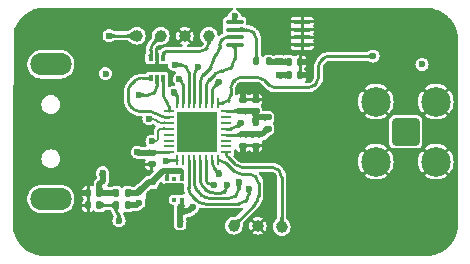
<source format=gbr>
%TF.GenerationSoftware,KiCad,Pcbnew,(7.0.0)*%
%TF.CreationDate,2023-06-22T14:20:14+03:00*%
%TF.ProjectId,Longle,4c6f6e67-6c65-42e6-9b69-6361645f7063,1.0*%
%TF.SameCoordinates,Original*%
%TF.FileFunction,Copper,L4,Bot*%
%TF.FilePolarity,Positive*%
%FSLAX46Y46*%
G04 Gerber Fmt 4.6, Leading zero omitted, Abs format (unit mm)*
G04 Created by KiCad (PCBNEW (7.0.0)) date 2023-06-22 14:20:14*
%MOMM*%
%LPD*%
G01*
G04 APERTURE LIST*
G04 Aperture macros list*
%AMRoundRect*
0 Rectangle with rounded corners*
0 $1 Rounding radius*
0 $2 $3 $4 $5 $6 $7 $8 $9 X,Y pos of 4 corners*
0 Add a 4 corners polygon primitive as box body*
4,1,4,$2,$3,$4,$5,$6,$7,$8,$9,$2,$3,0*
0 Add four circle primitives for the rounded corners*
1,1,$1+$1,$2,$3*
1,1,$1+$1,$4,$5*
1,1,$1+$1,$6,$7*
1,1,$1+$1,$8,$9*
0 Add four rect primitives between the rounded corners*
20,1,$1+$1,$2,$3,$4,$5,0*
20,1,$1+$1,$4,$5,$6,$7,0*
20,1,$1+$1,$6,$7,$8,$9,0*
20,1,$1+$1,$8,$9,$2,$3,0*%
G04 Aperture macros list end*
%TA.AperFunction,ComponentPad*%
%ADD10RoundRect,0.200100X-0.949900X0.949900X-0.949900X-0.949900X0.949900X-0.949900X0.949900X0.949900X0*%
%TD*%
%TA.AperFunction,ComponentPad*%
%ADD11C,2.500000*%
%TD*%
%TA.AperFunction,ComponentPad*%
%ADD12O,3.500000X1.900000*%
%TD*%
%TA.AperFunction,SMDPad,CuDef*%
%ADD13RoundRect,0.100000X0.637500X0.100000X-0.637500X0.100000X-0.637500X-0.100000X0.637500X-0.100000X0*%
%TD*%
%TA.AperFunction,SMDPad,CuDef*%
%ADD14RoundRect,0.140000X0.170000X-0.140000X0.170000X0.140000X-0.170000X0.140000X-0.170000X-0.140000X0*%
%TD*%
%TA.AperFunction,SMDPad,CuDef*%
%ADD15RoundRect,0.062500X0.375000X0.062500X-0.375000X0.062500X-0.375000X-0.062500X0.375000X-0.062500X0*%
%TD*%
%TA.AperFunction,SMDPad,CuDef*%
%ADD16RoundRect,0.062500X0.062500X0.375000X-0.062500X0.375000X-0.062500X-0.375000X0.062500X-0.375000X0*%
%TD*%
%TA.AperFunction,SMDPad,CuDef*%
%ADD17R,3.450000X3.450000*%
%TD*%
%TA.AperFunction,SMDPad,CuDef*%
%ADD18C,1.000000*%
%TD*%
%TA.AperFunction,SMDPad,CuDef*%
%ADD19RoundRect,0.140000X0.140000X0.170000X-0.140000X0.170000X-0.140000X-0.170000X0.140000X-0.170000X0*%
%TD*%
%TA.AperFunction,SMDPad,CuDef*%
%ADD20RoundRect,0.135000X0.135000X0.185000X-0.135000X0.185000X-0.135000X-0.185000X0.135000X-0.185000X0*%
%TD*%
%TA.AperFunction,SMDPad,CuDef*%
%ADD21RoundRect,0.093750X0.106250X-0.093750X0.106250X0.093750X-0.106250X0.093750X-0.106250X-0.093750X0*%
%TD*%
%TA.AperFunction,SMDPad,CuDef*%
%ADD22R,1.600000X1.000000*%
%TD*%
%TA.AperFunction,SMDPad,CuDef*%
%ADD23RoundRect,0.140000X-0.170000X0.140000X-0.170000X-0.140000X0.170000X-0.140000X0.170000X0.140000X0*%
%TD*%
%TA.AperFunction,SMDPad,CuDef*%
%ADD24RoundRect,0.140000X-0.140000X-0.170000X0.140000X-0.170000X0.140000X0.170000X-0.140000X0.170000X0*%
%TD*%
%TA.AperFunction,SMDPad,CuDef*%
%ADD25RoundRect,0.147500X-0.172500X0.147500X-0.172500X-0.147500X0.172500X-0.147500X0.172500X0.147500X0*%
%TD*%
%TA.AperFunction,SMDPad,CuDef*%
%ADD26RoundRect,0.147500X-0.147500X-0.172500X0.147500X-0.172500X0.147500X0.172500X-0.147500X0.172500X0*%
%TD*%
%TA.AperFunction,SMDPad,CuDef*%
%ADD27R,0.375000X0.500000*%
%TD*%
%TA.AperFunction,SMDPad,CuDef*%
%ADD28R,0.300000X0.650000*%
%TD*%
%TA.AperFunction,ViaPad*%
%ADD29C,0.600000*%
%TD*%
%TA.AperFunction,Conductor*%
%ADD30C,0.500000*%
%TD*%
%TA.AperFunction,Conductor*%
%ADD31C,0.250000*%
%TD*%
%TA.AperFunction,Conductor*%
%ADD32C,0.200000*%
%TD*%
G04 APERTURE END LIST*
D10*
%TO.P,AE301,1,A*%
%TO.N,/RF_LORA_RA-01/ANT*%
X165028600Y-101673600D03*
D11*
%TO.P,AE301,2,Shield*%
%TO.N,GND*%
X167568600Y-99133600D03*
X162488600Y-99133600D03*
X167568600Y-104213600D03*
X162488600Y-104213600D03*
%TD*%
D12*
%TO.P,J101,5,Shield*%
%TO.N,unconnected-(J101-Shield-Pad5)*%
X134971599Y-107373599D03*
X134971599Y-95973599D03*
%TD*%
D13*
%TO.P,U203,1,A0*%
%TO.N,GND*%
X156251400Y-92379600D03*
%TO.P,U203,2,A1*%
X156251400Y-93029600D03*
%TO.P,U203,3,A2*%
X156251400Y-93679600D03*
%TO.P,U203,4,GND*%
X156251400Y-94329600D03*
%TO.P,U203,5,SDA*%
%TO.N,/STM32F042K6/I2C1_SDA*%
X150526400Y-94329600D03*
%TO.P,U203,6,SCL*%
%TO.N,/STM32F042K6/I2C1_SCL*%
X150526400Y-93679600D03*
%TO.P,U203,7,WP*%
%TO.N,Net-(U203-WP)*%
X150526400Y-93029600D03*
%TO.P,U203,8,VCC*%
%TO.N,+3V3*%
X150526400Y-92379600D03*
%TD*%
D14*
%TO.P,C203,1*%
%TO.N,+3V3*%
X152298400Y-99923600D03*
%TO.P,C203,2*%
%TO.N,GND*%
X152298400Y-98963600D03*
%TD*%
D15*
%TO.P,U202,1,VDD*%
%TO.N,+3V3*%
X149813100Y-99923600D03*
%TO.P,U202,2,PF0*%
%TO.N,unconnected-(U202-PF0-Pad2)*%
X149813100Y-100423600D03*
%TO.P,U202,3,PF1*%
%TO.N,unconnected-(U202-PF1-Pad3)*%
X149813100Y-100923600D03*
%TO.P,U202,4,NRST*%
%TO.N,/STM32F042K6/NRST*%
X149813100Y-101423600D03*
%TO.P,U202,5,VDDA*%
%TO.N,VDDA*%
X149813100Y-101923600D03*
%TO.P,U202,6,PA0*%
%TO.N,unconnected-(U202-PA0-Pad6)*%
X149813100Y-102423600D03*
%TO.P,U202,7,PA1*%
%TO.N,unconnected-(U202-PA1-Pad7)*%
X149813100Y-102923600D03*
%TO.P,U202,8,PA2*%
%TO.N,/STM32F042K6/USART2_TX*%
X149813100Y-103423600D03*
D16*
%TO.P,U202,9,PA3*%
%TO.N,/STM32F042K6/USART2_RX*%
X149125600Y-104111100D03*
%TO.P,U202,10,PA4*%
%TO.N,/STM32F042K6/WS2812_1*%
X148625600Y-104111100D03*
%TO.P,U202,11,PA5*%
%TO.N,/RF_LORA_RA-01/LORA_SCK*%
X148125600Y-104111100D03*
%TO.P,U202,12,PA6*%
%TO.N,/RF_LORA_RA-01/LORA_MISO*%
X147625600Y-104111100D03*
%TO.P,U202,13,PA7*%
%TO.N,/RF_LORA_RA-01/LORA_MOSI*%
X147125600Y-104111100D03*
%TO.P,U202,14,PB0*%
%TO.N,/RF_LORA_RA-01/LORA_NCS*%
X146625600Y-104111100D03*
%TO.P,U202,15,PB1*%
%TO.N,unconnected-(U202-PB1-Pad15)*%
X146125600Y-104111100D03*
%TO.P,U202,16,PB2*%
%TO.N,/STM32F042K6/LED*%
X145625600Y-104111100D03*
D15*
%TO.P,U202,17,VDDIO2*%
%TO.N,+3V3*%
X144938100Y-103423600D03*
%TO.P,U202,18,PA8*%
%TO.N,unconnected-(U202-PA8-Pad18)*%
X144938100Y-102923600D03*
%TO.P,U202,19,PA9*%
%TO.N,unconnected-(U202-PA9-Pad19)*%
X144938100Y-102423600D03*
%TO.P,U202,20,PA10*%
%TO.N,unconnected-(U202-PA10-Pad20)*%
X144938100Y-101923600D03*
%TO.P,U202,21,PA11*%
%TO.N,/USB_DN*%
X144938100Y-101423600D03*
%TO.P,U202,22,PA12*%
%TO.N,/USB_DP*%
X144938100Y-100923600D03*
%TO.P,U202,23,PA13*%
%TO.N,/STM32F042K6/SWDIO*%
X144938100Y-100423600D03*
%TO.P,U202,24,PA14*%
%TO.N,/STM32F042K6/SWCLK*%
X144938100Y-99923600D03*
D16*
%TO.P,U202,25,PA15*%
%TO.N,/STM32F042K6/USB_NOE*%
X145625600Y-99236100D03*
%TO.P,U202,26,PB3*%
%TO.N,/STM32F042K6/BTN*%
X146125600Y-99236100D03*
%TO.P,U202,27,PB4*%
%TO.N,/RF_LORA_RA-01/LORA_DIO1*%
X146625600Y-99236100D03*
%TO.P,U202,28,PB5*%
%TO.N,/RF_LORA_RA-01/LORA_DIO0*%
X147125600Y-99236100D03*
%TO.P,U202,29,PB6*%
%TO.N,/STM32F042K6/I2C1_SCL*%
X147625600Y-99236100D03*
%TO.P,U202,30,PB7*%
%TO.N,/STM32F042K6/I2C1_SDA*%
X148125600Y-99236100D03*
%TO.P,U202,31,PF11*%
%TO.N,/RF_LORA_RA-01/LORA_RST*%
X148625600Y-99236100D03*
%TO.P,U202,32,PB8*%
%TO.N,/STM32F042K6/WS2812_2*%
X149125600Y-99236100D03*
D17*
%TO.P,U202,33,VSS*%
%TO.N,GND*%
X147375599Y-101673599D03*
%TD*%
D18*
%TO.P,TP207,1,1*%
%TO.N,GND*%
X152476200Y-109626400D03*
%TD*%
D19*
%TO.P,C104,1*%
%TO.N,+3V3*%
X145922600Y-108435600D03*
%TO.P,C104,2*%
%TO.N,GND*%
X144962600Y-108435600D03*
%TD*%
D18*
%TO.P,TP206,1,1*%
%TO.N,/STM32F042K6/USART2_RX*%
X150444200Y-109626400D03*
%TD*%
D20*
%TO.P,R201,1*%
%TO.N,+3V3*%
X141503400Y-107902102D03*
%TO.P,R201,2*%
%TO.N,/STM32F042K6/NRST*%
X140483400Y-107902102D03*
%TD*%
D21*
%TO.P,U101,1,OUT*%
%TO.N,+3V3*%
X146079600Y-107416600D03*
%TO.P,U101,2,NC*%
%TO.N,unconnected-(U101-NC-Pad2)*%
X145429600Y-107416600D03*
%TO.P,U101,3,GND*%
%TO.N,GND*%
X144779600Y-107416600D03*
%TO.P,U101,4,EN*%
%TO.N,+5V*%
X144779600Y-105641600D03*
%TO.P,U101,5,NC*%
%TO.N,unconnected-(U101-NC-Pad5)*%
X145429600Y-105641600D03*
%TO.P,U101,6,IN*%
%TO.N,+5V*%
X146079600Y-105641600D03*
D22*
%TO.P,U101,7,GND*%
%TO.N,GND*%
X145429599Y-106529099D03*
%TD*%
D23*
%TO.P,C204,1*%
%TO.N,VDDA*%
X151231600Y-101904800D03*
%TO.P,C204,2*%
%TO.N,GND*%
X151231600Y-102864800D03*
%TD*%
D18*
%TO.P,TP205,1,1*%
%TO.N,/STM32F042K6/USART2_TX*%
X154508200Y-109728000D03*
%TD*%
D23*
%TO.P,C205,1*%
%TO.N,VDDA*%
X152303200Y-101910000D03*
%TO.P,C205,2*%
%TO.N,GND*%
X152303200Y-102870000D03*
%TD*%
D18*
%TO.P,TP204,1,1*%
%TO.N,/STM32F042K6/SWCLK_IN*%
X148336000Y-93548200D03*
%TD*%
%TO.P,TP201,1,1*%
%TO.N,+3V3*%
X142240000Y-93548200D03*
%TD*%
D24*
%TO.P,C302,1*%
%TO.N,+3V3*%
X155120400Y-96901000D03*
%TO.P,C302,2*%
%TO.N,GND*%
X156080400Y-96901000D03*
%TD*%
D25*
%TO.P,L201,1*%
%TO.N,+3V3*%
X153314400Y-100454600D03*
%TO.P,L201,2*%
%TO.N,VDDA*%
X153314400Y-101424600D03*
%TD*%
D24*
%TO.P,C301,1*%
%TO.N,+3V3*%
X155120400Y-95732600D03*
%TO.P,C301,2*%
%TO.N,GND*%
X156080400Y-95732600D03*
%TD*%
D26*
%TO.P,FB101,1*%
%TO.N,VBUS*%
X140512800Y-106857800D03*
%TO.P,FB101,2*%
%TO.N,+5V*%
X141482800Y-106857800D03*
%TD*%
D18*
%TO.P,TP202,1,1*%
%TO.N,/STM32F042K6/SWDIO_IN*%
X144272000Y-93548200D03*
%TD*%
%TO.P,TP203,1,1*%
%TO.N,GND*%
X146304000Y-93548200D03*
%TD*%
D19*
%TO.P,C206,1*%
%TO.N,/STM32F042K6/NRST*%
X139086200Y-107902102D03*
%TO.P,C206,2*%
%TO.N,GND*%
X138126200Y-107902102D03*
%TD*%
D27*
%TO.P,U201,1,I/O1*%
%TO.N,/STM32F042K6/SWDIO_IN*%
X143408399Y-95441399D03*
D28*
%TO.P,U201,2,GND*%
%TO.N,GND*%
X143945899Y-95366399D03*
D27*
%TO.P,U201,3,I/O2*%
%TO.N,/STM32F042K6/SWCLK_IN*%
X144483399Y-95441399D03*
%TO.P,U201,4,I/O2*%
%TO.N,/STM32F042K6/SWCLK*%
X144483399Y-97141399D03*
D28*
%TO.P,U201,5,VBUS*%
%TO.N,+3V3*%
X143945899Y-97216399D03*
D27*
%TO.P,U201,6,I/O1*%
%TO.N,/STM32F042K6/SWDIO*%
X143408399Y-97141399D03*
%TD*%
D19*
%TO.P,C101,1*%
%TO.N,VBUS*%
X139085400Y-106832400D03*
%TO.P,C101,2*%
%TO.N,GND*%
X138125400Y-106832400D03*
%TD*%
D14*
%TO.P,C202,1*%
%TO.N,+3V3*%
X151226000Y-99946400D03*
%TO.P,C202,2*%
%TO.N,GND*%
X151226000Y-98986400D03*
%TD*%
D23*
%TO.P,C103,1*%
%TO.N,+5V*%
X143537600Y-105923600D03*
%TO.P,C103,2*%
%TO.N,GND*%
X143537600Y-106883600D03*
%TD*%
D20*
%TO.P,R205,1*%
%TO.N,+3V3*%
X153401400Y-95729600D03*
%TO.P,R205,2*%
%TO.N,Net-(U203-WP)*%
X152381400Y-95729600D03*
%TD*%
D23*
%TO.P,C201,1*%
%TO.N,+3V3*%
X143510000Y-103454200D03*
%TO.P,C201,2*%
%TO.N,GND*%
X143510000Y-104414200D03*
%TD*%
D19*
%TO.P,C105,1*%
%TO.N,+3V3*%
X145922600Y-109448600D03*
%TO.P,C105,2*%
%TO.N,GND*%
X144962600Y-109448600D03*
%TD*%
D29*
%TO.N,GND*%
X137312400Y-106832400D03*
X139090400Y-109194600D03*
X147955000Y-101092000D03*
X151231600Y-98120200D03*
X152298400Y-98120200D03*
X151231600Y-103708200D03*
X135026400Y-102590600D03*
X137185400Y-109194600D03*
X155727400Y-98907600D03*
X157632400Y-111480600D03*
X155092400Y-100558600D03*
X137185400Y-94208600D03*
X146786600Y-101092000D03*
X156895800Y-95732600D03*
X164236400Y-94716600D03*
X144005300Y-108216700D03*
X157632400Y-107670600D03*
X152298400Y-103708200D03*
X135026400Y-100685600D03*
X156489400Y-103352600D03*
X162331400Y-94157800D03*
X166395400Y-93395800D03*
X143945900Y-96291400D03*
X142519400Y-104876600D03*
X137718800Y-97205800D03*
X147955000Y-102235000D03*
X156895800Y-96901000D03*
X146812000Y-102235000D03*
X143408400Y-101447600D03*
%TO.N,VBUS*%
X139369800Y-105156000D03*
%TO.N,+5V*%
X142488571Y-106676831D03*
%TO.N,+3V3*%
X139903200Y-93548200D03*
X166395400Y-95961200D03*
X142392400Y-98564100D03*
X139598400Y-96748600D03*
X142427627Y-107676614D03*
X154279600Y-95732600D03*
X154279600Y-96901000D03*
X142290800Y-103390100D03*
X150526400Y-91904600D03*
X146989800Y-108074098D03*
X152298400Y-100914200D03*
%TO.N,/STM32F042K6/NRST*%
X140741400Y-109194600D03*
X151028400Y-100939600D03*
%TO.N,/STM32F042K6/USB_NOE*%
X145364200Y-98348800D03*
%TO.N,/STM32F042K6/LED*%
X144690347Y-104154600D03*
%TO.N,/STM32F042K6/BTN*%
X145846800Y-97205800D03*
%TO.N,/RF_LORA_RA-01/LORA_SCK*%
X148742400Y-106146600D03*
%TO.N,/RF_LORA_RA-01/LORA_MISO*%
X149860000Y-106146600D03*
%TO.N,/RF_LORA_RA-01/LORA_MOSI*%
X150876000Y-105955318D03*
%TO.N,/RF_LORA_RA-01/LORA_NCS*%
X151752300Y-106489500D03*
%TO.N,/RF_LORA_RA-01/LORA_RST*%
X149197500Y-97457700D03*
%TO.N,/RF_LORA_RA-01/LORA_DIO0*%
X147455799Y-96223999D03*
%TO.N,/USB_DN*%
X143535400Y-102476100D03*
%TO.N,/USB_DP*%
X143279569Y-100579100D03*
%TO.N,/RF_LORA_RA-01/LORA_DIO1*%
X145440400Y-95986600D03*
%TO.N,/STM32F042K6/WS2812_1*%
X149230966Y-105230818D03*
%TO.N,/STM32F042K6/WS2812_2*%
X162255200Y-95275400D03*
%TD*%
D30*
%TO.N,GND*%
X144962600Y-108107200D02*
X144780000Y-107924600D01*
X152303200Y-102870000D02*
X152303200Y-103703400D01*
X151226000Y-98125800D02*
X151231600Y-98120200D01*
X137312400Y-106832400D02*
X138125400Y-106832400D01*
X143537600Y-107749000D02*
X143537600Y-106883600D01*
X144962600Y-108435600D02*
X144962600Y-108107200D01*
X152298400Y-98963600D02*
X152298400Y-98120200D01*
X144962600Y-108435600D02*
X144962600Y-109448600D01*
D31*
X144780000Y-107417000D02*
X144779600Y-107416600D01*
X143945900Y-95366400D02*
X143945900Y-96291400D01*
D30*
X144005300Y-108216700D02*
X143537600Y-107749000D01*
X156895800Y-95732600D02*
X156080400Y-95732600D01*
D31*
X144780000Y-107924600D02*
X144780000Y-107417000D01*
D30*
X151231600Y-102864800D02*
X151231600Y-103708200D01*
X152303200Y-103703400D02*
X152298400Y-103708200D01*
X144224200Y-108435600D02*
X144962600Y-108435600D01*
X144005300Y-108216700D02*
X144224200Y-108435600D01*
X156895800Y-96901000D02*
X156080400Y-96901000D01*
X151226000Y-98986400D02*
X151226000Y-98125800D01*
%TO.N,VBUS*%
X139085400Y-106832400D02*
X140512800Y-106832400D01*
X139085400Y-106832400D02*
X139085400Y-106126200D01*
X139369800Y-105841800D02*
X139369800Y-105156000D01*
X139085400Y-106126200D02*
X139369800Y-105841800D01*
D31*
%TO.N,+5V*%
X146079600Y-105641600D02*
X146079600Y-105135300D01*
D30*
X144805400Y-105004100D02*
X145948400Y-105004100D01*
X143241802Y-105923600D02*
X143537600Y-105923600D01*
X143537600Y-105923600D02*
X144457100Y-105004100D01*
D31*
X144779600Y-105641600D02*
X144779600Y-105029900D01*
X144779600Y-105029900D02*
X144805400Y-105004100D01*
X146079600Y-105135300D02*
X145948400Y-105004100D01*
D30*
X144457100Y-105004100D02*
X144805400Y-105004100D01*
X142333002Y-106832400D02*
X142488571Y-106676831D01*
X142488571Y-106676831D02*
X143241802Y-105923600D01*
X141482800Y-106832400D02*
X142333002Y-106832400D01*
D31*
%TO.N,+3V3*%
X144938100Y-103423600D02*
X143540600Y-103423600D01*
X150526400Y-91904600D02*
X150526400Y-92204600D01*
D30*
X152300800Y-100454600D02*
X152298400Y-100457000D01*
D31*
X143540600Y-103423600D02*
X143510000Y-103454200D01*
D30*
X151226000Y-99946400D02*
X152275600Y-99946400D01*
X142202139Y-107902102D02*
X142427627Y-107676614D01*
D31*
X139903200Y-93548200D02*
X142240000Y-93548200D01*
X142392400Y-98564100D02*
X143223972Y-98564100D01*
D30*
X141507600Y-107902102D02*
X142202139Y-107902102D01*
X142354900Y-103454200D02*
X143510000Y-103454200D01*
X145922600Y-108435600D02*
X146214084Y-108435600D01*
D31*
X149813100Y-99923600D02*
X150774400Y-99923600D01*
D30*
X145922600Y-108435600D02*
X145922600Y-109448600D01*
X146921191Y-108142707D02*
X146989800Y-108074098D01*
X153314400Y-100454600D02*
X152300800Y-100454600D01*
X142290800Y-103390100D02*
X142354900Y-103454200D01*
D31*
X143945900Y-97842172D02*
X143945900Y-97216400D01*
X146079600Y-107895000D02*
X146079600Y-107416600D01*
D30*
X145922600Y-108052000D02*
X146050000Y-107924600D01*
X150797200Y-99946400D02*
X151226000Y-99946400D01*
X154279600Y-95732600D02*
X153408400Y-95732600D01*
X150774400Y-99923600D02*
X150797200Y-99946400D01*
X155120400Y-95732600D02*
X154279600Y-95732600D01*
X145922600Y-108435600D02*
X145922600Y-108052000D01*
D31*
X143648236Y-98388364D02*
X143770164Y-98266436D01*
D30*
X152298400Y-99923600D02*
X152298400Y-100914200D01*
D31*
X146050000Y-107924600D02*
X146079600Y-107895000D01*
D30*
X155120400Y-96901000D02*
X154279600Y-96901000D01*
D31*
X143770178Y-98266450D02*
G75*
G03*
X143945900Y-97842172I-424278J424250D01*
G01*
X143223972Y-98564080D02*
G75*
G03*
X143648236Y-98388364I28J599980D01*
G01*
D30*
X146214084Y-108435588D02*
G75*
G03*
X146921190Y-108142706I16J999988D01*
G01*
D31*
%TO.N,/STM32F042K6/NRST*%
X149813100Y-101423600D02*
X150213029Y-101423600D01*
X139090400Y-107902102D02*
X140487600Y-107902102D01*
X140741400Y-108686600D02*
X140487200Y-108432400D01*
X150778715Y-101189285D02*
X151028400Y-100939600D01*
X140741400Y-109194600D02*
X140741400Y-108686600D01*
X140487200Y-108432400D02*
X140487200Y-107902102D01*
X150213029Y-101423620D02*
G75*
G03*
X150778715Y-101189285I-29J800020D01*
G01*
D30*
%TO.N,VDDA*%
X153314400Y-101447600D02*
X152852000Y-101910000D01*
X152298000Y-101904800D02*
X152303200Y-101910000D01*
D31*
X149813100Y-101923600D02*
X151212800Y-101923600D01*
D30*
X152852000Y-101910000D02*
X152303200Y-101910000D01*
X153314400Y-101424600D02*
X153314400Y-101447600D01*
D31*
X151212800Y-101923600D02*
X151231600Y-101904800D01*
D30*
X151231600Y-101904800D02*
X152298000Y-101904800D01*
D31*
%TO.N,/STM32F042K6/USB_NOE*%
X145364200Y-98348800D02*
X145625600Y-98610200D01*
X145625600Y-98610200D02*
X145625600Y-99236100D01*
%TO.N,/STM32F042K6/LED*%
X144733847Y-104111100D02*
X144690347Y-104154600D01*
X145625600Y-104111100D02*
X144733847Y-104111100D01*
%TO.N,/STM32F042K6/BTN*%
X146125600Y-97650285D02*
X146125600Y-99236100D01*
X145846800Y-97205800D02*
X146008443Y-97367443D01*
X146125610Y-97650285D02*
G75*
G03*
X146008443Y-97367443I-400010J-15D01*
G01*
%TO.N,/STM32F042K6/USART2_TX*%
X154229515Y-104907715D02*
X154273886Y-104952086D01*
X154508200Y-105517771D02*
X154508200Y-109728000D01*
X151105771Y-104673400D02*
X153663829Y-104673400D01*
X149813100Y-103423600D02*
X149813100Y-103546415D01*
X149930258Y-103829258D02*
X150540086Y-104439086D01*
X154508220Y-105517771D02*
G75*
G03*
X154273886Y-104952086I-800020J-29D01*
G01*
X149813090Y-103546415D02*
G75*
G03*
X149930258Y-103829258I400010J15D01*
G01*
X154229500Y-104907730D02*
G75*
G03*
X153663829Y-104673400I-565700J-565670D01*
G01*
X150540101Y-104439071D02*
G75*
G03*
X151105771Y-104673400I565699J565671D01*
G01*
%TO.N,/STM32F042K6/USART2_RX*%
X149808679Y-104345415D02*
X150486550Y-105023286D01*
X151052235Y-105257600D02*
X151779851Y-105257600D01*
X152552400Y-106030149D02*
X152552400Y-107103986D01*
X149125600Y-104111100D02*
X149242993Y-104111100D01*
X152259507Y-107811093D02*
X150444200Y-109626400D01*
X152274826Y-105462626D02*
X152347375Y-105535175D01*
X152259514Y-107811100D02*
G75*
G03*
X152552400Y-107103986I-707114J707100D01*
G01*
X149808682Y-104345412D02*
G75*
G03*
X149242993Y-104111100I-565682J-565688D01*
G01*
X152552365Y-106030149D02*
G75*
G03*
X152347375Y-105535175I-699965J49D01*
G01*
X152274801Y-105462651D02*
G75*
G03*
X151779851Y-105257600I-495001J-494949D01*
G01*
X150486533Y-105023303D02*
G75*
G03*
X151052235Y-105257600I565667J565703D01*
G01*
%TO.N,/RF_LORA_RA-01/LORA_SCK*%
X148125600Y-104111100D02*
X148125600Y-105745115D01*
X148527085Y-106146600D02*
X148742400Y-106146600D01*
X148242758Y-106027958D02*
X148244243Y-106029443D01*
X148244250Y-106029436D02*
G75*
G03*
X148527085Y-106146600I282850J282836D01*
G01*
X148125590Y-105745115D02*
G75*
G03*
X148242758Y-106027958I400010J15D01*
G01*
%TO.N,/RF_LORA_RA-01/LORA_MISO*%
X148797462Y-106871600D02*
X149375715Y-106871600D01*
X149658558Y-106754442D02*
X149742843Y-106670157D01*
X147625600Y-104111100D02*
X147625600Y-105699738D01*
X149860000Y-106387315D02*
X149860000Y-106146600D01*
X147918493Y-106406845D02*
X148090355Y-106578707D01*
X147625573Y-105699738D02*
G75*
G03*
X147918493Y-106406845I1000027J38D01*
G01*
X149375715Y-106871610D02*
G75*
G03*
X149658558Y-106754442I-15J400010D01*
G01*
X149742836Y-106670150D02*
G75*
G03*
X149860000Y-106387315I-282836J282850D01*
G01*
X148090374Y-106578688D02*
G75*
G03*
X148797462Y-106871600I707126J707088D01*
G01*
%TO.N,/RF_LORA_RA-01/LORA_MOSI*%
X150670974Y-107012026D02*
X150566425Y-107116575D01*
X150071451Y-107321600D02*
X148426614Y-107321600D01*
X150876000Y-105955318D02*
X150876000Y-106517051D01*
X147719507Y-107028707D02*
X147418493Y-106727693D01*
X147125600Y-106020586D02*
X147125600Y-104111100D01*
X150071451Y-107321635D02*
G75*
G03*
X150566424Y-107116574I-51J700035D01*
G01*
X147125610Y-106020586D02*
G75*
G03*
X147418493Y-106727693I999990J-14D01*
G01*
X150670949Y-107012001D02*
G75*
G03*
X150876000Y-106517051I-494949J495001D01*
G01*
X147719500Y-107028714D02*
G75*
G03*
X148426614Y-107321600I707100J707114D01*
G01*
%TO.N,/RF_LORA_RA-01/LORA_NCS*%
X151386426Y-107566574D02*
X151547275Y-107405725D01*
X146625600Y-104111100D02*
X146625600Y-106409586D01*
X151752300Y-106910751D02*
X151752300Y-106489500D01*
X146918493Y-107116693D02*
X147280507Y-107478707D01*
X147987614Y-107771600D02*
X150891451Y-107771600D01*
X150891451Y-107771565D02*
G75*
G03*
X151386426Y-107566574I49J699965D01*
G01*
X151547300Y-107405750D02*
G75*
G03*
X151752300Y-106910751I-495000J494950D01*
G01*
X146625610Y-106409586D02*
G75*
G03*
X146918493Y-107116693I999990J-14D01*
G01*
X147280500Y-107478714D02*
G75*
G03*
X147987614Y-107771600I707100J707114D01*
G01*
%TO.N,/RF_LORA_RA-01/LORA_RST*%
X148625600Y-98443814D02*
X148625600Y-99236100D01*
X149197500Y-97457700D02*
X148918493Y-97736707D01*
X148918486Y-97736700D02*
G75*
G03*
X148625600Y-98443814I707114J-707100D01*
G01*
%TO.N,/RF_LORA_RA-01/LORA_DIO0*%
X147455799Y-96223999D02*
X147301336Y-96378462D01*
X147125600Y-96802726D02*
X147125600Y-99236100D01*
X147301323Y-96378449D02*
G75*
G03*
X147125600Y-96802726I424277J-424251D01*
G01*
D32*
%TO.N,/USB_DN*%
X144277243Y-101423600D02*
X144938100Y-101423600D01*
X144043400Y-102253757D02*
X144043400Y-101657443D01*
X143962479Y-102417521D02*
X143984822Y-102395178D01*
X143535400Y-102476100D02*
X143821057Y-102476100D01*
X144101979Y-101516021D02*
X144135822Y-101482178D01*
X144101958Y-101516000D02*
G75*
G03*
X144043400Y-101657443I141442J-141400D01*
G01*
X143984843Y-102395199D02*
G75*
G03*
X144043400Y-102253757I-141443J141399D01*
G01*
X143821057Y-102476069D02*
G75*
G03*
X143962478Y-102417520I43J199969D01*
G01*
X144277243Y-101423631D02*
G75*
G03*
X144135823Y-101482179I-43J-199969D01*
G01*
%TO.N,/USB_DP*%
X144256498Y-100923600D02*
X144938100Y-100923600D01*
X143279569Y-100579100D02*
X143580628Y-100579100D01*
X143863471Y-100696258D02*
X143973656Y-100806443D01*
X143863457Y-100696272D02*
G75*
G03*
X143580628Y-100579100I-282857J-282828D01*
G01*
X143973657Y-100806442D02*
G75*
G03*
X144256498Y-100923600I282843J282842D01*
G01*
D31*
%TO.N,/STM32F042K6/SWDIO*%
X141821693Y-97590907D02*
X141978307Y-97434293D01*
X142685414Y-97141400D02*
X143408400Y-97141400D01*
X143395029Y-99954600D02*
X142540614Y-99954600D01*
X141833507Y-99661707D02*
X141821693Y-99649893D01*
X141528800Y-98942786D02*
X141528800Y-98298014D01*
X144938100Y-100423600D02*
X144526771Y-100423600D01*
X143961085Y-100189285D02*
X143960714Y-100188914D01*
X143961100Y-100189270D02*
G75*
G03*
X144526771Y-100423600I565700J565670D01*
G01*
X142685414Y-97141410D02*
G75*
G03*
X141978307Y-97434293I-14J-999990D01*
G01*
X141833500Y-99661714D02*
G75*
G03*
X142540614Y-99954600I707100J707114D01*
G01*
X141528810Y-98942786D02*
G75*
G03*
X141821693Y-99649893I999990J-14D01*
G01*
X141821686Y-97590900D02*
G75*
G03*
X141528800Y-98298014I707114J-707100D01*
G01*
X143960699Y-100188929D02*
G75*
G03*
X143395029Y-99954600I-565699J-565671D01*
G01*
%TO.N,/STM32F042K6/SWCLK*%
X144762364Y-99067764D02*
X144659136Y-98964536D01*
X144938100Y-99923600D02*
X144938100Y-99492028D01*
X144483400Y-98540272D02*
X144483400Y-97141400D01*
X144938080Y-99492028D02*
G75*
G03*
X144762364Y-99067764I-599980J28D01*
G01*
X144483420Y-98540272D02*
G75*
G03*
X144659136Y-98964536I599980J-28D01*
G01*
%TO.N,/STM32F042K6/I2C1_SCL*%
X149074664Y-95019336D02*
X148902136Y-95191864D01*
X148492086Y-96213017D02*
X147859915Y-96845188D01*
X148726400Y-95616128D02*
X148726400Y-95647332D01*
X147625600Y-97410874D02*
X147625600Y-99236100D01*
X149250400Y-94330128D02*
X149250400Y-94595072D01*
X150526400Y-93679600D02*
X149900928Y-93679600D01*
X149476664Y-93855336D02*
X149426136Y-93905864D01*
X149426122Y-93905850D02*
G75*
G03*
X149250400Y-94330128I424278J-424250D01*
G01*
X149074678Y-95019350D02*
G75*
G03*
X149250400Y-94595072I-424278J424250D01*
G01*
X148492070Y-96213001D02*
G75*
G03*
X148726400Y-95647332I-565670J565701D01*
G01*
X147859928Y-96845201D02*
G75*
G03*
X147625600Y-97410874I565672J-565699D01*
G01*
X149900928Y-93679620D02*
G75*
G03*
X149476664Y-93855336I-28J-599980D01*
G01*
X148902122Y-95191850D02*
G75*
G03*
X148726400Y-95616128I424278J-424250D01*
G01*
%TO.N,/STM32F042K6/I2C1_SDA*%
X148125600Y-99236100D02*
X148125600Y-97835666D01*
X149431666Y-96529600D02*
X149545029Y-96529600D01*
X148359915Y-97269980D02*
X148865981Y-96763914D01*
X150110715Y-96295285D02*
X150292086Y-96113914D01*
X150526400Y-95548229D02*
X150526400Y-94329600D01*
X149431666Y-96529576D02*
G75*
G03*
X148865981Y-96763914I34J-800024D01*
G01*
X149545029Y-96529620D02*
G75*
G03*
X150110715Y-96295285I-29J800020D01*
G01*
X148359932Y-97269997D02*
G75*
G03*
X148125600Y-97835666I565668J-565703D01*
G01*
X150292071Y-96113899D02*
G75*
G03*
X150526400Y-95548229I-565671J565699D01*
G01*
%TO.N,/STM32F042K6/SWDIO_IN*%
X143642715Y-94177485D02*
X144272000Y-93548200D01*
X143408400Y-95441400D02*
X143408400Y-94743171D01*
X143642730Y-94177500D02*
G75*
G03*
X143408400Y-94743171I565670J-565700D01*
G01*
%TO.N,/STM32F042K6/SWCLK_IN*%
X148054536Y-94693264D02*
X148160264Y-94587536D01*
X144541979Y-94980021D02*
X144594422Y-94927578D01*
X144483400Y-95441400D02*
X144483400Y-95121443D01*
X148336000Y-94163272D02*
X148336000Y-93548200D01*
X144735843Y-94869000D02*
X147630272Y-94869000D01*
X144735843Y-94869031D02*
G75*
G03*
X144594423Y-94927579I-43J-199969D01*
G01*
X147630272Y-94868980D02*
G75*
G03*
X148054536Y-94693264I28J599980D01*
G01*
X148160278Y-94587550D02*
G75*
G03*
X148336000Y-94163272I-424278J424250D01*
G01*
X144541958Y-94980000D02*
G75*
G03*
X144483400Y-95121443I141442J-141400D01*
G01*
%TO.N,/RF_LORA_RA-01/LORA_DIO1*%
X146378136Y-96162336D02*
X146449864Y-96234064D01*
X146625600Y-96658328D02*
X146625600Y-99236100D01*
X145440400Y-95986600D02*
X145953872Y-95986600D01*
X146625580Y-96658328D02*
G75*
G03*
X146449864Y-96234064I-599980J28D01*
G01*
X146378150Y-96162322D02*
G75*
G03*
X145953872Y-95986600I-424250J-424278D01*
G01*
%TO.N,/STM32F042K6/WS2812_1*%
X148625600Y-104111100D02*
X148625600Y-104294081D01*
X148859915Y-104859767D02*
X149230966Y-105230818D01*
X148625614Y-104294081D02*
G75*
G03*
X148859915Y-104859767I799986J-19D01*
G01*
%TO.N,/STM32F042K6/WS2812_2*%
X152991114Y-97288914D02*
X153456064Y-97753864D01*
X157620800Y-97121272D02*
X157620800Y-96285414D01*
X158630814Y-95275400D02*
X162255200Y-95275400D01*
X151107771Y-97054600D02*
X152425429Y-97054600D01*
X149125600Y-99236100D02*
X149521372Y-99236100D01*
X157236736Y-97753864D02*
X157445064Y-97545536D01*
X157913693Y-95578307D02*
X157923707Y-95568293D01*
X150201400Y-98556072D02*
X150201400Y-97960971D01*
X150435714Y-97395286D02*
X150542085Y-97288915D01*
X153880328Y-97929600D02*
X156812472Y-97929600D01*
X149945636Y-99060364D02*
X150025664Y-98980336D01*
X157445078Y-97545550D02*
G75*
G03*
X157620800Y-97121272I-424278J424250D01*
G01*
X150435729Y-97395301D02*
G75*
G03*
X150201400Y-97960971I565671J-565699D01*
G01*
X152991099Y-97288929D02*
G75*
G03*
X152425429Y-97054600I-565699J-565671D01*
G01*
X157913686Y-95578300D02*
G75*
G03*
X157620800Y-96285414I707114J-707100D01*
G01*
X153456050Y-97753878D02*
G75*
G03*
X153880328Y-97929600I424250J424278D01*
G01*
X158630814Y-95275410D02*
G75*
G03*
X157923707Y-95568293I-14J-999990D01*
G01*
X156812472Y-97929580D02*
G75*
G03*
X157236736Y-97753864I28J599980D01*
G01*
X151107771Y-97054580D02*
G75*
G03*
X150542085Y-97288915I29J-800020D01*
G01*
X149521372Y-99236080D02*
G75*
G03*
X149945636Y-99060364I28J599980D01*
G01*
X150025678Y-98980350D02*
G75*
G03*
X150201400Y-98556072I-424278J424250D01*
G01*
%TO.N,Net-(U203-WP)*%
X152381400Y-95729600D02*
X152381400Y-93860971D01*
X151550029Y-93029600D02*
X150526400Y-93029600D01*
X152147085Y-93295285D02*
X152115714Y-93263914D01*
X152115699Y-93263929D02*
G75*
G03*
X151550029Y-93029600I-565699J-565671D01*
G01*
X152381420Y-93860971D02*
G75*
G03*
X152147085Y-93295285I-800020J-29D01*
G01*
%TD*%
%TA.AperFunction,Conductor*%
%TO.N,GND*%
G36*
X150325450Y-91178873D02*
G01*
X150371145Y-91228305D01*
X150384278Y-91294329D01*
X150360978Y-91357486D01*
X150308112Y-91399161D01*
X150256285Y-91420627D01*
X150256277Y-91420631D01*
X150248775Y-91423739D01*
X150242333Y-91428682D01*
X150242328Y-91428685D01*
X150140221Y-91507035D01*
X150140217Y-91507038D01*
X150133779Y-91511979D01*
X150128838Y-91518417D01*
X150128835Y-91518421D01*
X150050485Y-91620528D01*
X150050482Y-91620533D01*
X150045539Y-91626975D01*
X150042429Y-91634483D01*
X150042428Y-91634485D01*
X149993182Y-91753376D01*
X149993180Y-91753381D01*
X149990070Y-91760891D01*
X149989008Y-91768950D01*
X149989008Y-91768954D01*
X149982119Y-91821285D01*
X149960755Y-91876223D01*
X149916437Y-91915089D01*
X149864533Y-91927789D01*
X149864605Y-91928775D01*
X149860119Y-91929100D01*
X149855640Y-91929100D01*
X149851210Y-91929745D01*
X149851202Y-91929746D01*
X149797040Y-91937638D01*
X149787507Y-91939027D01*
X149778860Y-91943254D01*
X149778854Y-91943256D01*
X149691646Y-91985889D01*
X149691640Y-91985892D01*
X149682417Y-91990402D01*
X149675154Y-91997664D01*
X149675151Y-91997667D01*
X149606967Y-92065851D01*
X149606964Y-92065854D01*
X149599702Y-92073117D01*
X149595192Y-92082340D01*
X149595189Y-92082346D01*
X149552556Y-92169554D01*
X149552554Y-92169560D01*
X149548327Y-92178207D01*
X149546938Y-92187739D01*
X149546938Y-92187740D01*
X149539046Y-92241902D01*
X149539045Y-92241910D01*
X149538400Y-92246340D01*
X149538400Y-92512860D01*
X149539045Y-92517290D01*
X149539046Y-92517297D01*
X149544555Y-92555107D01*
X149548327Y-92580993D01*
X149552555Y-92589641D01*
X149552557Y-92589648D01*
X149582130Y-92650141D01*
X149594729Y-92704600D01*
X149582130Y-92759059D01*
X149552557Y-92819551D01*
X149552554Y-92819560D01*
X149548327Y-92828207D01*
X149546938Y-92837739D01*
X149546938Y-92837740D01*
X149539046Y-92891902D01*
X149539045Y-92891910D01*
X149538400Y-92896340D01*
X149538400Y-93162860D01*
X149539045Y-93167290D01*
X149539046Y-93167297D01*
X149546938Y-93221462D01*
X149548327Y-93230993D01*
X149552555Y-93239642D01*
X149554487Y-93245894D01*
X149558293Y-93303081D01*
X149535976Y-93355871D01*
X149492303Y-93392986D01*
X149394008Y-93443064D01*
X149393999Y-93443069D01*
X149389668Y-93445276D01*
X149385731Y-93448135D01*
X149385723Y-93448141D01*
X149275369Y-93528311D01*
X149215676Y-93551287D01*
X149152474Y-93541456D01*
X149102579Y-93501435D01*
X149079268Y-93441873D01*
X149072313Y-93380141D01*
X149016456Y-93220510D01*
X148926477Y-93077310D01*
X148806890Y-92957723D01*
X148663690Y-92867744D01*
X148657124Y-92865446D01*
X148657121Y-92865445D01*
X148510633Y-92814187D01*
X148510630Y-92814186D01*
X148504059Y-92811887D01*
X148497142Y-92811107D01*
X148497135Y-92811106D01*
X148342923Y-92793731D01*
X148336000Y-92792951D01*
X148329077Y-92793731D01*
X148174864Y-92811106D01*
X148174855Y-92811107D01*
X148167941Y-92811887D01*
X148161371Y-92814185D01*
X148161366Y-92814187D01*
X148014878Y-92865445D01*
X148014872Y-92865447D01*
X148008310Y-92867744D01*
X148002419Y-92871445D01*
X148002418Y-92871446D01*
X147871010Y-92954015D01*
X147871005Y-92954018D01*
X147865110Y-92957723D01*
X147860185Y-92962647D01*
X147860181Y-92962651D01*
X147750451Y-93072381D01*
X147750447Y-93072385D01*
X147745523Y-93077310D01*
X147741818Y-93083205D01*
X147741815Y-93083210D01*
X147659246Y-93214618D01*
X147655544Y-93220510D01*
X147653247Y-93227072D01*
X147653245Y-93227078D01*
X147601987Y-93373566D01*
X147601985Y-93373571D01*
X147599687Y-93380141D01*
X147598907Y-93387055D01*
X147598906Y-93387064D01*
X147585598Y-93505181D01*
X147580751Y-93548200D01*
X147581531Y-93555123D01*
X147598906Y-93709335D01*
X147598907Y-93709342D01*
X147599687Y-93716259D01*
X147601986Y-93722830D01*
X147601987Y-93722833D01*
X147650318Y-93860957D01*
X147655544Y-93875890D01*
X147715050Y-93970592D01*
X147741528Y-94012733D01*
X147745523Y-94019090D01*
X147750451Y-94024018D01*
X147785872Y-94059439D01*
X147792645Y-94066781D01*
X147807741Y-94084530D01*
X147821132Y-94100273D01*
X147824258Y-94103074D01*
X147847134Y-94123573D01*
X147847156Y-94123592D01*
X147847735Y-94124111D01*
X147857850Y-94132712D01*
X147858780Y-94133462D01*
X147859381Y-94133922D01*
X147863541Y-94137108D01*
X147863463Y-94137209D01*
X147863778Y-94137345D01*
X147865110Y-94138677D01*
X147867780Y-94140355D01*
X147868961Y-94141259D01*
X147871138Y-94142841D01*
X147906438Y-94182570D01*
X147921863Y-94233429D01*
X147914580Y-94286074D01*
X147885926Y-94330835D01*
X147794767Y-94421993D01*
X147782569Y-94432689D01*
X147755485Y-94453470D01*
X147727451Y-94469655D01*
X147703473Y-94479586D01*
X147672203Y-94487963D01*
X147638192Y-94492439D01*
X147622010Y-94493499D01*
X147576319Y-94493498D01*
X147576301Y-94493498D01*
X147576294Y-94493499D01*
X147576292Y-94493500D01*
X146603109Y-94493500D01*
X146537137Y-94474494D01*
X146491389Y-94423302D01*
X146479889Y-94355616D01*
X146506162Y-94292187D01*
X146562154Y-94252458D01*
X146624902Y-94230501D01*
X146637366Y-94224498D01*
X146727578Y-94167813D01*
X146735453Y-94159937D01*
X146729524Y-94150501D01*
X146315542Y-93736519D01*
X146304000Y-93729855D01*
X146292456Y-93736520D01*
X145878474Y-94150501D01*
X145872545Y-94159937D01*
X145880423Y-94167814D01*
X145970634Y-94224499D01*
X145983094Y-94230500D01*
X146045846Y-94252458D01*
X146101838Y-94292187D01*
X146128111Y-94355616D01*
X146116611Y-94423302D01*
X146070863Y-94474494D01*
X146004891Y-94493500D01*
X144704729Y-94493500D01*
X144704639Y-94493514D01*
X144704412Y-94493523D01*
X144685334Y-94493520D01*
X144685324Y-94493520D01*
X144679241Y-94493520D01*
X144673269Y-94494706D01*
X144673265Y-94494707D01*
X144574028Y-94514425D01*
X144574018Y-94514427D01*
X144568049Y-94515614D01*
X144562425Y-94517942D01*
X144562416Y-94517945D01*
X144468933Y-94556647D01*
X144468927Y-94556649D01*
X144463304Y-94558978D01*
X144458246Y-94562355D01*
X144458239Y-94562360D01*
X144387967Y-94609297D01*
X144387628Y-94609492D01*
X144386264Y-94610434D01*
X144384642Y-94611517D01*
X144384639Y-94611520D01*
X144381042Y-94613923D01*
X144373211Y-94617752D01*
X144365950Y-94625012D01*
X144365947Y-94625015D01*
X144328945Y-94662018D01*
X144314605Y-94676353D01*
X144312115Y-94673862D01*
X144312105Y-94673876D01*
X144314591Y-94676361D01*
X144303820Y-94687134D01*
X144290763Y-94700188D01*
X144288664Y-94698089D01*
X144288648Y-94698101D01*
X144290753Y-94700205D01*
X144281473Y-94709489D01*
X144281461Y-94709495D01*
X144281464Y-94709498D01*
X144276463Y-94714497D01*
X144276413Y-94714534D01*
X144276400Y-94714520D01*
X144276293Y-94714626D01*
X144276289Y-94714630D01*
X144236322Y-94754610D01*
X144235180Y-94753469D01*
X144187872Y-94786796D01*
X144132786Y-94790875D01*
X144132559Y-94793186D01*
X144114428Y-94791400D01*
X144087226Y-94791400D01*
X144074350Y-94794850D01*
X144070900Y-94807726D01*
X144070900Y-95048746D01*
X144062826Y-95089330D01*
X144059934Y-95093660D01*
X144058378Y-95101481D01*
X144026430Y-95145452D01*
X143974846Y-95171734D01*
X143916954Y-95171734D01*
X143865370Y-95145452D01*
X143833421Y-95101481D01*
X143831866Y-95093660D01*
X143828973Y-95089330D01*
X143820900Y-95048746D01*
X143820900Y-94807726D01*
X143815303Y-94786840D01*
X143794759Y-94754397D01*
X143788108Y-94700469D01*
X143790862Y-94672514D01*
X143795602Y-94648689D01*
X143812673Y-94592423D01*
X143821974Y-94569972D01*
X143838262Y-94539500D01*
X143849693Y-94518115D01*
X143863192Y-94497914D01*
X143904515Y-94447564D01*
X143912654Y-94438583D01*
X143942905Y-94408333D01*
X143962307Y-94393286D01*
X143962150Y-94393070D01*
X143966885Y-94389628D01*
X143971919Y-94386652D01*
X144010945Y-94352241D01*
X144026573Y-94340514D01*
X144028311Y-94339414D01*
X144088511Y-94320310D01*
X144102296Y-94319625D01*
X144109543Y-94319478D01*
X144157671Y-94319926D01*
X144162052Y-94319926D01*
X144162374Y-94319926D01*
X144225558Y-94319349D01*
X144235902Y-94319045D01*
X144236828Y-94318999D01*
X144246700Y-94318317D01*
X144315877Y-94312188D01*
X144330464Y-94310472D01*
X144331805Y-94310275D01*
X144346504Y-94307675D01*
X144424275Y-94291562D01*
X144440231Y-94287717D01*
X144441670Y-94287321D01*
X144457146Y-94282530D01*
X144534876Y-94255735D01*
X144555954Y-94245088D01*
X144570911Y-94238726D01*
X144588604Y-94232535D01*
X144599690Y-94228656D01*
X144742890Y-94138677D01*
X144862477Y-94019090D01*
X144952456Y-93875890D01*
X145008313Y-93716259D01*
X145026469Y-93555123D01*
X145550034Y-93555123D01*
X145567396Y-93709223D01*
X145570477Y-93722721D01*
X145621698Y-93869103D01*
X145627700Y-93881566D01*
X145684384Y-93971775D01*
X145692261Y-93979653D01*
X145701697Y-93973724D01*
X146115680Y-93559742D01*
X146122344Y-93548200D01*
X146485655Y-93548200D01*
X146492319Y-93559742D01*
X146906301Y-93973724D01*
X146915737Y-93979653D01*
X146923613Y-93971778D01*
X146980298Y-93881566D01*
X146986302Y-93869100D01*
X147037522Y-93722721D01*
X147040603Y-93709223D01*
X147057966Y-93555123D01*
X147057966Y-93541277D01*
X147040603Y-93387176D01*
X147037522Y-93373678D01*
X146986301Y-93227296D01*
X146980299Y-93214834D01*
X146923614Y-93124623D01*
X146915737Y-93116745D01*
X146906301Y-93122674D01*
X146492320Y-93536656D01*
X146485655Y-93548200D01*
X146122344Y-93548200D01*
X146115680Y-93536657D01*
X145701697Y-93122674D01*
X145692261Y-93116745D01*
X145684384Y-93124622D01*
X145627699Y-93214836D01*
X145621698Y-93227296D01*
X145570477Y-93373678D01*
X145567396Y-93387176D01*
X145550034Y-93541277D01*
X145550034Y-93555123D01*
X145026469Y-93555123D01*
X145027249Y-93548200D01*
X145021239Y-93494865D01*
X145009093Y-93387064D01*
X145008313Y-93380141D01*
X144952456Y-93220510D01*
X144862477Y-93077310D01*
X144742890Y-92957723D01*
X144709052Y-92936461D01*
X145872545Y-92936461D01*
X145878474Y-92945897D01*
X146292457Y-93359880D01*
X146304000Y-93366544D01*
X146315542Y-93359880D01*
X146729524Y-92945897D01*
X146735453Y-92936461D01*
X146727575Y-92928584D01*
X146637366Y-92871900D01*
X146624903Y-92865898D01*
X146478521Y-92814677D01*
X146465023Y-92811596D01*
X146310923Y-92794234D01*
X146297077Y-92794234D01*
X146142976Y-92811596D01*
X146129478Y-92814677D01*
X145983096Y-92865898D01*
X145970636Y-92871899D01*
X145880422Y-92928584D01*
X145872545Y-92936461D01*
X144709052Y-92936461D01*
X144599690Y-92867744D01*
X144593124Y-92865446D01*
X144593121Y-92865445D01*
X144446633Y-92814187D01*
X144446630Y-92814186D01*
X144440059Y-92811887D01*
X144433142Y-92811107D01*
X144433135Y-92811106D01*
X144278923Y-92793731D01*
X144272000Y-92792951D01*
X144265077Y-92793731D01*
X144110864Y-92811106D01*
X144110855Y-92811107D01*
X144103941Y-92811887D01*
X144097371Y-92814185D01*
X144097366Y-92814187D01*
X143950878Y-92865445D01*
X143950872Y-92865447D01*
X143944310Y-92867744D01*
X143938419Y-92871445D01*
X143938418Y-92871446D01*
X143807010Y-92954015D01*
X143807005Y-92954018D01*
X143801110Y-92957723D01*
X143796185Y-92962647D01*
X143796181Y-92962651D01*
X143686451Y-93072381D01*
X143686447Y-93072385D01*
X143681523Y-93077310D01*
X143677818Y-93083205D01*
X143677815Y-93083210D01*
X143595245Y-93214619D01*
X143595243Y-93214622D01*
X143591544Y-93220510D01*
X143589248Y-93227069D01*
X143589244Y-93227079D01*
X143581473Y-93249287D01*
X143575115Y-93264234D01*
X143566367Y-93281552D01*
X143566360Y-93281567D01*
X143564467Y-93285316D01*
X143563095Y-93289294D01*
X143563094Y-93289298D01*
X143537998Y-93362093D01*
X143537981Y-93362144D01*
X143537670Y-93363047D01*
X143537397Y-93363926D01*
X143537377Y-93363989D01*
X143533192Y-93377495D01*
X143533177Y-93377546D01*
X143532905Y-93378424D01*
X143532510Y-93379857D01*
X143532292Y-93380758D01*
X143532277Y-93380819D01*
X143528866Y-93394965D01*
X143528852Y-93395025D01*
X143528637Y-93395919D01*
X143528449Y-93396824D01*
X143528441Y-93396862D01*
X143512695Y-93472867D01*
X143512521Y-93473708D01*
X143512374Y-93474537D01*
X143512370Y-93474559D01*
X143510092Y-93487422D01*
X143510084Y-93487469D01*
X143509936Y-93488307D01*
X143509742Y-93489624D01*
X143508011Y-93504306D01*
X143507936Y-93505149D01*
X143507933Y-93505181D01*
X143502587Y-93565514D01*
X143501878Y-93573517D01*
X143501185Y-93583613D01*
X143501142Y-93584494D01*
X143501127Y-93584999D01*
X143501125Y-93585061D01*
X143500865Y-93594030D01*
X143500863Y-93594126D01*
X143500849Y-93594616D01*
X143500844Y-93595111D01*
X143500843Y-93595189D01*
X143500273Y-93657577D01*
X143500272Y-93657702D01*
X143500271Y-93657877D01*
X143500271Y-93662587D01*
X143500272Y-93662769D01*
X143500273Y-93662858D01*
X143500717Y-93710632D01*
X143500569Y-93717941D01*
X143499886Y-93731677D01*
X143480805Y-93791852D01*
X143479709Y-93793583D01*
X143467955Y-93809255D01*
X143437414Y-93843894D01*
X143437409Y-93843899D01*
X143433547Y-93848281D01*
X143430570Y-93853314D01*
X143427134Y-93858044D01*
X143426919Y-93857888D01*
X143411859Y-93877301D01*
X143355360Y-93933801D01*
X143355348Y-93933813D01*
X143355195Y-93933967D01*
X143355152Y-93934025D01*
X143355028Y-93934161D01*
X143315252Y-93973935D01*
X143315245Y-93973942D01*
X143311800Y-93977388D01*
X143308933Y-93981332D01*
X143308931Y-93981336D01*
X143205908Y-94123126D01*
X143205904Y-94123130D01*
X143203040Y-94127074D01*
X143200826Y-94131418D01*
X143200824Y-94131422D01*
X143121249Y-94287584D01*
X143121246Y-94287590D01*
X143119035Y-94291930D01*
X143117531Y-94296558D01*
X143117527Y-94296568D01*
X143063357Y-94463271D01*
X143063355Y-94463277D01*
X143061854Y-94467898D01*
X143061093Y-94472699D01*
X143061093Y-94472701D01*
X143033665Y-94645830D01*
X143033664Y-94645840D01*
X143032903Y-94650645D01*
X143032902Y-94655510D01*
X143032902Y-94655521D01*
X143032902Y-94671829D01*
X143032902Y-94680505D01*
X143032900Y-94680511D01*
X143032900Y-94728836D01*
X143032900Y-94743157D01*
X143032898Y-94797146D01*
X143032900Y-94797152D01*
X143032900Y-94797153D01*
X143032900Y-94984257D01*
X143027561Y-95020251D01*
X143012004Y-95053145D01*
X142991718Y-95083505D01*
X142991716Y-95083509D01*
X142984934Y-95093660D01*
X142982551Y-95105636D01*
X142982551Y-95105638D01*
X142971589Y-95160746D01*
X142971588Y-95160751D01*
X142970400Y-95166726D01*
X142970400Y-95172821D01*
X142970400Y-95176946D01*
X142969994Y-95176946D01*
X142969965Y-95177231D01*
X142970174Y-95178089D01*
X142968882Y-95184626D01*
X142970329Y-95194922D01*
X142970167Y-95200774D01*
X142970400Y-95204100D01*
X142970400Y-95716074D01*
X142971588Y-95722049D01*
X142971589Y-95722053D01*
X142982550Y-95777159D01*
X142982551Y-95777162D01*
X142984934Y-95789140D01*
X142991720Y-95799296D01*
X143017965Y-95838576D01*
X143040299Y-95872001D01*
X143123160Y-95927366D01*
X143196226Y-95941900D01*
X143614479Y-95941900D01*
X143620574Y-95941900D01*
X143672993Y-95931473D01*
X143721375Y-95931473D01*
X143765300Y-95940210D01*
X143777372Y-95941400D01*
X143804574Y-95941400D01*
X143817449Y-95937949D01*
X143820900Y-95925074D01*
X143820900Y-95834054D01*
X143828968Y-95793476D01*
X143831866Y-95789140D01*
X143833420Y-95781325D01*
X143865362Y-95737354D01*
X143916950Y-95711066D01*
X143974850Y-95711066D01*
X144026438Y-95737354D01*
X144058379Y-95781325D01*
X144059934Y-95789140D01*
X144062831Y-95793476D01*
X144070900Y-95834054D01*
X144070900Y-95925074D01*
X144074350Y-95937949D01*
X144087226Y-95941400D01*
X144114428Y-95941400D01*
X144126499Y-95940210D01*
X144170424Y-95931473D01*
X144218807Y-95931473D01*
X144271226Y-95941900D01*
X144689479Y-95941900D01*
X144695574Y-95941900D01*
X144744729Y-95932122D01*
X144811328Y-95937217D01*
X144865624Y-95976124D01*
X144891858Y-96037553D01*
X144902949Y-96121800D01*
X144904070Y-96130309D01*
X144907181Y-96137820D01*
X144907182Y-96137823D01*
X144930975Y-96195264D01*
X144959539Y-96264225D01*
X144964484Y-96270669D01*
X144964485Y-96270671D01*
X145038865Y-96367604D01*
X145047779Y-96379221D01*
X145162775Y-96467461D01*
X145296691Y-96522930D01*
X145440400Y-96541850D01*
X145445437Y-96541186D01*
X145503039Y-96555816D01*
X145547866Y-96597254D01*
X145567489Y-96655060D01*
X145557151Y-96715224D01*
X145519358Y-96763165D01*
X145460621Y-96808235D01*
X145460617Y-96808238D01*
X145454179Y-96813179D01*
X145449238Y-96819617D01*
X145449235Y-96819621D01*
X145370885Y-96921728D01*
X145370882Y-96921733D01*
X145365939Y-96928175D01*
X145362829Y-96935683D01*
X145362828Y-96935685D01*
X145313582Y-97054576D01*
X145313580Y-97054581D01*
X145310470Y-97062091D01*
X145309409Y-97070148D01*
X145309408Y-97070153D01*
X145293212Y-97193175D01*
X145291550Y-97205800D01*
X145292611Y-97213859D01*
X145307557Y-97327389D01*
X145310470Y-97349509D01*
X145313581Y-97357020D01*
X145313582Y-97357023D01*
X145345633Y-97434402D01*
X145365939Y-97483425D01*
X145370882Y-97489866D01*
X145370885Y-97489872D01*
X145451649Y-97595124D01*
X145476676Y-97658457D01*
X145464485Y-97725455D01*
X145418753Y-97775912D01*
X145363938Y-97791565D01*
X145364200Y-97793550D01*
X145228553Y-97811408D01*
X145228548Y-97811409D01*
X145220491Y-97812470D01*
X145212981Y-97815580D01*
X145212976Y-97815582D01*
X145094085Y-97864828D01*
X145094083Y-97864829D01*
X145086575Y-97867939D01*
X145080130Y-97872883D01*
X145080127Y-97872886D01*
X145058388Y-97889568D01*
X144995055Y-97914596D01*
X144928057Y-97902406D01*
X144877599Y-97856674D01*
X144858900Y-97791193D01*
X144858900Y-97598541D01*
X144864239Y-97562546D01*
X144879798Y-97529650D01*
X144883555Y-97524027D01*
X144906866Y-97489140D01*
X144921400Y-97416074D01*
X144921400Y-97405636D01*
X144921828Y-97405636D01*
X144921843Y-97405472D01*
X144921615Y-97404538D01*
X144922925Y-97397859D01*
X144921470Y-97387576D01*
X144921629Y-97381617D01*
X144921400Y-97378353D01*
X144921400Y-96872821D01*
X144921400Y-96866726D01*
X144906866Y-96793660D01*
X144851501Y-96710799D01*
X144768640Y-96655434D01*
X144756662Y-96653051D01*
X144756659Y-96653050D01*
X144701553Y-96642089D01*
X144701549Y-96642088D01*
X144695574Y-96640900D01*
X144271226Y-96640900D01*
X144265253Y-96642088D01*
X144265244Y-96642089D01*
X144220091Y-96651071D01*
X144171709Y-96651071D01*
X144126555Y-96642089D01*
X144126547Y-96642088D01*
X144120574Y-96640900D01*
X143771226Y-96640900D01*
X143765253Y-96642088D01*
X143765244Y-96642089D01*
X143720091Y-96651071D01*
X143671709Y-96651071D01*
X143626555Y-96642089D01*
X143626547Y-96642088D01*
X143620574Y-96640900D01*
X143196226Y-96640900D01*
X143190251Y-96642088D01*
X143190246Y-96642089D01*
X143135140Y-96653050D01*
X143135135Y-96653051D01*
X143123160Y-96655434D01*
X143113005Y-96662219D01*
X143113003Y-96662220D01*
X143050451Y-96704015D01*
X143050448Y-96704017D01*
X143040299Y-96710799D01*
X143033515Y-96720950D01*
X143024886Y-96729581D01*
X142984658Y-96756461D01*
X142937205Y-96765900D01*
X142654300Y-96765900D01*
X142654261Y-96765905D01*
X142654183Y-96765909D01*
X142595264Y-96765909D01*
X142591249Y-96766437D01*
X142591241Y-96766438D01*
X142420528Y-96788911D01*
X142420522Y-96788912D01*
X142416497Y-96789442D01*
X142412575Y-96790492D01*
X142412569Y-96790494D01*
X142246255Y-96835055D01*
X142246246Y-96835057D01*
X142242331Y-96836107D01*
X142238588Y-96837656D01*
X142238580Y-96837660D01*
X142079491Y-96903555D01*
X142079485Y-96903557D01*
X142075745Y-96905107D01*
X142072240Y-96907130D01*
X142072233Y-96907134D01*
X141923097Y-96993236D01*
X141923092Y-96993239D01*
X141919592Y-96995260D01*
X141916385Y-96997720D01*
X141916380Y-96997724D01*
X141779755Y-97102557D01*
X141779746Y-97102564D01*
X141776541Y-97105024D01*
X141773690Y-97107873D01*
X141773677Y-97107886D01*
X141712791Y-97168772D01*
X141674615Y-97206947D01*
X141674614Y-97206947D01*
X141674614Y-97206948D01*
X141556191Y-97325369D01*
X141556167Y-97325386D01*
X141556165Y-97325384D01*
X141556143Y-97325405D01*
X141556139Y-97325409D01*
X141495285Y-97386265D01*
X141495278Y-97386272D01*
X141492416Y-97389135D01*
X141489955Y-97392342D01*
X141489943Y-97392356D01*
X141385116Y-97528974D01*
X141385112Y-97528979D01*
X141382652Y-97532186D01*
X141380631Y-97535686D01*
X141380628Y-97535691D01*
X141294525Y-97684829D01*
X141294521Y-97684836D01*
X141292498Y-97688341D01*
X141290948Y-97692081D01*
X141290946Y-97692087D01*
X141225051Y-97851176D01*
X141225047Y-97851184D01*
X141223498Y-97854927D01*
X141222448Y-97858842D01*
X141222446Y-97858851D01*
X141177884Y-98025167D01*
X141176832Y-98029095D01*
X141176302Y-98033120D01*
X141176301Y-98033126D01*
X141155835Y-98188600D01*
X141153299Y-98207864D01*
X141153299Y-98211915D01*
X141153299Y-98211917D01*
X141153300Y-98233627D01*
X141153300Y-98254734D01*
X141153300Y-98973900D01*
X141153305Y-98973937D01*
X141153309Y-98974015D01*
X141153309Y-99032936D01*
X141153837Y-99036951D01*
X141153838Y-99036958D01*
X141174557Y-99194345D01*
X141176842Y-99211703D01*
X141177893Y-99215627D01*
X141177894Y-99215630D01*
X141222074Y-99380523D01*
X141223507Y-99385869D01*
X141225058Y-99389615D01*
X141225060Y-99389619D01*
X141271478Y-99501685D01*
X141292507Y-99552455D01*
X141382660Y-99708608D01*
X141385124Y-99711819D01*
X141457085Y-99805604D01*
X141492424Y-99851659D01*
X141511865Y-99871101D01*
X141511867Y-99871104D01*
X141529813Y-99889050D01*
X141529815Y-99889053D01*
X141529818Y-99889056D01*
X141529819Y-99889057D01*
X141567963Y-99927200D01*
X141567987Y-99927231D01*
X141567984Y-99927235D01*
X141631735Y-99990984D01*
X141634951Y-99993451D01*
X141634956Y-99993456D01*
X141641513Y-99998487D01*
X141774786Y-100100748D01*
X141930941Y-100190902D01*
X142097527Y-100259902D01*
X142271695Y-100306568D01*
X142450464Y-100330101D01*
X142540619Y-100330100D01*
X142615706Y-100330100D01*
X142682331Y-100349520D01*
X142728088Y-100401696D01*
X142738644Y-100470285D01*
X142724319Y-100579100D01*
X142725380Y-100587159D01*
X142741828Y-100712097D01*
X142743239Y-100722809D01*
X142746350Y-100730320D01*
X142746351Y-100730323D01*
X142759889Y-100763007D01*
X142798708Y-100856725D01*
X142803653Y-100863169D01*
X142803654Y-100863171D01*
X142871123Y-100951098D01*
X142886948Y-100971721D01*
X143001944Y-101059961D01*
X143135860Y-101115430D01*
X143279569Y-101134350D01*
X143423278Y-101115430D01*
X143557194Y-101059961D01*
X143569542Y-101050485D01*
X143623492Y-101026745D01*
X143682314Y-101030598D01*
X143732710Y-101061179D01*
X143746349Y-101074818D01*
X143744711Y-101076455D01*
X143744714Y-101076459D01*
X143746353Y-101074821D01*
X143778083Y-101106550D01*
X143795152Y-101117955D01*
X143839203Y-101169873D01*
X143849200Y-101237225D01*
X143822128Y-101299702D01*
X143820045Y-101302240D01*
X143815743Y-101306544D01*
X143812364Y-101311601D01*
X143812358Y-101311610D01*
X143758894Y-101391655D01*
X143755508Y-101396725D01*
X143753179Y-101402349D01*
X143753176Y-101402356D01*
X143716352Y-101491303D01*
X143716349Y-101491311D01*
X143714025Y-101496926D01*
X143712840Y-101502887D01*
X143712838Y-101502895D01*
X143708887Y-101522779D01*
X143694918Y-101593074D01*
X143692900Y-101598955D01*
X143692900Y-101603234D01*
X143692888Y-101603294D01*
X143692889Y-101608287D01*
X143692889Y-101608289D01*
X143692900Y-101656196D01*
X143692900Y-101800190D01*
X143673481Y-101866814D01*
X143621306Y-101912571D01*
X143552718Y-101923130D01*
X143535400Y-101920850D01*
X143527341Y-101921911D01*
X143399753Y-101938708D01*
X143399748Y-101938709D01*
X143391691Y-101939770D01*
X143384181Y-101942880D01*
X143384176Y-101942882D01*
X143265285Y-101992128D01*
X143265283Y-101992129D01*
X143257775Y-101995239D01*
X143251333Y-102000182D01*
X143251328Y-102000185D01*
X143149221Y-102078535D01*
X143149217Y-102078538D01*
X143142779Y-102083479D01*
X143137838Y-102089917D01*
X143137835Y-102089921D01*
X143059485Y-102192028D01*
X143059482Y-102192033D01*
X143054539Y-102198475D01*
X143051429Y-102205983D01*
X143051428Y-102205985D01*
X143002182Y-102324876D01*
X143002180Y-102324881D01*
X142999070Y-102332391D01*
X142998009Y-102340448D01*
X142998008Y-102340453D01*
X142985469Y-102435699D01*
X142980150Y-102476100D01*
X142981211Y-102484159D01*
X142997074Y-102604654D01*
X142999070Y-102619809D01*
X143002181Y-102627320D01*
X143002182Y-102627323D01*
X143035069Y-102706719D01*
X143054539Y-102753725D01*
X143059486Y-102760172D01*
X143063552Y-102767215D01*
X143060711Y-102768854D01*
X143079945Y-102817600D01*
X143067733Y-102884576D01*
X143022002Y-102935011D01*
X142956537Y-102953700D01*
X142787241Y-102953700D01*
X142761604Y-102951021D01*
X142755898Y-102949815D01*
X142755893Y-102949814D01*
X142749990Y-102948567D01*
X142743955Y-102948484D01*
X142743949Y-102948484D01*
X142719298Y-102948148D01*
X142714535Y-102947992D01*
X142691711Y-102946802D01*
X142684679Y-102946234D01*
X142675979Y-102945282D01*
X142647837Y-102938821D01*
X142644804Y-102937740D01*
X142638915Y-102935470D01*
X142623424Y-102929041D01*
X142620876Y-102927950D01*
X142554945Y-102898830D01*
X142554755Y-102898746D01*
X142554590Y-102898674D01*
X142554493Y-102898632D01*
X142551719Y-102897430D01*
X142551651Y-102897401D01*
X142551513Y-102897341D01*
X142551323Y-102897260D01*
X142520178Y-102884015D01*
X142520173Y-102884013D01*
X142516429Y-102882421D01*
X142512514Y-102881334D01*
X142512501Y-102881330D01*
X142485099Y-102873726D01*
X142470809Y-102868804D01*
X142442017Y-102856879D01*
X142442011Y-102856877D01*
X142434509Y-102853770D01*
X142426461Y-102852710D01*
X142426456Y-102852709D01*
X142298859Y-102835911D01*
X142290800Y-102834850D01*
X142282741Y-102835911D01*
X142155153Y-102852708D01*
X142155148Y-102852709D01*
X142147091Y-102853770D01*
X142139581Y-102856880D01*
X142139576Y-102856882D01*
X142020685Y-102906128D01*
X142020683Y-102906129D01*
X142013175Y-102909239D01*
X142006733Y-102914182D01*
X142006728Y-102914185D01*
X141904621Y-102992535D01*
X141904617Y-102992538D01*
X141898179Y-102997479D01*
X141893238Y-103003917D01*
X141893235Y-103003921D01*
X141814885Y-103106028D01*
X141814882Y-103106033D01*
X141809939Y-103112475D01*
X141806829Y-103119983D01*
X141806828Y-103119985D01*
X141757582Y-103238876D01*
X141757580Y-103238881D01*
X141754470Y-103246391D01*
X141753409Y-103254448D01*
X141753408Y-103254453D01*
X141743636Y-103328679D01*
X141735550Y-103390100D01*
X141736611Y-103398159D01*
X141753017Y-103522779D01*
X141754470Y-103533809D01*
X141757581Y-103541320D01*
X141757582Y-103541323D01*
X141768781Y-103568360D01*
X141809939Y-103667725D01*
X141898179Y-103782721D01*
X142013175Y-103870961D01*
X142147091Y-103926430D01*
X142184313Y-103931330D01*
X142203051Y-103935290D01*
X142204367Y-103935676D01*
X142212443Y-103939365D01*
X142221227Y-103940627D01*
X142229738Y-103943127D01*
X142229704Y-103943239D01*
X142230415Y-103943420D01*
X142230440Y-103943306D01*
X142239104Y-103945190D01*
X142247417Y-103948291D01*
X142296952Y-103951833D01*
X142305737Y-103952778D01*
X142319101Y-103954700D01*
X142332592Y-103954700D01*
X142341438Y-103955015D01*
X142390973Y-103958559D01*
X142399639Y-103956673D01*
X142408486Y-103956041D01*
X142408494Y-103956156D01*
X142422044Y-103954700D01*
X142549710Y-103954700D01*
X142555910Y-103954854D01*
X142585370Y-103956330D01*
X142588966Y-103956485D01*
X142632990Y-103958068D01*
X142636939Y-103958179D01*
X142689181Y-103959249D01*
X142692822Y-103959298D01*
X142744686Y-103959621D01*
X142776113Y-103955668D01*
X142791584Y-103954700D01*
X142862737Y-103954700D01*
X142923326Y-103970511D01*
X142968465Y-104013911D01*
X142986641Y-104073833D01*
X142973221Y-104134996D01*
X142968896Y-104143482D01*
X142962937Y-104161822D01*
X142950763Y-104238688D01*
X142950000Y-104248387D01*
X142950000Y-104272874D01*
X142953450Y-104285749D01*
X142966326Y-104289200D01*
X143511000Y-104289200D01*
X143573000Y-104305813D01*
X143618387Y-104351200D01*
X143635000Y-104413200D01*
X143635000Y-104927873D01*
X143639297Y-104943911D01*
X143669493Y-104996210D01*
X143669493Y-105060398D01*
X143637399Y-105115985D01*
X143578239Y-105175145D01*
X143556067Y-105192747D01*
X143553599Y-105194282D01*
X143553590Y-105194288D01*
X143548544Y-105197428D01*
X143544189Y-105201469D01*
X143544183Y-105201475D01*
X143526953Y-105217469D01*
X143526235Y-105218130D01*
X143497649Y-105244248D01*
X143496913Y-105244915D01*
X143468229Y-105270704D01*
X143467478Y-105271374D01*
X143438966Y-105296593D01*
X143438202Y-105297263D01*
X143409543Y-105322196D01*
X143408759Y-105322873D01*
X143380372Y-105347156D01*
X143379569Y-105347836D01*
X143351171Y-105371714D01*
X143350376Y-105372377D01*
X143348697Y-105373765D01*
X143289089Y-105400667D01*
X143255065Y-105406056D01*
X143245425Y-105407583D01*
X143236728Y-105412013D01*
X143227446Y-105415030D01*
X143227420Y-105414950D01*
X143198152Y-105424228D01*
X143192635Y-105425021D01*
X143183847Y-105425966D01*
X143143160Y-105428876D01*
X143143155Y-105428876D01*
X143134319Y-105429509D01*
X143126014Y-105432606D01*
X143117346Y-105434492D01*
X143117321Y-105434379D01*
X143116596Y-105434564D01*
X143116629Y-105434675D01*
X143108119Y-105437173D01*
X143099345Y-105438435D01*
X143091285Y-105442115D01*
X143091277Y-105442118D01*
X143054166Y-105459066D01*
X143045994Y-105462451D01*
X142999470Y-105479805D01*
X142992372Y-105485117D01*
X142984587Y-105489369D01*
X142984532Y-105489268D01*
X142983892Y-105489648D01*
X142983954Y-105489745D01*
X142976491Y-105494540D01*
X142968429Y-105498223D01*
X142961733Y-105504024D01*
X142961725Y-105504030D01*
X142930905Y-105530736D01*
X142924017Y-105536287D01*
X142916748Y-105541728D01*
X142916732Y-105541741D01*
X142913208Y-105544380D01*
X142910099Y-105547488D01*
X142910086Y-105547500D01*
X142903660Y-105553927D01*
X142897187Y-105559953D01*
X142875068Y-105579120D01*
X142859659Y-105592472D01*
X142854866Y-105599928D01*
X142849057Y-105606633D01*
X142848969Y-105606557D01*
X142840416Y-105617170D01*
X142496087Y-105961499D01*
X142475364Y-105978186D01*
X142471229Y-105980838D01*
X142471220Y-105980844D01*
X142466169Y-105984085D01*
X142442105Y-106007143D01*
X142433817Y-106015084D01*
X142429319Y-106019186D01*
X142403217Y-106041846D01*
X142398129Y-106046031D01*
X142377456Y-106062135D01*
X142372665Y-106065686D01*
X142352141Y-106080144D01*
X142349128Y-106082201D01*
X142292235Y-106119823D01*
X142292110Y-106119906D01*
X142292110Y-106119907D01*
X142289650Y-106121555D01*
X142289445Y-106121694D01*
X142289208Y-106121857D01*
X142289117Y-106121920D01*
X142285922Y-106124128D01*
X142285795Y-106124216D01*
X142285686Y-106124292D01*
X142285562Y-106124378D01*
X142285478Y-106124438D01*
X142253669Y-106146846D01*
X142253547Y-106146932D01*
X142253448Y-106147003D01*
X142253289Y-106147117D01*
X142253230Y-106147160D01*
X142248908Y-106150280D01*
X142248794Y-106150362D01*
X142248645Y-106150471D01*
X142248230Y-106150778D01*
X142248071Y-106150898D01*
X142247957Y-106150984D01*
X142243473Y-106154387D01*
X142243324Y-106154501D01*
X142243163Y-106154624D01*
X142242947Y-106154792D01*
X142242850Y-106154867D01*
X142208055Y-106181972D01*
X142207914Y-106182082D01*
X142207763Y-106182201D01*
X142207612Y-106182321D01*
X142207479Y-106182427D01*
X142202666Y-106186282D01*
X142202548Y-106186377D01*
X142202388Y-106186506D01*
X142202219Y-106186645D01*
X142202165Y-106186689D01*
X142202113Y-106186732D01*
X142201941Y-106186874D01*
X142201761Y-106187026D01*
X142201651Y-106187118D01*
X142197234Y-106190853D01*
X142197159Y-106190916D01*
X142196834Y-106191192D01*
X142196539Y-106191447D01*
X142196427Y-106191544D01*
X142159109Y-106223943D01*
X142156475Y-106226230D01*
X142156269Y-106226412D01*
X142156201Y-106226473D01*
X142152045Y-106230172D01*
X142151962Y-106230246D01*
X142151736Y-106230448D01*
X142151381Y-106230772D01*
X142151188Y-106230952D01*
X142151078Y-106231054D01*
X142147073Y-106234800D01*
X142146971Y-106234896D01*
X142146851Y-106235009D01*
X142146679Y-106235173D01*
X142146566Y-106235281D01*
X142144821Y-106236952D01*
X142137491Y-106243380D01*
X142137516Y-106243410D01*
X142125877Y-106252960D01*
X142125833Y-106252996D01*
X142125129Y-106253575D01*
X142124422Y-106254193D01*
X142124394Y-106254217D01*
X142103601Y-106272401D01*
X142098092Y-106277219D01*
X142097629Y-106277641D01*
X142097579Y-106277686D01*
X142090654Y-106284004D01*
X142090626Y-106284029D01*
X142090158Y-106284457D01*
X142089456Y-106285125D01*
X142089042Y-106285536D01*
X142088982Y-106285595D01*
X142081955Y-106292583D01*
X142081922Y-106292616D01*
X142081481Y-106293055D01*
X142081109Y-106293441D01*
X142081013Y-106293539D01*
X142080678Y-106293889D01*
X142080654Y-106293905D01*
X142080513Y-106294049D01*
X142080485Y-106294021D01*
X142039882Y-106322002D01*
X141991336Y-106331900D01*
X141981290Y-106331900D01*
X141956760Y-106329449D01*
X141949907Y-106328066D01*
X141949899Y-106328065D01*
X141943947Y-106326864D01*
X141937876Y-106326844D01*
X141937870Y-106326844D01*
X141933939Y-106326832D01*
X141930785Y-106326782D01*
X141928736Y-106326723D01*
X141914009Y-106326301D01*
X141910861Y-106326171D01*
X141893923Y-106325254D01*
X141890792Y-106325044D01*
X141873987Y-106323707D01*
X141870859Y-106323419D01*
X141853819Y-106321628D01*
X141850724Y-106321263D01*
X141833678Y-106319037D01*
X141830610Y-106318597D01*
X141813474Y-106315922D01*
X141810456Y-106315413D01*
X141793177Y-106312277D01*
X141790207Y-106311700D01*
X141772810Y-106308098D01*
X141769870Y-106307451D01*
X141763097Y-106305876D01*
X141761362Y-106305393D01*
X141754822Y-106302061D01*
X141745189Y-106300535D01*
X141745185Y-106300534D01*
X141666443Y-106288063D01*
X141666437Y-106288062D01*
X141661623Y-106287300D01*
X141656744Y-106287300D01*
X141308848Y-106287300D01*
X141308835Y-106287300D01*
X141303978Y-106287301D01*
X141299176Y-106288061D01*
X141299169Y-106288062D01*
X141220413Y-106300535D01*
X141220412Y-106300535D01*
X141210778Y-106302061D01*
X141202092Y-106306486D01*
X141202085Y-106306489D01*
X141107140Y-106354867D01*
X141107137Y-106354869D01*
X141098445Y-106359298D01*
X141091546Y-106366196D01*
X141091543Y-106366199D01*
X141085481Y-106372262D01*
X141029894Y-106404356D01*
X140965706Y-106404356D01*
X140910119Y-106372262D01*
X140904056Y-106366199D01*
X140897155Y-106359298D01*
X140888459Y-106354867D01*
X140793518Y-106306491D01*
X140793513Y-106306489D01*
X140784822Y-106302061D01*
X140775185Y-106300534D01*
X140775180Y-106300533D01*
X140696443Y-106288063D01*
X140696437Y-106288062D01*
X140691623Y-106287300D01*
X140686744Y-106287300D01*
X140338848Y-106287300D01*
X140338835Y-106287300D01*
X140333978Y-106287301D01*
X140329176Y-106288061D01*
X140329169Y-106288062D01*
X140250413Y-106300534D01*
X140250406Y-106300536D01*
X140240778Y-106302061D01*
X140234237Y-106305392D01*
X140232504Y-106305875D01*
X140225727Y-106307451D01*
X140222786Y-106308098D01*
X140212976Y-106310129D01*
X140205404Y-106311697D01*
X140202419Y-106312277D01*
X140185134Y-106315414D01*
X140182120Y-106315923D01*
X140174208Y-106317158D01*
X140164949Y-106318603D01*
X140161907Y-106319039D01*
X140144875Y-106321263D01*
X140141779Y-106321628D01*
X140124745Y-106323418D01*
X140121622Y-106323706D01*
X140104807Y-106325044D01*
X140101674Y-106325254D01*
X140084736Y-106326171D01*
X140081588Y-106326301D01*
X140065954Y-106326749D01*
X140064814Y-106326782D01*
X140061659Y-106326832D01*
X140057733Y-106326844D01*
X140057726Y-106326844D01*
X140051652Y-106326864D01*
X140045698Y-106328065D01*
X140045695Y-106328066D01*
X140042045Y-106328802D01*
X140038843Y-106329449D01*
X140014312Y-106331900D01*
X139878904Y-106331900D01*
X139824192Y-106319177D01*
X139780708Y-106283620D01*
X139757374Y-106232524D01*
X139758978Y-106176376D01*
X139785192Y-106126696D01*
X139795177Y-106115173D01*
X139798862Y-106107101D01*
X139803655Y-106099645D01*
X139803754Y-106099708D01*
X139804130Y-106099074D01*
X139804028Y-106099019D01*
X139808278Y-106091233D01*
X139813596Y-106084131D01*
X139830955Y-106037587D01*
X139834326Y-106029447D01*
X139854965Y-105984257D01*
X139856227Y-105975475D01*
X139858725Y-105966969D01*
X139858837Y-105967002D01*
X139859020Y-105966284D01*
X139858906Y-105966260D01*
X139860790Y-105957593D01*
X139863891Y-105949283D01*
X139867433Y-105899749D01*
X139868378Y-105890962D01*
X139870300Y-105877599D01*
X139870300Y-105864108D01*
X139870616Y-105855261D01*
X139872356Y-105830931D01*
X139874159Y-105805727D01*
X139872273Y-105797060D01*
X139871641Y-105788214D01*
X139871756Y-105788205D01*
X139870300Y-105774656D01*
X139870300Y-105667134D01*
X139873156Y-105640676D01*
X139874203Y-105635879D01*
X139875487Y-105630002D01*
X139876443Y-105585175D01*
X139876719Y-105579151D01*
X139879160Y-105544567D01*
X139879787Y-105538123D01*
X139883029Y-105512035D01*
X139883900Y-105506180D01*
X139884273Y-105504030D01*
X139888187Y-105481456D01*
X139888826Y-105478062D01*
X139902515Y-105410915D01*
X139903202Y-105407416D01*
X139903266Y-105407078D01*
X139903452Y-105406056D01*
X139903502Y-105405772D01*
X139903971Y-105403193D01*
X139910694Y-105364418D01*
X139911650Y-105358492D01*
X139911733Y-105357936D01*
X139912583Y-105351719D01*
X139918112Y-105307223D01*
X139918870Y-105300367D01*
X139918930Y-105299748D01*
X139919488Y-105293082D01*
X139923246Y-105239823D01*
X139923618Y-105233400D01*
X139923644Y-105232826D01*
X139923848Y-105226718D01*
X139924987Y-105173363D01*
X139924530Y-105169272D01*
X139924347Y-105165184D01*
X139924414Y-105165180D01*
X139924243Y-105162118D01*
X139925050Y-105156000D01*
X139906130Y-105012291D01*
X139850661Y-104878375D01*
X139762421Y-104763379D01*
X139688965Y-104707014D01*
X139653871Y-104680085D01*
X139653869Y-104680084D01*
X139647425Y-104675139D01*
X139611392Y-104660214D01*
X139521023Y-104622782D01*
X139521020Y-104622781D01*
X139513509Y-104619670D01*
X139505449Y-104618608D01*
X139505446Y-104618608D01*
X139377859Y-104601811D01*
X139369800Y-104600750D01*
X139361741Y-104601811D01*
X139234153Y-104618608D01*
X139234148Y-104618609D01*
X139226091Y-104619670D01*
X139218581Y-104622780D01*
X139218576Y-104622782D01*
X139099685Y-104672028D01*
X139099683Y-104672029D01*
X139092175Y-104675139D01*
X139085733Y-104680082D01*
X139085728Y-104680085D01*
X138983621Y-104758435D01*
X138983617Y-104758438D01*
X138977179Y-104763379D01*
X138972238Y-104769817D01*
X138972235Y-104769821D01*
X138893885Y-104871928D01*
X138893882Y-104871933D01*
X138888939Y-104878375D01*
X138885829Y-104885883D01*
X138885828Y-104885885D01*
X138836582Y-105004776D01*
X138836580Y-105004781D01*
X138833470Y-105012291D01*
X138832409Y-105020348D01*
X138832408Y-105020353D01*
X138815610Y-105147948D01*
X138814550Y-105156000D01*
X138815355Y-105162119D01*
X138815185Y-105165190D01*
X138815250Y-105165193D01*
X138815066Y-105169287D01*
X138814612Y-105173363D01*
X138814699Y-105177451D01*
X138814699Y-105177459D01*
X138815746Y-105226496D01*
X138815748Y-105226589D01*
X138815752Y-105226749D01*
X138815945Y-105232606D01*
X138815968Y-105233125D01*
X138815993Y-105233555D01*
X138816321Y-105239294D01*
X138816329Y-105239430D01*
X138816351Y-105239801D01*
X138816377Y-105240181D01*
X138816385Y-105240293D01*
X138820079Y-105292633D01*
X138820085Y-105292711D01*
X138820114Y-105293118D01*
X138820150Y-105293546D01*
X138820152Y-105293576D01*
X138820596Y-105298934D01*
X138820605Y-105299036D01*
X138820637Y-105299419D01*
X138820690Y-105299974D01*
X138820731Y-105300348D01*
X138820732Y-105300357D01*
X138821434Y-105306755D01*
X138821445Y-105306852D01*
X138821482Y-105307185D01*
X138821521Y-105307501D01*
X138821536Y-105307627D01*
X138826968Y-105351350D01*
X138826969Y-105351354D01*
X138827014Y-105351713D01*
X138827046Y-105351951D01*
X138827060Y-105352056D01*
X138827358Y-105354247D01*
X138827788Y-105357414D01*
X138827805Y-105357534D01*
X138827815Y-105357601D01*
X138827824Y-105357663D01*
X138827837Y-105357751D01*
X138827866Y-105357944D01*
X138827905Y-105358188D01*
X138827915Y-105358252D01*
X138828845Y-105364056D01*
X138828860Y-105364148D01*
X138828901Y-105364401D01*
X138828959Y-105364741D01*
X138828962Y-105364756D01*
X138835630Y-105403202D01*
X138836333Y-105407078D01*
X138836397Y-105407416D01*
X138836428Y-105407573D01*
X138837065Y-105410818D01*
X138837133Y-105411157D01*
X138850735Y-105477867D01*
X138851412Y-105481456D01*
X138855692Y-105506142D01*
X138856569Y-105512035D01*
X138859806Y-105538086D01*
X138860445Y-105544649D01*
X138862877Y-105579120D01*
X138863156Y-105585207D01*
X138863185Y-105586569D01*
X138854273Y-105635440D01*
X138826894Y-105676890D01*
X138778970Y-105724814D01*
X138768357Y-105733367D01*
X138768433Y-105733455D01*
X138761727Y-105739264D01*
X138754272Y-105744057D01*
X138748469Y-105750753D01*
X138748464Y-105750758D01*
X138721751Y-105781586D01*
X138715730Y-105788053D01*
X138709316Y-105794468D01*
X138709304Y-105794481D01*
X138706179Y-105797607D01*
X138703532Y-105801142D01*
X138703517Y-105801160D01*
X138698074Y-105808430D01*
X138692532Y-105815307D01*
X138665829Y-105846125D01*
X138665825Y-105846130D01*
X138660023Y-105852827D01*
X138656340Y-105860889D01*
X138651544Y-105868353D01*
X138651448Y-105868291D01*
X138651067Y-105868932D01*
X138651168Y-105868987D01*
X138646919Y-105876768D01*
X138641604Y-105883869D01*
X138638505Y-105892176D01*
X138638504Y-105892179D01*
X138624252Y-105930391D01*
X138620866Y-105938566D01*
X138603918Y-105975676D01*
X138603916Y-105975682D01*
X138600235Y-105983743D01*
X138598972Y-105992519D01*
X138596475Y-106001027D01*
X138596364Y-106000994D01*
X138596179Y-106001720D01*
X138596292Y-106001745D01*
X138594407Y-106010408D01*
X138591309Y-106018717D01*
X138590676Y-106027560D01*
X138590676Y-106027562D01*
X138587765Y-106068254D01*
X138586820Y-106077043D01*
X138584900Y-106090401D01*
X138584900Y-106094830D01*
X138584900Y-106103892D01*
X138584584Y-106112739D01*
X138581673Y-106153429D01*
X138581673Y-106153433D01*
X138581041Y-106162273D01*
X138582924Y-106170932D01*
X138583260Y-106175619D01*
X138570852Y-106239175D01*
X138528097Y-106287810D01*
X138466655Y-106308260D01*
X138403282Y-106294947D01*
X138396118Y-106291297D01*
X138377777Y-106285337D01*
X138300911Y-106273163D01*
X138291213Y-106272400D01*
X138266726Y-106272400D01*
X138253850Y-106275850D01*
X138250400Y-106288726D01*
X138250400Y-107299010D01*
X138251200Y-107305088D01*
X138251200Y-108445775D01*
X138254650Y-108458650D01*
X138267526Y-108462101D01*
X138292019Y-108462101D01*
X138301698Y-108461339D01*
X138378583Y-108449162D01*
X138396911Y-108443208D01*
X138489597Y-108395981D01*
X138505194Y-108384649D01*
X138518165Y-108371679D01*
X138573752Y-108339585D01*
X138637940Y-108339585D01*
X138693527Y-108371678D01*
X138713809Y-108391961D01*
X138824025Y-108448119D01*
X138915465Y-108462602D01*
X139256934Y-108462601D01*
X139348375Y-108448119D01*
X139458591Y-108391961D01*
X139484649Y-108365901D01*
X139493104Y-108358194D01*
X139522890Y-108333469D01*
X139529537Y-108326164D01*
X139533209Y-108322300D01*
X139541197Y-108314250D01*
X139581539Y-108287130D01*
X139629207Y-108277602D01*
X139942441Y-108277602D01*
X139999200Y-108291355D01*
X140028139Y-108316388D01*
X140030324Y-108314204D01*
X140033333Y-108317213D01*
X140039778Y-108324171D01*
X140040363Y-108324853D01*
X140043243Y-108328211D01*
X140046565Y-108331122D01*
X140049672Y-108334262D01*
X140049035Y-108334891D01*
X140072110Y-108363790D01*
X140079176Y-108376842D01*
X140081024Y-108380392D01*
X140089678Y-108397699D01*
X140091225Y-108400910D01*
X140092616Y-108403904D01*
X140100730Y-108421368D01*
X140102058Y-108424327D01*
X140102382Y-108425075D01*
X140111700Y-108462221D01*
X140111700Y-108463514D01*
X140112543Y-108468567D01*
X140112544Y-108468577D01*
X140115118Y-108484003D01*
X140115857Y-108489070D01*
X140116949Y-108497829D01*
X140122334Y-108541026D01*
X140125826Y-108548170D01*
X140127135Y-108556010D01*
X140152045Y-108602041D01*
X140154371Y-108606561D01*
X140172860Y-108644379D01*
X140172861Y-108644381D01*
X140177374Y-108653611D01*
X140182997Y-108659234D01*
X140186781Y-108666226D01*
X140194338Y-108673182D01*
X140194339Y-108673184D01*
X140225282Y-108701669D01*
X140228980Y-108705217D01*
X140256953Y-108733190D01*
X140285582Y-108777884D01*
X140292901Y-108830454D01*
X140277569Y-108881268D01*
X140264243Y-108905161D01*
X140264218Y-108905205D01*
X140263958Y-108905673D01*
X140263716Y-108906127D01*
X140263677Y-108906199D01*
X140259557Y-108913937D01*
X140259531Y-108913986D01*
X140259293Y-108914434D01*
X140258904Y-108915200D01*
X140258665Y-108915693D01*
X140258615Y-108915795D01*
X140254852Y-108923579D01*
X140254818Y-108923650D01*
X140254555Y-108924195D01*
X140254319Y-108924706D01*
X140254281Y-108924789D01*
X140238871Y-108958320D01*
X140238865Y-108958333D01*
X140237139Y-108962091D01*
X140225555Y-108999946D01*
X140225552Y-108999956D01*
X140221542Y-109011119D01*
X140208179Y-109043382D01*
X140208176Y-109043390D01*
X140205070Y-109050891D01*
X140204010Y-109058936D01*
X140204009Y-109058943D01*
X140189977Y-109165530D01*
X140186150Y-109194600D01*
X140187211Y-109202659D01*
X140203465Y-109326123D01*
X140205070Y-109338309D01*
X140208181Y-109345820D01*
X140208182Y-109345823D01*
X140229918Y-109398298D01*
X140260539Y-109472225D01*
X140348779Y-109587221D01*
X140463775Y-109675461D01*
X140597691Y-109730930D01*
X140741400Y-109749850D01*
X140885109Y-109730930D01*
X141019025Y-109675461D01*
X141134021Y-109587221D01*
X141222261Y-109472225D01*
X141277730Y-109338309D01*
X141296650Y-109194600D01*
X141277730Y-109050891D01*
X141261253Y-109011114D01*
X141257243Y-108999946D01*
X141251063Y-108979750D01*
X141245659Y-108962088D01*
X141228253Y-108924215D01*
X141223890Y-108915193D01*
X141223477Y-108914380D01*
X141218825Y-108905646D01*
X141217922Y-108904027D01*
X141197282Y-108867019D01*
X141197264Y-108866988D01*
X141197000Y-108866514D01*
X141192717Y-108859128D01*
X141192314Y-108858459D01*
X141190224Y-108855117D01*
X141188080Y-108851688D01*
X141188062Y-108851660D01*
X141187802Y-108851244D01*
X141166774Y-108818830D01*
X141164031Y-108814689D01*
X141163784Y-108814324D01*
X141161129Y-108810478D01*
X141147994Y-108791812D01*
X141144877Y-108787382D01*
X141128870Y-108755891D01*
X141123477Y-108726980D01*
X141123203Y-108727018D01*
X141122401Y-108721212D01*
X141122393Y-108721164D01*
X141122146Y-108715215D01*
X141121390Y-108712026D01*
X141121082Y-108705594D01*
X141121767Y-108702332D01*
X141117851Y-108670923D01*
X141117528Y-108665713D01*
X141117324Y-108665730D01*
X141116900Y-108660618D01*
X141116900Y-108655486D01*
X141113474Y-108634962D01*
X141112741Y-108629927D01*
X141109544Y-108604277D01*
X141108697Y-108597480D01*
X141116345Y-108536771D01*
X141152094Y-108487110D01*
X141207240Y-108460591D01*
X141256678Y-108463083D01*
X141256882Y-108461684D01*
X141331818Y-108472602D01*
X141670500Y-108472602D01*
X141674982Y-108472602D01*
X141749918Y-108461684D01*
X141826895Y-108424051D01*
X141869607Y-108412010D01*
X141878903Y-108411126D01*
X141880674Y-108410971D01*
X141894494Y-108409869D01*
X141896247Y-108409742D01*
X141910064Y-108408855D01*
X141911696Y-108408763D01*
X141925455Y-108408091D01*
X141926649Y-108408041D01*
X141926697Y-108408034D01*
X141932658Y-108407835D01*
X141941782Y-108405741D01*
X141969507Y-108402602D01*
X142011766Y-108402602D01*
X142023670Y-108403175D01*
X142062874Y-108406956D01*
X142122997Y-108404671D01*
X142123756Y-108404623D01*
X142123771Y-108404623D01*
X142128790Y-108404310D01*
X142133825Y-108403997D01*
X142150383Y-108404073D01*
X142157394Y-108404574D01*
X142166066Y-108406461D01*
X142215600Y-108402917D01*
X142224447Y-108402602D01*
X142233504Y-108402602D01*
X142237938Y-108402602D01*
X142251301Y-108400680D01*
X142260088Y-108399735D01*
X142309622Y-108396193D01*
X142317932Y-108393092D01*
X142326599Y-108391208D01*
X142326623Y-108391322D01*
X142327341Y-108391139D01*
X142327308Y-108391027D01*
X142335814Y-108388529D01*
X142344596Y-108387267D01*
X142389786Y-108366628D01*
X142397926Y-108363257D01*
X142444470Y-108345898D01*
X142451572Y-108340580D01*
X142459358Y-108336330D01*
X142459413Y-108336432D01*
X142460047Y-108336056D01*
X142459984Y-108335957D01*
X142467440Y-108331164D01*
X142475512Y-108327479D01*
X142513042Y-108294957D01*
X142519914Y-108289420D01*
X142530732Y-108281323D01*
X142540281Y-108271772D01*
X142546743Y-108265755D01*
X142584282Y-108233230D01*
X142589078Y-108225766D01*
X142589245Y-108225574D01*
X142627684Y-108196838D01*
X142627447Y-108196427D01*
X142630892Y-108194441D01*
X142631601Y-108193910D01*
X142638011Y-108190994D01*
X142642855Y-108187545D01*
X142645573Y-108185610D01*
X142670048Y-108172055D01*
X142705252Y-108157475D01*
X142820248Y-108069235D01*
X142908488Y-107954239D01*
X142963957Y-107820323D01*
X142982877Y-107676614D01*
X142963957Y-107532905D01*
X142944744Y-107486521D01*
X142936284Y-107423529D01*
X142960146Y-107364618D01*
X143010061Y-107325269D01*
X143027400Y-107322662D01*
X143027400Y-110337600D01*
X145440400Y-110337600D01*
X145440400Y-109886083D01*
X145474340Y-109886083D01*
X145529927Y-109918177D01*
X145550209Y-109938459D01*
X145660425Y-109994617D01*
X145751865Y-110009100D01*
X146093334Y-110009099D01*
X146184775Y-109994617D01*
X146294991Y-109938459D01*
X146382459Y-109850991D01*
X146438617Y-109740775D01*
X146453100Y-109649335D01*
X146453099Y-109322157D01*
X146453406Y-109316441D01*
X146453307Y-109316438D01*
X146453646Y-109307274D01*
X146455957Y-109244758D01*
X146453723Y-109223330D01*
X146453722Y-109223322D01*
X146453704Y-109223140D01*
X146452079Y-109207324D01*
X146450764Y-109194509D01*
X146447804Y-109165225D01*
X146444879Y-109135849D01*
X146441879Y-109105275D01*
X146441532Y-109101682D01*
X146438914Y-109074608D01*
X146438898Y-109074441D01*
X146435947Y-109043482D01*
X146435946Y-109043481D01*
X146435303Y-109036634D01*
X146443327Y-108979750D01*
X146476129Y-108932585D01*
X146526666Y-108905266D01*
X146697431Y-108859513D01*
X146879155Y-108784244D01*
X147049500Y-108685898D01*
X147151740Y-108607447D01*
X147179759Y-108591270D01*
X147267425Y-108554959D01*
X147382421Y-108466719D01*
X147470661Y-108351723D01*
X147526130Y-108217807D01*
X147527191Y-108209744D01*
X147529294Y-108201898D01*
X147532560Y-108202773D01*
X147554108Y-108153676D01*
X147611826Y-108115063D01*
X147681250Y-108113535D01*
X147718695Y-108123568D01*
X147897464Y-108147101D01*
X147987619Y-108147100D01*
X150891425Y-108147100D01*
X150922565Y-108147100D01*
X150922692Y-108147078D01*
X150922967Y-108147067D01*
X150976068Y-108147071D01*
X150980884Y-108146308D01*
X150980891Y-108146308D01*
X151065020Y-108132988D01*
X151093920Y-108128413D01*
X151155320Y-108134220D01*
X151206328Y-108168888D01*
X151234325Y-108223840D01*
X151232387Y-108285483D01*
X151200992Y-108338568D01*
X150773305Y-108766255D01*
X150753887Y-108781319D01*
X150754043Y-108781534D01*
X150749311Y-108784971D01*
X150744281Y-108787947D01*
X150739898Y-108791810D01*
X150739897Y-108791812D01*
X150705255Y-108822355D01*
X150689583Y-108834109D01*
X150687852Y-108835205D01*
X150627678Y-108854286D01*
X150613943Y-108854969D01*
X150606632Y-108855117D01*
X150558913Y-108854673D01*
X150558825Y-108854672D01*
X150558643Y-108854671D01*
X150553933Y-108854671D01*
X150553758Y-108854672D01*
X150553631Y-108854673D01*
X150491192Y-108855243D01*
X150491120Y-108855244D01*
X150490618Y-108855249D01*
X150490031Y-108855265D01*
X150490030Y-108855266D01*
X150481056Y-108855525D01*
X150480981Y-108855527D01*
X150480494Y-108855542D01*
X150479613Y-108855585D01*
X150479056Y-108855623D01*
X150479009Y-108855626D01*
X150470123Y-108856236D01*
X150470082Y-108856239D01*
X150469517Y-108856278D01*
X150468944Y-108856328D01*
X150468903Y-108856332D01*
X150401181Y-108862333D01*
X150401149Y-108862336D01*
X150400306Y-108862411D01*
X150399442Y-108862512D01*
X150399431Y-108862514D01*
X150386519Y-108864036D01*
X150386485Y-108864040D01*
X150385624Y-108864142D01*
X150384307Y-108864336D01*
X150383469Y-108864484D01*
X150383422Y-108864492D01*
X150370559Y-108866770D01*
X150370537Y-108866774D01*
X150369708Y-108866921D01*
X150368882Y-108867092D01*
X150368867Y-108867095D01*
X150292880Y-108882837D01*
X150292826Y-108882848D01*
X150291919Y-108883037D01*
X150291003Y-108883257D01*
X150290944Y-108883271D01*
X150276877Y-108886662D01*
X150276852Y-108886668D01*
X150275912Y-108886895D01*
X150274485Y-108887288D01*
X150273581Y-108887567D01*
X150273516Y-108887587D01*
X150259981Y-108891780D01*
X150259949Y-108891790D01*
X150259053Y-108892068D01*
X150258139Y-108892383D01*
X150258124Y-108892388D01*
X150185298Y-108917494D01*
X150185294Y-108917495D01*
X150181316Y-108918867D01*
X150177567Y-108920760D01*
X150177552Y-108920767D01*
X150160234Y-108929515D01*
X150145287Y-108935873D01*
X150123079Y-108943644D01*
X150123069Y-108943648D01*
X150116510Y-108945944D01*
X150110622Y-108949643D01*
X150110619Y-108949645D01*
X149979210Y-109032215D01*
X149979205Y-109032218D01*
X149973310Y-109035923D01*
X149968385Y-109040847D01*
X149968381Y-109040851D01*
X149858651Y-109150581D01*
X149858647Y-109150585D01*
X149853723Y-109155510D01*
X149850018Y-109161405D01*
X149850015Y-109161410D01*
X149797644Y-109244758D01*
X149763744Y-109298710D01*
X149761447Y-109305272D01*
X149761445Y-109305278D01*
X149710187Y-109451766D01*
X149710185Y-109451771D01*
X149707887Y-109458341D01*
X149707107Y-109465255D01*
X149707106Y-109465264D01*
X149691867Y-109600516D01*
X149688951Y-109626400D01*
X149689731Y-109633323D01*
X149707106Y-109787535D01*
X149707107Y-109787542D01*
X149707887Y-109794459D01*
X149710186Y-109801030D01*
X149710187Y-109801033D01*
X149761444Y-109947519D01*
X149763744Y-109954090D01*
X149853723Y-110097290D01*
X149973310Y-110216877D01*
X150116510Y-110306856D01*
X150276141Y-110362713D01*
X150444200Y-110381649D01*
X150612259Y-110362713D01*
X150771890Y-110306856D01*
X150881255Y-110238137D01*
X152044745Y-110238137D01*
X152052623Y-110246014D01*
X152142834Y-110302699D01*
X152155296Y-110308701D01*
X152301678Y-110359922D01*
X152315176Y-110363003D01*
X152469277Y-110380366D01*
X152483123Y-110380366D01*
X152637223Y-110363003D01*
X152650721Y-110359922D01*
X152797100Y-110308702D01*
X152809566Y-110302698D01*
X152899778Y-110246013D01*
X152907653Y-110238137D01*
X152901724Y-110228701D01*
X152487742Y-109814719D01*
X152476200Y-109808055D01*
X152464656Y-109814720D01*
X152050674Y-110228701D01*
X152044745Y-110238137D01*
X150881255Y-110238137D01*
X150915090Y-110216877D01*
X151034677Y-110097290D01*
X151124656Y-109954090D01*
X151134725Y-109925311D01*
X151141088Y-109910354D01*
X151148309Y-109896059D01*
X151151735Y-109889276D01*
X151178530Y-109811546D01*
X151183321Y-109796070D01*
X151183717Y-109794631D01*
X151187562Y-109778675D01*
X151203675Y-109700904D01*
X151206275Y-109686205D01*
X151206472Y-109684864D01*
X151208188Y-109670277D01*
X151211462Y-109633323D01*
X151722234Y-109633323D01*
X151739596Y-109787423D01*
X151742677Y-109800921D01*
X151793898Y-109947303D01*
X151799900Y-109959766D01*
X151856584Y-110049975D01*
X151864461Y-110057853D01*
X151873897Y-110051924D01*
X152287880Y-109637942D01*
X152294544Y-109626400D01*
X152657855Y-109626400D01*
X152664519Y-109637942D01*
X153078501Y-110051924D01*
X153087937Y-110057853D01*
X153095813Y-110049978D01*
X153152498Y-109959766D01*
X153158502Y-109947300D01*
X153209722Y-109800921D01*
X153212803Y-109787423D01*
X153230166Y-109633323D01*
X153230166Y-109619477D01*
X153212803Y-109465376D01*
X153209722Y-109451878D01*
X153158501Y-109305496D01*
X153152499Y-109293034D01*
X153095814Y-109202823D01*
X153087937Y-109194945D01*
X153078501Y-109200874D01*
X152664520Y-109614856D01*
X152657855Y-109626400D01*
X152294544Y-109626400D01*
X152287880Y-109614857D01*
X151873897Y-109200874D01*
X151864461Y-109194945D01*
X151856584Y-109202822D01*
X151799899Y-109293036D01*
X151793898Y-109305496D01*
X151742677Y-109451878D01*
X151739596Y-109465376D01*
X151722234Y-109619477D01*
X151722234Y-109633323D01*
X151211462Y-109633323D01*
X151214317Y-109601100D01*
X151214999Y-109591228D01*
X151215045Y-109590302D01*
X151215349Y-109579958D01*
X151215926Y-109516774D01*
X151215926Y-109512071D01*
X151215478Y-109463943D01*
X151215625Y-109456696D01*
X151216310Y-109442911D01*
X151235414Y-109382711D01*
X151236514Y-109380973D01*
X151248244Y-109365342D01*
X151270116Y-109340537D01*
X151282652Y-109326319D01*
X151285630Y-109321282D01*
X151289069Y-109316550D01*
X151289285Y-109316707D01*
X151304342Y-109297293D01*
X151586974Y-109014661D01*
X152044745Y-109014661D01*
X152050674Y-109024097D01*
X152464657Y-109438080D01*
X152476199Y-109444744D01*
X152487742Y-109438080D01*
X152901724Y-109024097D01*
X152907653Y-109014661D01*
X152899775Y-109006784D01*
X152809566Y-108950100D01*
X152797103Y-108944098D01*
X152650721Y-108892877D01*
X152637223Y-108889796D01*
X152483123Y-108872434D01*
X152469277Y-108872434D01*
X152315176Y-108889796D01*
X152301678Y-108892877D01*
X152155296Y-108944098D01*
X152142836Y-108950099D01*
X152052622Y-109006784D01*
X152044745Y-109014661D01*
X151586974Y-109014661D01*
X152525005Y-108076631D01*
X152525030Y-108076611D01*
X152525035Y-108076616D01*
X152588784Y-108012865D01*
X152698548Y-107869814D01*
X152788702Y-107713659D01*
X152857702Y-107547073D01*
X152904368Y-107372905D01*
X152927901Y-107194136D01*
X152927900Y-107103981D01*
X152927900Y-107077348D01*
X152927900Y-105999035D01*
X152927878Y-105998906D01*
X152927867Y-105998629D01*
X152927868Y-105980838D01*
X152927871Y-105945532D01*
X152901400Y-105778329D01*
X152849098Y-105617325D01*
X152772252Y-105466485D01*
X152698361Y-105364771D01*
X152675617Y-105333462D01*
X152675615Y-105333460D01*
X152672756Y-105329524D01*
X152669316Y-105326084D01*
X152669312Y-105326079D01*
X152657206Y-105313973D01*
X152657203Y-105313970D01*
X152657201Y-105313964D01*
X152609139Y-105265902D01*
X152603811Y-105260573D01*
X152573566Y-105211209D01*
X152569028Y-105153495D01*
X152591185Y-105100011D01*
X152635207Y-105062414D01*
X152691500Y-105048900D01*
X153657717Y-105048900D01*
X153669873Y-105049497D01*
X153683943Y-105050883D01*
X153734481Y-105055862D01*
X153758312Y-105060603D01*
X153814573Y-105077672D01*
X153837027Y-105086974D01*
X153888880Y-105114691D01*
X153909090Y-105128195D01*
X153954169Y-105165193D01*
X153959422Y-105169504D01*
X153968426Y-105177664D01*
X154002164Y-105211403D01*
X154002167Y-105211404D01*
X154002170Y-105211407D01*
X154004057Y-105213294D01*
X154012228Y-105222309D01*
X154053421Y-105272501D01*
X154066925Y-105292711D01*
X154094643Y-105344564D01*
X154103946Y-105367020D01*
X154121014Y-105423278D01*
X154125757Y-105447119D01*
X154132102Y-105511513D01*
X154132700Y-105523672D01*
X154132700Y-108887067D01*
X154129619Y-108911450D01*
X154129883Y-108911492D01*
X154128968Y-108917263D01*
X154127513Y-108922932D01*
X154127146Y-108928767D01*
X154127144Y-108928780D01*
X154124246Y-108974862D01*
X154121474Y-108994267D01*
X154121025Y-108996265D01*
X154091972Y-109052292D01*
X154082748Y-109062482D01*
X154077683Y-109067757D01*
X154043624Y-109101189D01*
X154043501Y-109101310D01*
X154043392Y-109101418D01*
X154043245Y-109101564D01*
X154043127Y-109101682D01*
X154040400Y-109104409D01*
X154040063Y-109104746D01*
X154039926Y-109104885D01*
X154039835Y-109104977D01*
X153996147Y-109149469D01*
X153996108Y-109149509D01*
X153995755Y-109149869D01*
X153995404Y-109150240D01*
X153995346Y-109150301D01*
X153989294Y-109156711D01*
X153989244Y-109156764D01*
X153988889Y-109157141D01*
X153988288Y-109157803D01*
X153987910Y-109158237D01*
X153987868Y-109158284D01*
X153981954Y-109165067D01*
X153981918Y-109165108D01*
X153981551Y-109165530D01*
X153981233Y-109165909D01*
X153981161Y-109165994D01*
X153937527Y-109218114D01*
X153937487Y-109218162D01*
X153936943Y-109218813D01*
X153936397Y-109219503D01*
X153936364Y-109219545D01*
X153928436Y-109229585D01*
X153928411Y-109229617D01*
X153927880Y-109230290D01*
X153927080Y-109231365D01*
X153926596Y-109232055D01*
X153926562Y-109232104D01*
X153919024Y-109242880D01*
X153918989Y-109242930D01*
X153918490Y-109243645D01*
X153918007Y-109244381D01*
X153917970Y-109244436D01*
X153875440Y-109309194D01*
X153875415Y-109309232D01*
X153874880Y-109310048D01*
X153874382Y-109310860D01*
X153874359Y-109310898D01*
X153866870Y-109323136D01*
X153866848Y-109323172D01*
X153866358Y-109323974D01*
X153865635Y-109325245D01*
X153865195Y-109326077D01*
X153865171Y-109326123D01*
X153858745Y-109338309D01*
X153858034Y-109339657D01*
X153857609Y-109340527D01*
X153857605Y-109340537D01*
X153831409Y-109394293D01*
X153831408Y-109394297D01*
X153831019Y-109395096D01*
X153827744Y-109400310D01*
X153825877Y-109405641D01*
X153825862Y-109405660D01*
X153825870Y-109405664D01*
X153823854Y-109409800D01*
X153823849Y-109409812D01*
X153822010Y-109413587D01*
X153820699Y-109417576D01*
X153820696Y-109417584D01*
X153805534Y-109463711D01*
X153804777Y-109465942D01*
X153774188Y-109553363D01*
X153774186Y-109553368D01*
X153771887Y-109559941D01*
X153771107Y-109566855D01*
X153771106Y-109566864D01*
X153757660Y-109686205D01*
X153752951Y-109728000D01*
X153753731Y-109734923D01*
X153771106Y-109889135D01*
X153771107Y-109889142D01*
X153771887Y-109896059D01*
X153774186Y-109902630D01*
X153774187Y-109902633D01*
X153825024Y-110047919D01*
X153827744Y-110055690D01*
X153917723Y-110198890D01*
X154037310Y-110318477D01*
X154180510Y-110408456D01*
X154340141Y-110464313D01*
X154508200Y-110483249D01*
X154676259Y-110464313D01*
X154835890Y-110408456D01*
X154979090Y-110318477D01*
X155098677Y-110198890D01*
X155188656Y-110055690D01*
X155244513Y-109896059D01*
X155263449Y-109728000D01*
X155244513Y-109559941D01*
X155211621Y-109465942D01*
X155210926Y-109463896D01*
X155194386Y-109413580D01*
X155190531Y-109405669D01*
X155190531Y-109405668D01*
X155190538Y-109405665D01*
X155190523Y-109405648D01*
X155188656Y-109400310D01*
X155185375Y-109395089D01*
X155158366Y-109339661D01*
X155150720Y-109325170D01*
X155149981Y-109323872D01*
X155141505Y-109310027D01*
X155097915Y-109243656D01*
X155089477Y-109231581D01*
X155088669Y-109230493D01*
X155079454Y-109218811D01*
X155034855Y-109165540D01*
X155028090Y-109157783D01*
X155027467Y-109157097D01*
X155020630Y-109149858D01*
X154976287Y-109104699D01*
X154972958Y-109101370D01*
X154938714Y-109067757D01*
X154933651Y-109062485D01*
X154930449Y-109058948D01*
X154924427Y-109052295D01*
X154895364Y-108996228D01*
X154894911Y-108994213D01*
X154892148Y-108974846D01*
X154891595Y-108966053D01*
X154888885Y-108922933D01*
X154887429Y-108917263D01*
X154886516Y-108911495D01*
X154886779Y-108911453D01*
X154883700Y-108887074D01*
X154883700Y-105571753D01*
X154883700Y-105571752D01*
X154883702Y-105571746D01*
X154883700Y-105517831D01*
X154883709Y-105517757D01*
X154883720Y-105517757D01*
X154883717Y-105425243D01*
X154873299Y-105359479D01*
X161524943Y-105359479D01*
X161533047Y-105370666D01*
X161661318Y-105470503D01*
X161669876Y-105476095D01*
X161879485Y-105589529D01*
X161888839Y-105593632D01*
X162114256Y-105671017D01*
X162124168Y-105673528D01*
X162359243Y-105712755D01*
X162369439Y-105713600D01*
X162607761Y-105713600D01*
X162617956Y-105712755D01*
X162853031Y-105673528D01*
X162862943Y-105671017D01*
X163088360Y-105593632D01*
X163097714Y-105589529D01*
X163307323Y-105476095D01*
X163315881Y-105470504D01*
X163444148Y-105370668D01*
X163452253Y-105359479D01*
X166604943Y-105359479D01*
X166613047Y-105370666D01*
X166741318Y-105470503D01*
X166749876Y-105476095D01*
X166959485Y-105589529D01*
X166968839Y-105593632D01*
X167194256Y-105671017D01*
X167204168Y-105673528D01*
X167439243Y-105712755D01*
X167449439Y-105713600D01*
X167687761Y-105713600D01*
X167697956Y-105712755D01*
X167933031Y-105673528D01*
X167942943Y-105671017D01*
X168168360Y-105593632D01*
X168177714Y-105589529D01*
X168387323Y-105476095D01*
X168395881Y-105470504D01*
X168524148Y-105370668D01*
X168532254Y-105359478D01*
X168525594Y-105347371D01*
X167580142Y-104401919D01*
X167568600Y-104395255D01*
X167557057Y-104401919D01*
X166611604Y-105347371D01*
X166604943Y-105359479D01*
X163452253Y-105359479D01*
X163452254Y-105359478D01*
X163445594Y-105347371D01*
X162500142Y-104401919D01*
X162488600Y-104395255D01*
X162477057Y-104401919D01*
X161531604Y-105347371D01*
X161524943Y-105359479D01*
X154873299Y-105359479D01*
X154854766Y-105242494D01*
X154804272Y-105087109D01*
X154799090Y-105071161D01*
X154799089Y-105071159D01*
X154797583Y-105066524D01*
X154713578Y-104901665D01*
X154702112Y-104885885D01*
X154667463Y-104838197D01*
X154604817Y-104751977D01*
X154550184Y-104697347D01*
X154539400Y-104686563D01*
X154529902Y-104677065D01*
X154473206Y-104620368D01*
X154473205Y-104620367D01*
X154473033Y-104620195D01*
X154472966Y-104620147D01*
X154472842Y-104620033D01*
X154466951Y-104614142D01*
X154429612Y-104576800D01*
X154425675Y-104573939D01*
X154425671Y-104573936D01*
X154283873Y-104470908D01*
X154283874Y-104470908D01*
X154279926Y-104468040D01*
X154115070Y-104384035D01*
X154110437Y-104382529D01*
X154110431Y-104382527D01*
X153943728Y-104328357D01*
X153943725Y-104328356D01*
X153939102Y-104326854D01*
X153915545Y-104323122D01*
X153761169Y-104298665D01*
X153761160Y-104298664D01*
X153756355Y-104297903D01*
X153751488Y-104297902D01*
X153751478Y-104297902D01*
X153726495Y-104297902D01*
X153726493Y-104297901D01*
X153726489Y-104297900D01*
X153726475Y-104297900D01*
X153663843Y-104297900D01*
X153609872Y-104297898D01*
X153609854Y-104297898D01*
X153609847Y-104297899D01*
X153609845Y-104297900D01*
X151111883Y-104297900D01*
X151099725Y-104297303D01*
X151035121Y-104290938D01*
X151011279Y-104286194D01*
X150955025Y-104269127D01*
X150932567Y-104259824D01*
X150880719Y-104232108D01*
X150860680Y-104218717D01*
X160983883Y-104218717D01*
X161003562Y-104456218D01*
X161005246Y-104466312D01*
X161063753Y-104697347D01*
X161067072Y-104707014D01*
X161162807Y-104925271D01*
X161167672Y-104934261D01*
X161298025Y-105133780D01*
X161304306Y-105141851D01*
X161330949Y-105170792D01*
X161342406Y-105177944D01*
X161354151Y-105171270D01*
X162300280Y-104225142D01*
X162306944Y-104213600D01*
X162670255Y-104213600D01*
X162676919Y-104225142D01*
X163623046Y-105171269D01*
X163634793Y-105177943D01*
X163646249Y-105170792D01*
X163672894Y-105141850D01*
X163679173Y-105133782D01*
X163809527Y-104934261D01*
X163814392Y-104925271D01*
X163910127Y-104707014D01*
X163913446Y-104697347D01*
X163971953Y-104466312D01*
X163973637Y-104456218D01*
X163993317Y-104218717D01*
X166063883Y-104218717D01*
X166083562Y-104456218D01*
X166085246Y-104466312D01*
X166143753Y-104697347D01*
X166147072Y-104707014D01*
X166242807Y-104925271D01*
X166247672Y-104934261D01*
X166378025Y-105133780D01*
X166384306Y-105141851D01*
X166410949Y-105170792D01*
X166422406Y-105177944D01*
X166434151Y-105171270D01*
X167380280Y-104225142D01*
X167386944Y-104213600D01*
X167750255Y-104213600D01*
X167756919Y-104225142D01*
X168703046Y-105171269D01*
X168714793Y-105177943D01*
X168726249Y-105170792D01*
X168752894Y-105141850D01*
X168759173Y-105133782D01*
X168889527Y-104934261D01*
X168894392Y-104925271D01*
X168990127Y-104707014D01*
X168993446Y-104697347D01*
X169051953Y-104466312D01*
X169053637Y-104456218D01*
X169073317Y-104218717D01*
X169073317Y-104208483D01*
X169053637Y-103970981D01*
X169051953Y-103960887D01*
X168993446Y-103729852D01*
X168990127Y-103720185D01*
X168894392Y-103501928D01*
X168889527Y-103492938D01*
X168759174Y-103293419D01*
X168752893Y-103285348D01*
X168726250Y-103256408D01*
X168714792Y-103249255D01*
X168703046Y-103255929D01*
X167756919Y-104202057D01*
X167750255Y-104213600D01*
X167386944Y-104213600D01*
X167380280Y-104202057D01*
X166434151Y-103255928D01*
X166422407Y-103249255D01*
X166410948Y-103256408D01*
X166384307Y-103285347D01*
X166378024Y-103293420D01*
X166247672Y-103492938D01*
X166242807Y-103501928D01*
X166147072Y-103720185D01*
X166143753Y-103729852D01*
X166085246Y-103960887D01*
X166083562Y-103970981D01*
X166063883Y-104208483D01*
X166063883Y-104218717D01*
X163993317Y-104218717D01*
X163993317Y-104208483D01*
X163973637Y-103970981D01*
X163971953Y-103960887D01*
X163913446Y-103729852D01*
X163910127Y-103720185D01*
X163814392Y-103501928D01*
X163809527Y-103492938D01*
X163679174Y-103293419D01*
X163672893Y-103285348D01*
X163646250Y-103256408D01*
X163634792Y-103249255D01*
X163623046Y-103255929D01*
X162676919Y-104202057D01*
X162670255Y-104213600D01*
X162306944Y-104213600D01*
X162300280Y-104202057D01*
X161354151Y-103255928D01*
X161342407Y-103249255D01*
X161330948Y-103256408D01*
X161304307Y-103285347D01*
X161298024Y-103293420D01*
X161167672Y-103492938D01*
X161162807Y-103501928D01*
X161067072Y-103720185D01*
X161063753Y-103729852D01*
X161005246Y-103960887D01*
X161003562Y-103970981D01*
X160983883Y-104208483D01*
X160983883Y-104218717D01*
X150860680Y-104218717D01*
X150860509Y-104218603D01*
X150810166Y-104177285D01*
X150801153Y-104169115D01*
X150459713Y-103827675D01*
X150429687Y-103778996D01*
X150424704Y-103722020D01*
X150444398Y-103672450D01*
X150448450Y-103668399D01*
X150495099Y-103568360D01*
X150501100Y-103522779D01*
X150501099Y-103324422D01*
X150495770Y-103283945D01*
X150505967Y-103216141D01*
X150550634Y-103164121D01*
X150616116Y-103143789D01*
X150682391Y-103161363D01*
X150729196Y-103211468D01*
X150737719Y-103228195D01*
X150749052Y-103243794D01*
X150822605Y-103317347D01*
X150838202Y-103328679D01*
X150930884Y-103375904D01*
X150949222Y-103381862D01*
X151026088Y-103394036D01*
X151035787Y-103394800D01*
X151090274Y-103394800D01*
X151103149Y-103391349D01*
X151106600Y-103378474D01*
X151106600Y-103378473D01*
X151356600Y-103378473D01*
X151360050Y-103391348D01*
X151372926Y-103394799D01*
X151427419Y-103394799D01*
X151437098Y-103394037D01*
X151513983Y-103381860D01*
X151532311Y-103375906D01*
X151624997Y-103328679D01*
X151640594Y-103317347D01*
X151677119Y-103280823D01*
X151732706Y-103248729D01*
X151796894Y-103248729D01*
X151852481Y-103280823D01*
X151894205Y-103322547D01*
X151909802Y-103333879D01*
X152002484Y-103381104D01*
X152020822Y-103387062D01*
X152097688Y-103399236D01*
X152107387Y-103400000D01*
X152161874Y-103400000D01*
X152174749Y-103396549D01*
X152178200Y-103383674D01*
X152178200Y-103383673D01*
X152428200Y-103383673D01*
X152431650Y-103396548D01*
X152444526Y-103399999D01*
X152499019Y-103399999D01*
X152508698Y-103399237D01*
X152585583Y-103387060D01*
X152603911Y-103381106D01*
X152696597Y-103333879D01*
X152712194Y-103322547D01*
X152785747Y-103248994D01*
X152797079Y-103233397D01*
X152844304Y-103140715D01*
X152850262Y-103122377D01*
X152858918Y-103067721D01*
X161524944Y-103067721D01*
X161531603Y-103079826D01*
X162477057Y-104025280D01*
X162488600Y-104031944D01*
X162500142Y-104025280D01*
X163445595Y-103079826D01*
X163452255Y-103067720D01*
X163444148Y-103056530D01*
X163315884Y-102956698D01*
X163307322Y-102951104D01*
X163097714Y-102837670D01*
X163088360Y-102833567D01*
X162862943Y-102756182D01*
X162853031Y-102753671D01*
X162617956Y-102714444D01*
X162607761Y-102713600D01*
X162369439Y-102713600D01*
X162359243Y-102714444D01*
X162124168Y-102753671D01*
X162114256Y-102756182D01*
X161888839Y-102833567D01*
X161879485Y-102837670D01*
X161669879Y-102951103D01*
X161661317Y-102956696D01*
X161533051Y-103056530D01*
X161524944Y-103067721D01*
X152858918Y-103067721D01*
X152862436Y-103045511D01*
X152863200Y-103035813D01*
X152863200Y-103011326D01*
X152859749Y-102998450D01*
X152846874Y-102995000D01*
X152444526Y-102995000D01*
X152431650Y-102998450D01*
X152428200Y-103011326D01*
X152428200Y-103383673D01*
X152178200Y-103383673D01*
X152178200Y-103011326D01*
X152174749Y-102998450D01*
X152161874Y-102995000D01*
X151722606Y-102995000D01*
X151690511Y-102990775D01*
X151686872Y-102989800D01*
X151372926Y-102989800D01*
X151360050Y-102993250D01*
X151356600Y-103006126D01*
X151356600Y-103378473D01*
X151106600Y-103378473D01*
X151106600Y-102863800D01*
X151123213Y-102801800D01*
X151168600Y-102756413D01*
X151230600Y-102739800D01*
X151812194Y-102739800D01*
X151844289Y-102744025D01*
X151847928Y-102745000D01*
X152846873Y-102745000D01*
X152859748Y-102741549D01*
X152863199Y-102728674D01*
X152863199Y-102704181D01*
X152862437Y-102694501D01*
X152859789Y-102677782D01*
X163628100Y-102677782D01*
X163628369Y-102680655D01*
X163628370Y-102680667D01*
X163630249Y-102700707D01*
X163630250Y-102700712D01*
X163630954Y-102708218D01*
X163633443Y-102715332D01*
X163633444Y-102715335D01*
X163672748Y-102827661D01*
X163672749Y-102827664D01*
X163675817Y-102836430D01*
X163681334Y-102843905D01*
X163748909Y-102935465D01*
X163756479Y-102945721D01*
X163865770Y-103026383D01*
X163993982Y-103071246D01*
X164024418Y-103074100D01*
X166029888Y-103074100D01*
X166032782Y-103074100D01*
X166063218Y-103071246D01*
X166073292Y-103067721D01*
X166604944Y-103067721D01*
X166611603Y-103079826D01*
X167557057Y-104025280D01*
X167568600Y-104031944D01*
X167580142Y-104025280D01*
X168525595Y-103079826D01*
X168532255Y-103067720D01*
X168524148Y-103056530D01*
X168395884Y-102956698D01*
X168387322Y-102951104D01*
X168177714Y-102837670D01*
X168168360Y-102833567D01*
X167942943Y-102756182D01*
X167933031Y-102753671D01*
X167697956Y-102714444D01*
X167687761Y-102713600D01*
X167449439Y-102713600D01*
X167439243Y-102714444D01*
X167204168Y-102753671D01*
X167194256Y-102756182D01*
X166968839Y-102833567D01*
X166959485Y-102837670D01*
X166749879Y-102951103D01*
X166741317Y-102956696D01*
X166613051Y-103056530D01*
X166604944Y-103067721D01*
X166073292Y-103067721D01*
X166191430Y-103026383D01*
X166300721Y-102945721D01*
X166381383Y-102836430D01*
X166426246Y-102708218D01*
X166429100Y-102677782D01*
X166429100Y-100669418D01*
X166426246Y-100638982D01*
X166381383Y-100510770D01*
X166300721Y-100401479D01*
X166191430Y-100320817D01*
X166182664Y-100317749D01*
X166182661Y-100317748D01*
X166073293Y-100279479D01*
X166604943Y-100279479D01*
X166613047Y-100290666D01*
X166741318Y-100390503D01*
X166749876Y-100396095D01*
X166959485Y-100509529D01*
X166968839Y-100513632D01*
X167194256Y-100591017D01*
X167204168Y-100593528D01*
X167439243Y-100632755D01*
X167449439Y-100633600D01*
X167687761Y-100633600D01*
X167697956Y-100632755D01*
X167933031Y-100593528D01*
X167942943Y-100591017D01*
X168168360Y-100513632D01*
X168177714Y-100509529D01*
X168387323Y-100396095D01*
X168395881Y-100390504D01*
X168524148Y-100290668D01*
X168532254Y-100279478D01*
X168525594Y-100267371D01*
X167580142Y-99321919D01*
X167568599Y-99315255D01*
X167557057Y-99321919D01*
X166611604Y-100267371D01*
X166604943Y-100279479D01*
X166073293Y-100279479D01*
X166070335Y-100278444D01*
X166070332Y-100278443D01*
X166063218Y-100275954D01*
X166055712Y-100275250D01*
X166055707Y-100275249D01*
X166035667Y-100273370D01*
X166035655Y-100273369D01*
X166032782Y-100273100D01*
X164024418Y-100273100D01*
X164021545Y-100273369D01*
X164021532Y-100273370D01*
X164001492Y-100275249D01*
X164001485Y-100275250D01*
X163993982Y-100275954D01*
X163986869Y-100278442D01*
X163986864Y-100278444D01*
X163874538Y-100317748D01*
X163874532Y-100317750D01*
X163865770Y-100320817D01*
X163858297Y-100326332D01*
X163858294Y-100326334D01*
X163763953Y-100395962D01*
X163763949Y-100395965D01*
X163756479Y-100401479D01*
X163750965Y-100408949D01*
X163750962Y-100408953D01*
X163681334Y-100503294D01*
X163681332Y-100503297D01*
X163675817Y-100510770D01*
X163672750Y-100519532D01*
X163672748Y-100519538D01*
X163633444Y-100631864D01*
X163633442Y-100631869D01*
X163630954Y-100638982D01*
X163630250Y-100646485D01*
X163630249Y-100646492D01*
X163628370Y-100666532D01*
X163628369Y-100666545D01*
X163628100Y-100669418D01*
X163628100Y-102677782D01*
X152859789Y-102677782D01*
X152850260Y-102617616D01*
X152844305Y-102599286D01*
X152837301Y-102585540D01*
X152823813Y-102526588D01*
X152839813Y-102468269D01*
X152881493Y-102424452D01*
X152938940Y-102405560D01*
X152959483Y-102404091D01*
X152967793Y-102400990D01*
X152976460Y-102399106D01*
X152976484Y-102399220D01*
X152977202Y-102399037D01*
X152977169Y-102398925D01*
X152985675Y-102396427D01*
X152994457Y-102395165D01*
X153039647Y-102374526D01*
X153047787Y-102371155D01*
X153094331Y-102353796D01*
X153101433Y-102348478D01*
X153109219Y-102344228D01*
X153109274Y-102344330D01*
X153109908Y-102343954D01*
X153109845Y-102343855D01*
X153117301Y-102339062D01*
X153125373Y-102335377D01*
X153162903Y-102302855D01*
X153169775Y-102297318D01*
X153180593Y-102289221D01*
X153190142Y-102279669D01*
X153196592Y-102273663D01*
X153234143Y-102241128D01*
X153238939Y-102233663D01*
X153244749Y-102226960D01*
X153244837Y-102227036D01*
X153253382Y-102216430D01*
X153272566Y-102197246D01*
X153293575Y-102180378D01*
X153302449Y-102174721D01*
X153325115Y-102153137D01*
X153325953Y-102152348D01*
X153355338Y-102124983D01*
X153356235Y-102124155D01*
X153385716Y-102097312D01*
X153386424Y-102096675D01*
X153415732Y-102070603D01*
X153416508Y-102069920D01*
X153445952Y-102044339D01*
X153446785Y-102043625D01*
X153471370Y-102022779D01*
X153475760Y-102019057D01*
X153476868Y-102018128D01*
X153505706Y-101994274D01*
X153506731Y-101993437D01*
X153514190Y-101987424D01*
X153572624Y-101961482D01*
X153611422Y-101955339D01*
X153723755Y-101898102D01*
X153812902Y-101808955D01*
X153870139Y-101696622D01*
X153884900Y-101603423D01*
X153884899Y-101245778D01*
X153870139Y-101152578D01*
X153860851Y-101134350D01*
X153827227Y-101068360D01*
X153812902Y-101040245D01*
X153799937Y-101027280D01*
X153767844Y-100971694D01*
X153767844Y-100907506D01*
X153799938Y-100851919D01*
X153802643Y-100849214D01*
X153812902Y-100838955D01*
X153870139Y-100726622D01*
X153884900Y-100633423D01*
X153884899Y-100279479D01*
X161524943Y-100279479D01*
X161533047Y-100290666D01*
X161661318Y-100390503D01*
X161669876Y-100396095D01*
X161879485Y-100509529D01*
X161888839Y-100513632D01*
X162114256Y-100591017D01*
X162124168Y-100593528D01*
X162359243Y-100632755D01*
X162369439Y-100633600D01*
X162607761Y-100633600D01*
X162617956Y-100632755D01*
X162853031Y-100593528D01*
X162862943Y-100591017D01*
X163088360Y-100513632D01*
X163097714Y-100509529D01*
X163307323Y-100396095D01*
X163315881Y-100390504D01*
X163444148Y-100290668D01*
X163452254Y-100279478D01*
X163445594Y-100267371D01*
X162500142Y-99321919D01*
X162488599Y-99315255D01*
X162477057Y-99321919D01*
X161531604Y-100267371D01*
X161524943Y-100279479D01*
X153884899Y-100279479D01*
X153884899Y-100275778D01*
X153870139Y-100182578D01*
X153865564Y-100173600D01*
X153817332Y-100078940D01*
X153812902Y-100070245D01*
X153723755Y-99981098D01*
X153715059Y-99976667D01*
X153620118Y-99928291D01*
X153620113Y-99928289D01*
X153611422Y-99923861D01*
X153601785Y-99922334D01*
X153601780Y-99922333D01*
X153523043Y-99909863D01*
X153523037Y-99909862D01*
X153518223Y-99909100D01*
X153513345Y-99909100D01*
X153179827Y-99909100D01*
X153163574Y-99907731D01*
X153163433Y-99907696D01*
X153156173Y-99907050D01*
X153151287Y-99907391D01*
X153151273Y-99907391D01*
X153131117Y-99908799D01*
X153122492Y-99909100D01*
X153115449Y-99909100D01*
X153115440Y-99909100D01*
X153110578Y-99909101D01*
X153105771Y-99909861D01*
X153105769Y-99909862D01*
X153103989Y-99910143D01*
X153103102Y-99910284D01*
X153092371Y-99911506D01*
X153080621Y-99912327D01*
X153080615Y-99912327D01*
X153075720Y-99912670D01*
X153070942Y-99913779D01*
X153070926Y-99913782D01*
X153055300Y-99917411D01*
X153052913Y-99917940D01*
X153050513Y-99918448D01*
X153044278Y-99919600D01*
X153027007Y-99922335D01*
X153027002Y-99922336D01*
X153017378Y-99923861D01*
X153013436Y-99925869D01*
X153011228Y-99926436D01*
X153006139Y-99927407D01*
X152952065Y-99925709D01*
X152903860Y-99901149D01*
X152870701Y-99858402D01*
X152858899Y-99805604D01*
X152858899Y-99757735D01*
X152858899Y-99752866D01*
X152844417Y-99661425D01*
X152788259Y-99551209D01*
X152767977Y-99530927D01*
X152735883Y-99475340D01*
X152735883Y-99411152D01*
X152767977Y-99355565D01*
X152780947Y-99342594D01*
X152792279Y-99326997D01*
X152839504Y-99234315D01*
X152845462Y-99215977D01*
X152857636Y-99139111D01*
X152857667Y-99138717D01*
X160983883Y-99138717D01*
X161003562Y-99376218D01*
X161005246Y-99386312D01*
X161063753Y-99617347D01*
X161067072Y-99627014D01*
X161162807Y-99845271D01*
X161167672Y-99854261D01*
X161298025Y-100053780D01*
X161304306Y-100061851D01*
X161330949Y-100090792D01*
X161342406Y-100097944D01*
X161354151Y-100091270D01*
X162300280Y-99145142D01*
X162306944Y-99133600D01*
X162670255Y-99133600D01*
X162676919Y-99145142D01*
X163623046Y-100091269D01*
X163634793Y-100097943D01*
X163646249Y-100090792D01*
X163672894Y-100061850D01*
X163679173Y-100053782D01*
X163809527Y-99854261D01*
X163814392Y-99845271D01*
X163910127Y-99627014D01*
X163913446Y-99617347D01*
X163971953Y-99386312D01*
X163973637Y-99376218D01*
X163993317Y-99138717D01*
X166063883Y-99138717D01*
X166083562Y-99376218D01*
X166085246Y-99386312D01*
X166143753Y-99617347D01*
X166147072Y-99627014D01*
X166242807Y-99845271D01*
X166247672Y-99854261D01*
X166378025Y-100053780D01*
X166384306Y-100061851D01*
X166410949Y-100090792D01*
X166422406Y-100097944D01*
X166434151Y-100091270D01*
X167380280Y-99145142D01*
X167386944Y-99133600D01*
X167750255Y-99133600D01*
X167756919Y-99145142D01*
X168703046Y-100091269D01*
X168714793Y-100097943D01*
X168726249Y-100090792D01*
X168752894Y-100061850D01*
X168759173Y-100053782D01*
X168889527Y-99854261D01*
X168894392Y-99845271D01*
X168990127Y-99627014D01*
X168993446Y-99617347D01*
X169051953Y-99386312D01*
X169053637Y-99376218D01*
X169073317Y-99138717D01*
X169073317Y-99128483D01*
X169053637Y-98890981D01*
X169051953Y-98880887D01*
X168993446Y-98649852D01*
X168990127Y-98640185D01*
X168894392Y-98421928D01*
X168889527Y-98412938D01*
X168759174Y-98213419D01*
X168752893Y-98205348D01*
X168726250Y-98176408D01*
X168714792Y-98169255D01*
X168703046Y-98175929D01*
X167756919Y-99122057D01*
X167750255Y-99133600D01*
X167386944Y-99133600D01*
X167380280Y-99122057D01*
X166434151Y-98175928D01*
X166422407Y-98169255D01*
X166410948Y-98176408D01*
X166384307Y-98205347D01*
X166378024Y-98213420D01*
X166247672Y-98412938D01*
X166242807Y-98421928D01*
X166147072Y-98640185D01*
X166143753Y-98649852D01*
X166085246Y-98880887D01*
X166083562Y-98890981D01*
X166063883Y-99128483D01*
X166063883Y-99138717D01*
X163993317Y-99138717D01*
X163993317Y-99128483D01*
X163973637Y-98890981D01*
X163971953Y-98880887D01*
X163913446Y-98649852D01*
X163910127Y-98640185D01*
X163814392Y-98421928D01*
X163809527Y-98412938D01*
X163679174Y-98213419D01*
X163672893Y-98205348D01*
X163646250Y-98176408D01*
X163634792Y-98169255D01*
X163623046Y-98175929D01*
X162676919Y-99122057D01*
X162670255Y-99133600D01*
X162306944Y-99133600D01*
X162300280Y-99122057D01*
X161354151Y-98175928D01*
X161342407Y-98169255D01*
X161330948Y-98176408D01*
X161304307Y-98205347D01*
X161298024Y-98213420D01*
X161167672Y-98412938D01*
X161162807Y-98421928D01*
X161067072Y-98640185D01*
X161063753Y-98649852D01*
X161005246Y-98880887D01*
X161003562Y-98890981D01*
X160983883Y-99128483D01*
X160983883Y-99138717D01*
X152857667Y-99138717D01*
X152858400Y-99129413D01*
X152858400Y-99104926D01*
X152854949Y-99092050D01*
X152842074Y-99088600D01*
X151842326Y-99088600D01*
X151813837Y-99096233D01*
X151805266Y-99101961D01*
X151757813Y-99111400D01*
X151225000Y-99111400D01*
X151163000Y-99094787D01*
X151117613Y-99049400D01*
X151101000Y-98987400D01*
X151101000Y-98845074D01*
X151351000Y-98845074D01*
X151354450Y-98857949D01*
X151367326Y-98861400D01*
X151682074Y-98861400D01*
X151710562Y-98853766D01*
X151719134Y-98848039D01*
X151766587Y-98838600D01*
X152157074Y-98838600D01*
X152169949Y-98835149D01*
X152173400Y-98822274D01*
X152423400Y-98822274D01*
X152426850Y-98835149D01*
X152439726Y-98838600D01*
X152842073Y-98838600D01*
X152854948Y-98835149D01*
X152858399Y-98822274D01*
X152858399Y-98797781D01*
X152857637Y-98788101D01*
X152845460Y-98711216D01*
X152839506Y-98692888D01*
X152792279Y-98600202D01*
X152780947Y-98584605D01*
X152707394Y-98511052D01*
X152691797Y-98499720D01*
X152599115Y-98452495D01*
X152580777Y-98446537D01*
X152503911Y-98434363D01*
X152494213Y-98433600D01*
X152439726Y-98433600D01*
X152426850Y-98437050D01*
X152423400Y-98449926D01*
X152423400Y-98822274D01*
X152173400Y-98822274D01*
X152173400Y-98449927D01*
X152169949Y-98437051D01*
X152157074Y-98433601D01*
X152102581Y-98433601D01*
X152092901Y-98434362D01*
X152016016Y-98446539D01*
X151997688Y-98452493D01*
X151905002Y-98499720D01*
X151889405Y-98511052D01*
X151838481Y-98561977D01*
X151782894Y-98594071D01*
X151718706Y-98594071D01*
X151663119Y-98561977D01*
X151634994Y-98533852D01*
X151619397Y-98522520D01*
X151526715Y-98475295D01*
X151508377Y-98469337D01*
X151431511Y-98457163D01*
X151421813Y-98456400D01*
X151367326Y-98456400D01*
X151354450Y-98459850D01*
X151351000Y-98472726D01*
X151351000Y-98845074D01*
X151101000Y-98845074D01*
X151101000Y-98472727D01*
X151097549Y-98459851D01*
X151084674Y-98456401D01*
X151030181Y-98456401D01*
X151020501Y-98457162D01*
X150943616Y-98469339D01*
X150925288Y-98475293D01*
X150832602Y-98522520D01*
X150817005Y-98533852D01*
X150788581Y-98562277D01*
X150739218Y-98592527D01*
X150681502Y-98597069D01*
X150628015Y-98574914D01*
X150590415Y-98530891D01*
X150576900Y-98474596D01*
X150576900Y-97967083D01*
X150577497Y-97954927D01*
X150581470Y-97914596D01*
X150583862Y-97890316D01*
X150588603Y-97866487D01*
X150605674Y-97810219D01*
X150614970Y-97787777D01*
X150642695Y-97735912D01*
X150656190Y-97715717D01*
X150697523Y-97665355D01*
X150705674Y-97656362D01*
X150739402Y-97622636D01*
X150739403Y-97622633D01*
X150769431Y-97592605D01*
X150769436Y-97592603D01*
X150803310Y-97558727D01*
X150812314Y-97550568D01*
X150862498Y-97509380D01*
X150882710Y-97495874D01*
X150934563Y-97468156D01*
X150957013Y-97458855D01*
X151013285Y-97441783D01*
X151037107Y-97437043D01*
X151101530Y-97430696D01*
X151113672Y-97430100D01*
X152419317Y-97430100D01*
X152431473Y-97430697D01*
X152445543Y-97432083D01*
X152496081Y-97437062D01*
X152519914Y-97441803D01*
X152576176Y-97458873D01*
X152598626Y-97468172D01*
X152650482Y-97495892D01*
X152670687Y-97509394D01*
X152715817Y-97546433D01*
X152721033Y-97550714D01*
X152730046Y-97558884D01*
X152749946Y-97578784D01*
X152763764Y-97592602D01*
X152763766Y-97592603D01*
X153152367Y-97981204D01*
X153152374Y-97981212D01*
X153152377Y-97981217D01*
X153152387Y-97981227D01*
X153152388Y-97981228D01*
X153190503Y-98019340D01*
X153190547Y-98019397D01*
X153190540Y-98019405D01*
X153190594Y-98019459D01*
X153190595Y-98019460D01*
X153241382Y-98070244D01*
X153241387Y-98070248D01*
X153244830Y-98073691D01*
X153298232Y-98112487D01*
X153365122Y-98161082D01*
X153365125Y-98161084D01*
X153369058Y-98163941D01*
X153505874Y-98233646D01*
X153651910Y-98281089D01*
X153803571Y-98305103D01*
X153880346Y-98305100D01*
X156812454Y-98305100D01*
X156843586Y-98305100D01*
X156843659Y-98305087D01*
X156843815Y-98305081D01*
X156889228Y-98305083D01*
X157040885Y-98281070D01*
X157186918Y-98233627D01*
X157323732Y-98163924D01*
X157447957Y-98073676D01*
X157457940Y-98063693D01*
X157457947Y-98063690D01*
X157507422Y-98014215D01*
X157533918Y-97987721D01*
X161524944Y-97987721D01*
X161531603Y-97999826D01*
X162477057Y-98945280D01*
X162488600Y-98951944D01*
X162500142Y-98945280D01*
X163445595Y-97999826D01*
X163452254Y-97987721D01*
X166604944Y-97987721D01*
X166611603Y-97999826D01*
X167557057Y-98945280D01*
X167568600Y-98951944D01*
X167580142Y-98945280D01*
X168525595Y-97999826D01*
X168532255Y-97987720D01*
X168524148Y-97976530D01*
X168395884Y-97876698D01*
X168387322Y-97871104D01*
X168177714Y-97757670D01*
X168168360Y-97753567D01*
X167942943Y-97676182D01*
X167933031Y-97673671D01*
X167697956Y-97634444D01*
X167687761Y-97633600D01*
X167449439Y-97633600D01*
X167439243Y-97634444D01*
X167204168Y-97673671D01*
X167194256Y-97676182D01*
X166968839Y-97753567D01*
X166959485Y-97757670D01*
X166749879Y-97871103D01*
X166741317Y-97876696D01*
X166613051Y-97976530D01*
X166604944Y-97987721D01*
X163452254Y-97987721D01*
X163452255Y-97987720D01*
X163444148Y-97976530D01*
X163315884Y-97876698D01*
X163307322Y-97871104D01*
X163097714Y-97757670D01*
X163088360Y-97753567D01*
X162862943Y-97676182D01*
X162853031Y-97673671D01*
X162617956Y-97634444D01*
X162607761Y-97633600D01*
X162369439Y-97633600D01*
X162359243Y-97634444D01*
X162124168Y-97673671D01*
X162114256Y-97676182D01*
X161888839Y-97753567D01*
X161879485Y-97757670D01*
X161669879Y-97871103D01*
X161661317Y-97876696D01*
X161533051Y-97976530D01*
X161524944Y-97987721D01*
X157533918Y-97987721D01*
X157540423Y-97981217D01*
X157540426Y-97981210D01*
X157672410Y-97849226D01*
X157672417Y-97849223D01*
X157710543Y-97811093D01*
X157710597Y-97811052D01*
X157710605Y-97811060D01*
X157764891Y-97756770D01*
X157855141Y-97632542D01*
X157924846Y-97495726D01*
X157972289Y-97349690D01*
X157996303Y-97198029D01*
X157996300Y-97121254D01*
X157996300Y-97113967D01*
X157996300Y-96291499D01*
X157996897Y-96279347D01*
X158000556Y-96242186D01*
X158007101Y-96175724D01*
X158011843Y-96151886D01*
X158012728Y-96148968D01*
X158040289Y-96058106D01*
X158049590Y-96035652D01*
X158066607Y-96003814D01*
X158089383Y-95961200D01*
X165840150Y-95961200D01*
X165841211Y-95969259D01*
X165856886Y-96088325D01*
X165859070Y-96104909D01*
X165862181Y-96112420D01*
X165862182Y-96112423D01*
X165885315Y-96168272D01*
X165914539Y-96238825D01*
X165919484Y-96245269D01*
X165919485Y-96245271D01*
X165961061Y-96299453D01*
X166002779Y-96353821D01*
X166117775Y-96442061D01*
X166251691Y-96497530D01*
X166395400Y-96516450D01*
X166539109Y-96497530D01*
X166673025Y-96442061D01*
X166788021Y-96353821D01*
X166876261Y-96238825D01*
X166931730Y-96104909D01*
X166950650Y-95961200D01*
X166931730Y-95817491D01*
X166876261Y-95683575D01*
X166788021Y-95568579D01*
X166776151Y-95559471D01*
X166679471Y-95485285D01*
X166679469Y-95485284D01*
X166673025Y-95480339D01*
X166600301Y-95450216D01*
X166546623Y-95427982D01*
X166546620Y-95427981D01*
X166539109Y-95424870D01*
X166531049Y-95423808D01*
X166531046Y-95423808D01*
X166403459Y-95407011D01*
X166395400Y-95405950D01*
X166387341Y-95407011D01*
X166259753Y-95423808D01*
X166259748Y-95423809D01*
X166251691Y-95424870D01*
X166244181Y-95427980D01*
X166244176Y-95427982D01*
X166125285Y-95477228D01*
X166125283Y-95477229D01*
X166117775Y-95480339D01*
X166111333Y-95485282D01*
X166111328Y-95485285D01*
X166009221Y-95563635D01*
X166009217Y-95563638D01*
X166002779Y-95568579D01*
X165997838Y-95575017D01*
X165997835Y-95575021D01*
X165919485Y-95677128D01*
X165919482Y-95677133D01*
X165914539Y-95683575D01*
X165911429Y-95691083D01*
X165911428Y-95691085D01*
X165862182Y-95809976D01*
X165862180Y-95809981D01*
X165859070Y-95817491D01*
X165858009Y-95825548D01*
X165858008Y-95825553D01*
X165843307Y-95937217D01*
X165840150Y-95961200D01*
X158089383Y-95961200D01*
X158095789Y-95949215D01*
X158109286Y-95929016D01*
X158175280Y-95848600D01*
X158183454Y-95839583D01*
X158184950Y-95838087D01*
X158193925Y-95829955D01*
X158274420Y-95763897D01*
X158294619Y-95750400D01*
X158381066Y-95704194D01*
X158403507Y-95694900D01*
X158497289Y-95666452D01*
X158521129Y-95661711D01*
X158596995Y-95654240D01*
X158624849Y-95651497D01*
X158637001Y-95650900D01*
X158684797Y-95650900D01*
X161739180Y-95650900D01*
X161767766Y-95654240D01*
X161769210Y-95654581D01*
X161775808Y-95656145D01*
X161781766Y-95656392D01*
X161781837Y-95656405D01*
X161787605Y-95657201D01*
X161787567Y-95657474D01*
X161816490Y-95662869D01*
X161847983Y-95678877D01*
X161871078Y-95695130D01*
X161874924Y-95697784D01*
X161875289Y-95698031D01*
X161879430Y-95700774D01*
X161911844Y-95721802D01*
X161912260Y-95722062D01*
X161912288Y-95722080D01*
X161918608Y-95726032D01*
X161919059Y-95726314D01*
X161919728Y-95726717D01*
X161927114Y-95731000D01*
X161927588Y-95731264D01*
X161927619Y-95731282D01*
X161942998Y-95739859D01*
X161966246Y-95752825D01*
X161974980Y-95757477D01*
X161975793Y-95757890D01*
X161984815Y-95762253D01*
X162022688Y-95779659D01*
X162060550Y-95791244D01*
X162071714Y-95795253D01*
X162111491Y-95811730D01*
X162255200Y-95830650D01*
X162398909Y-95811730D01*
X162532825Y-95756261D01*
X162647821Y-95668021D01*
X162736061Y-95553025D01*
X162791530Y-95419109D01*
X162810450Y-95275400D01*
X162791530Y-95131691D01*
X162736061Y-94997775D01*
X162647821Y-94882779D01*
X162633671Y-94871921D01*
X162539271Y-94799485D01*
X162539269Y-94799484D01*
X162532825Y-94794539D01*
X162480528Y-94772877D01*
X162406423Y-94742182D01*
X162406420Y-94742181D01*
X162398909Y-94739070D01*
X162390849Y-94738008D01*
X162390846Y-94738008D01*
X162263259Y-94721211D01*
X162255200Y-94720150D01*
X162247141Y-94721211D01*
X162119546Y-94738009D01*
X162119542Y-94738010D01*
X162111491Y-94739070D01*
X162103991Y-94742176D01*
X162103985Y-94742178D01*
X162071704Y-94755549D01*
X162060534Y-94759560D01*
X162026670Y-94769920D01*
X162026655Y-94769925D01*
X162022689Y-94771139D01*
X162018913Y-94772873D01*
X162018906Y-94772877D01*
X161985376Y-94788287D01*
X161985324Y-94788311D01*
X161984792Y-94788556D01*
X161984286Y-94788800D01*
X161984228Y-94788828D01*
X161976361Y-94792632D01*
X161976301Y-94792661D01*
X161975800Y-94792904D01*
X161975034Y-94793293D01*
X161974587Y-94793530D01*
X161974537Y-94793557D01*
X161966799Y-94797677D01*
X161966726Y-94797716D01*
X161966273Y-94797958D01*
X161965811Y-94798215D01*
X161965726Y-94798262D01*
X161927569Y-94819543D01*
X161927506Y-94819578D01*
X161927095Y-94819808D01*
X161926735Y-94820016D01*
X161926643Y-94820069D01*
X161920745Y-94823490D01*
X161919731Y-94824078D01*
X161919105Y-94824455D01*
X161918727Y-94824691D01*
X161918651Y-94824738D01*
X161912268Y-94828728D01*
X161912174Y-94828787D01*
X161911870Y-94828978D01*
X161911512Y-94829209D01*
X161911481Y-94829230D01*
X161879715Y-94849836D01*
X161879596Y-94849913D01*
X161879411Y-94850034D01*
X161879239Y-94850147D01*
X161879062Y-94850264D01*
X161875548Y-94852593D01*
X161875414Y-94852682D01*
X161875257Y-94852787D01*
X161874960Y-94852988D01*
X161874856Y-94853060D01*
X161874709Y-94853160D01*
X161871340Y-94855485D01*
X161871217Y-94855570D01*
X161871117Y-94855640D01*
X161870919Y-94855779D01*
X161870878Y-94855808D01*
X161847981Y-94871921D01*
X161816496Y-94887927D01*
X161787568Y-94893324D01*
X161787606Y-94893598D01*
X161781848Y-94894392D01*
X161781775Y-94894406D01*
X161781738Y-94894407D01*
X161781731Y-94894407D01*
X161775807Y-94894654D01*
X161770040Y-94896020D01*
X161770031Y-94896022D01*
X161767772Y-94896558D01*
X161739177Y-94899900D01*
X158599700Y-94899900D01*
X158599661Y-94899905D01*
X158599583Y-94899909D01*
X158540664Y-94899909D01*
X158536649Y-94900437D01*
X158536641Y-94900438D01*
X158365928Y-94922911D01*
X158365922Y-94922912D01*
X158361897Y-94923442D01*
X158357975Y-94924492D01*
X158357969Y-94924494D01*
X158191655Y-94969055D01*
X158191646Y-94969057D01*
X158187731Y-94970107D01*
X158183988Y-94971656D01*
X158183980Y-94971660D01*
X158024891Y-95037555D01*
X158024885Y-95037557D01*
X158021145Y-95039107D01*
X158017640Y-95041130D01*
X158017633Y-95041134D01*
X157868497Y-95127236D01*
X157868492Y-95127239D01*
X157864992Y-95129260D01*
X157861785Y-95131720D01*
X157861780Y-95131724D01*
X157725155Y-95236557D01*
X157725146Y-95236564D01*
X157721941Y-95239024D01*
X157719090Y-95241873D01*
X157719077Y-95241886D01*
X157702496Y-95258467D01*
X157686348Y-95274614D01*
X157666284Y-95294678D01*
X157666280Y-95294679D01*
X157666281Y-95294680D01*
X157648186Y-95312773D01*
X157648167Y-95312786D01*
X157648165Y-95312784D01*
X157648143Y-95312805D01*
X157648139Y-95312809D01*
X157587285Y-95373665D01*
X157587278Y-95373672D01*
X157584416Y-95376535D01*
X157581955Y-95379742D01*
X157581943Y-95379756D01*
X157477116Y-95516374D01*
X157477112Y-95516379D01*
X157474652Y-95519586D01*
X157472631Y-95523086D01*
X157472628Y-95523091D01*
X157386525Y-95672229D01*
X157386521Y-95672236D01*
X157384498Y-95675741D01*
X157382948Y-95679481D01*
X157382946Y-95679487D01*
X157317051Y-95838576D01*
X157317047Y-95838584D01*
X157315498Y-95842327D01*
X157314448Y-95846242D01*
X157314446Y-95846251D01*
X157269884Y-96012567D01*
X157268832Y-96016495D01*
X157268302Y-96020520D01*
X157268301Y-96020526D01*
X157247871Y-96175727D01*
X157245299Y-96195264D01*
X157245299Y-96199315D01*
X157245299Y-96199317D01*
X157245300Y-96222049D01*
X157245300Y-96241156D01*
X157245300Y-97067294D01*
X157245298Y-97067301D01*
X157245298Y-97067317D01*
X157245298Y-97067318D01*
X157245299Y-97113164D01*
X157244239Y-97129345D01*
X157239783Y-97163208D01*
X157231405Y-97194479D01*
X157221473Y-97218459D01*
X157205288Y-97246495D01*
X157184589Y-97273471D01*
X157173893Y-97285667D01*
X156976970Y-97482591D01*
X156964772Y-97493288D01*
X156937688Y-97514069D01*
X156909653Y-97530254D01*
X156885672Y-97540186D01*
X156854403Y-97548563D01*
X156820392Y-97553039D01*
X156804210Y-97554099D01*
X156758519Y-97554098D01*
X156758501Y-97554098D01*
X156758494Y-97554099D01*
X156758492Y-97554100D01*
X156588204Y-97554100D01*
X156531909Y-97540585D01*
X156487886Y-97502985D01*
X156465731Y-97449498D01*
X156470273Y-97391782D01*
X156500523Y-97342419D01*
X156532947Y-97309994D01*
X156544279Y-97294397D01*
X156591504Y-97201715D01*
X156597462Y-97183377D01*
X156609636Y-97106511D01*
X156610400Y-97096813D01*
X156610400Y-97042326D01*
X156606949Y-97029450D01*
X156594074Y-97026000D01*
X156079400Y-97026000D01*
X156017400Y-97009387D01*
X155972013Y-96964000D01*
X155955400Y-96902000D01*
X155955400Y-96759674D01*
X156205400Y-96759674D01*
X156208850Y-96772549D01*
X156221726Y-96776000D01*
X156594073Y-96776000D01*
X156606948Y-96772549D01*
X156610399Y-96759674D01*
X156610399Y-96705181D01*
X156609637Y-96695501D01*
X156597460Y-96618616D01*
X156591506Y-96600288D01*
X156544279Y-96507602D01*
X156532947Y-96492005D01*
X156459393Y-96418451D01*
X156457558Y-96417118D01*
X156454619Y-96413677D01*
X156452493Y-96411551D01*
X156452660Y-96411383D01*
X156419958Y-96373095D01*
X156406443Y-96316800D01*
X156419958Y-96260505D01*
X156452660Y-96222216D01*
X156452493Y-96222049D01*
X156454619Y-96219922D01*
X156457558Y-96216482D01*
X156459393Y-96215148D01*
X156532947Y-96141594D01*
X156544279Y-96125997D01*
X156591504Y-96033315D01*
X156597462Y-96014977D01*
X156609636Y-95938111D01*
X156610400Y-95928413D01*
X156610400Y-95873926D01*
X156606949Y-95861050D01*
X156594074Y-95857600D01*
X156221726Y-95857600D01*
X156208850Y-95861050D01*
X156205400Y-95873926D01*
X156205400Y-96276276D01*
X156207659Y-96284707D01*
X156207660Y-96348890D01*
X156205400Y-96357325D01*
X156205400Y-96759674D01*
X155955400Y-96759674D01*
X155955400Y-96357325D01*
X155953141Y-96348895D01*
X155953141Y-96284704D01*
X155955400Y-96276274D01*
X155955400Y-95591274D01*
X156205400Y-95591274D01*
X156208850Y-95604149D01*
X156221726Y-95607600D01*
X156594073Y-95607600D01*
X156606948Y-95604149D01*
X156610399Y-95591274D01*
X156610399Y-95536781D01*
X156609637Y-95527101D01*
X156597460Y-95450216D01*
X156591506Y-95431888D01*
X156544279Y-95339202D01*
X156532947Y-95323605D01*
X156459394Y-95250052D01*
X156443797Y-95238720D01*
X156351115Y-95191495D01*
X156332777Y-95185537D01*
X156255911Y-95173363D01*
X156246213Y-95172600D01*
X156221726Y-95172600D01*
X156208850Y-95176050D01*
X156205400Y-95188926D01*
X156205400Y-95591274D01*
X155955400Y-95591274D01*
X155955400Y-95188927D01*
X155951949Y-95176051D01*
X155939074Y-95172601D01*
X155914581Y-95172601D01*
X155904901Y-95173362D01*
X155828016Y-95185539D01*
X155809688Y-95191493D01*
X155717002Y-95238720D01*
X155701405Y-95250052D01*
X155688435Y-95263023D01*
X155632848Y-95295117D01*
X155568660Y-95295117D01*
X155513073Y-95263023D01*
X155499692Y-95249642D01*
X155499692Y-95249641D01*
X155492791Y-95242741D01*
X155480654Y-95236557D01*
X155416954Y-95204100D01*
X155382575Y-95186583D01*
X155372937Y-95185056D01*
X155372933Y-95185055D01*
X155295955Y-95172863D01*
X155295949Y-95172862D01*
X155291135Y-95172100D01*
X155286256Y-95172100D01*
X154954535Y-95172100D01*
X154954522Y-95172100D01*
X154949666Y-95172101D01*
X154944862Y-95172861D01*
X154944859Y-95172862D01*
X154867863Y-95185056D01*
X154867859Y-95185057D01*
X154858225Y-95186583D01*
X154849533Y-95191011D01*
X154849529Y-95191013D01*
X154828809Y-95201571D01*
X154794834Y-95213059D01*
X154787805Y-95214345D01*
X154785475Y-95214748D01*
X154782906Y-95215167D01*
X154770253Y-95217229D01*
X154767868Y-95217594D01*
X154752640Y-95219772D01*
X154750250Y-95220089D01*
X154742124Y-95221089D01*
X154735060Y-95221959D01*
X154732643Y-95222232D01*
X154717581Y-95223786D01*
X154715135Y-95224014D01*
X154708127Y-95224597D01*
X154689123Y-95224717D01*
X154668252Y-95223245D01*
X154661686Y-95222606D01*
X154635635Y-95219369D01*
X154629747Y-95218492D01*
X154605794Y-95214340D01*
X154605056Y-95214212D01*
X154601467Y-95213535D01*
X154534757Y-95199933D01*
X154534418Y-95199865D01*
X154531199Y-95199233D01*
X154531016Y-95199197D01*
X154530678Y-95199133D01*
X154530363Y-95199075D01*
X154530310Y-95199066D01*
X154527223Y-95198506D01*
X154527214Y-95198504D01*
X154526793Y-95198428D01*
X154488018Y-95191705D01*
X154487785Y-95191667D01*
X154487712Y-95191655D01*
X154482538Y-95190818D01*
X154482414Y-95190798D01*
X154482292Y-95190779D01*
X154482143Y-95190756D01*
X154482081Y-95190747D01*
X154482026Y-95190739D01*
X154481739Y-95190696D01*
X154481487Y-95190661D01*
X154481366Y-95190644D01*
X154475706Y-95189868D01*
X154475623Y-95189857D01*
X154475316Y-95189815D01*
X154475047Y-95189781D01*
X154474913Y-95189764D01*
X154431230Y-95184337D01*
X154431098Y-95184321D01*
X154430788Y-95184283D01*
X154430442Y-95184244D01*
X154430352Y-95184234D01*
X154424561Y-95183591D01*
X154424530Y-95183587D01*
X154424217Y-95183553D01*
X154423656Y-95183498D01*
X154423359Y-95183473D01*
X154423262Y-95183464D01*
X154417148Y-95182949D01*
X154417033Y-95182940D01*
X154416710Y-95182913D01*
X154416281Y-95182882D01*
X154416193Y-95182876D01*
X154363901Y-95179186D01*
X154363778Y-95179178D01*
X154363394Y-95179151D01*
X154363026Y-95179129D01*
X154362967Y-95179126D01*
X154357111Y-95178788D01*
X154357004Y-95178782D01*
X154356766Y-95178769D01*
X154356249Y-95178746D01*
X154355901Y-95178734D01*
X154355836Y-95178732D01*
X154350735Y-95178564D01*
X154350622Y-95178560D01*
X154350349Y-95178552D01*
X154350037Y-95178545D01*
X154349987Y-95178544D01*
X154301059Y-95177499D01*
X154301051Y-95177499D01*
X154296963Y-95177412D01*
X154292887Y-95177866D01*
X154288793Y-95178050D01*
X154288790Y-95177983D01*
X154285712Y-95178154D01*
X154279600Y-95177350D01*
X154273486Y-95178154D01*
X154270408Y-95177983D01*
X154270406Y-95178050D01*
X154266311Y-95177866D01*
X154262236Y-95177412D01*
X154258146Y-95177499D01*
X154258139Y-95177499D01*
X154209073Y-95178547D01*
X154209037Y-95178547D01*
X154208848Y-95178552D01*
X154208678Y-95178557D01*
X154208626Y-95178559D01*
X154203183Y-95178738D01*
X154203064Y-95178742D01*
X154202903Y-95178748D01*
X154202702Y-95178756D01*
X154202676Y-95178758D01*
X154202655Y-95178759D01*
X154202388Y-95178771D01*
X154202116Y-95178786D01*
X154202032Y-95178791D01*
X154196154Y-95179130D01*
X154196048Y-95179136D01*
X154195804Y-95179151D01*
X154195450Y-95179175D01*
X154195419Y-95179178D01*
X154142907Y-95182883D01*
X154142852Y-95182887D01*
X154142487Y-95182913D01*
X154142106Y-95182944D01*
X154142091Y-95182946D01*
X154136300Y-95183430D01*
X154136275Y-95183432D01*
X154135859Y-95183467D01*
X154135301Y-95183521D01*
X154134990Y-95183555D01*
X154134888Y-95183566D01*
X154128827Y-95184236D01*
X154128741Y-95184246D01*
X154128407Y-95184283D01*
X154128083Y-95184323D01*
X154128034Y-95184329D01*
X154084190Y-95189777D01*
X154084144Y-95189782D01*
X154083870Y-95189817D01*
X154083662Y-95189845D01*
X154083526Y-95189863D01*
X154078221Y-95190587D01*
X154078083Y-95190606D01*
X154077796Y-95190646D01*
X154077258Y-95190726D01*
X154076841Y-95190793D01*
X154076764Y-95190805D01*
X154071518Y-95191649D01*
X154071429Y-95191663D01*
X154071186Y-95191703D01*
X154070918Y-95191749D01*
X154070879Y-95191756D01*
X154032583Y-95198396D01*
X154032169Y-95198469D01*
X154029173Y-95199010D01*
X154029014Y-95199039D01*
X154028967Y-95199048D01*
X154028647Y-95199108D01*
X154028547Y-95199127D01*
X154028413Y-95199153D01*
X154024818Y-95199857D01*
X154024778Y-95199865D01*
X154024686Y-95199883D01*
X154024651Y-95199889D01*
X154024445Y-95199931D01*
X153957720Y-95213536D01*
X153954143Y-95214211D01*
X153941700Y-95216368D01*
X153929447Y-95218493D01*
X153923559Y-95219368D01*
X153897513Y-95222605D01*
X153890947Y-95223245D01*
X153856477Y-95225677D01*
X153850393Y-95225956D01*
X153829424Y-95226403D01*
X153819851Y-95226237D01*
X153811955Y-95225795D01*
X153810026Y-95225672D01*
X153796498Y-95224703D01*
X153794607Y-95224553D01*
X153781103Y-95223377D01*
X153779254Y-95223201D01*
X153772671Y-95222525D01*
X153730878Y-95210575D01*
X153690863Y-95191013D01*
X153647918Y-95170018D01*
X153638387Y-95168629D01*
X153638386Y-95168629D01*
X153577419Y-95159746D01*
X153577412Y-95159745D01*
X153572982Y-95159100D01*
X153229818Y-95159100D01*
X153225388Y-95159745D01*
X153225380Y-95159746D01*
X153164413Y-95168629D01*
X153164410Y-95168629D01*
X153154882Y-95170018D01*
X153146231Y-95174246D01*
X153146228Y-95174248D01*
X153048530Y-95222010D01*
X153048526Y-95222012D01*
X153039298Y-95226524D01*
X153032033Y-95233788D01*
X153032030Y-95233791D01*
X152983992Y-95281829D01*
X152934087Y-95312253D01*
X152875789Y-95316437D01*
X152822051Y-95293451D01*
X152784812Y-95248403D01*
X152778894Y-95236241D01*
X152777416Y-95233093D01*
X152768075Y-95212444D01*
X152766836Y-95209610D01*
X152766683Y-95209248D01*
X152756900Y-95160974D01*
X152756900Y-94468070D01*
X155264666Y-94468070D01*
X155272424Y-94521321D01*
X155278041Y-94539500D01*
X155320599Y-94626553D01*
X155332382Y-94643057D01*
X155400442Y-94711117D01*
X155416946Y-94722900D01*
X155503994Y-94765456D01*
X155522185Y-94771077D01*
X155576243Y-94778953D01*
X155585163Y-94779600D01*
X156110074Y-94779600D01*
X156122949Y-94776149D01*
X156126400Y-94763274D01*
X156126400Y-94763273D01*
X156376400Y-94763273D01*
X156379850Y-94776148D01*
X156392726Y-94779599D01*
X156917630Y-94779599D01*
X156926556Y-94778952D01*
X156980621Y-94771075D01*
X156998800Y-94765458D01*
X157085853Y-94722900D01*
X157102357Y-94711117D01*
X157170417Y-94643057D01*
X157182200Y-94626553D01*
X157224756Y-94539505D01*
X157230377Y-94521314D01*
X157238134Y-94468070D01*
X157235449Y-94458050D01*
X157222574Y-94454600D01*
X156392726Y-94454600D01*
X156379850Y-94458050D01*
X156376400Y-94470926D01*
X156376400Y-94763273D01*
X156126400Y-94763273D01*
X156126400Y-94470926D01*
X156122949Y-94458050D01*
X156110074Y-94454600D01*
X155280227Y-94454600D01*
X155267351Y-94458050D01*
X155264666Y-94468070D01*
X152756900Y-94468070D01*
X152756900Y-94191129D01*
X155264665Y-94191129D01*
X155267350Y-94201149D01*
X155280226Y-94204600D01*
X156110074Y-94204600D01*
X156122949Y-94201149D01*
X156126400Y-94188274D01*
X156376400Y-94188274D01*
X156379850Y-94201149D01*
X156392726Y-94204600D01*
X157222573Y-94204600D01*
X157235448Y-94201149D01*
X157238133Y-94191129D01*
X157230375Y-94137878D01*
X157224759Y-94119702D01*
X157195113Y-94059061D01*
X157182513Y-94004600D01*
X157195113Y-93950139D01*
X157224757Y-93889502D01*
X157230377Y-93871314D01*
X157238134Y-93818070D01*
X157235449Y-93808050D01*
X157222574Y-93804600D01*
X156392726Y-93804600D01*
X156379850Y-93808050D01*
X156376400Y-93820926D01*
X156376400Y-94188274D01*
X156126400Y-94188274D01*
X156126400Y-93820926D01*
X156122949Y-93808050D01*
X156110074Y-93804600D01*
X155280227Y-93804600D01*
X155267351Y-93808050D01*
X155264666Y-93818070D01*
X155272424Y-93871321D01*
X155278039Y-93889495D01*
X155307687Y-93950140D01*
X155320286Y-94004600D01*
X155307687Y-94059060D01*
X155278042Y-94119700D01*
X155272422Y-94137885D01*
X155264665Y-94191129D01*
X152756900Y-94191129D01*
X152756900Y-93914953D01*
X152756900Y-93914952D01*
X152756902Y-93914946D01*
X152756900Y-93861031D01*
X152756909Y-93860957D01*
X152756920Y-93860957D01*
X152756917Y-93768443D01*
X152727966Y-93585694D01*
X152713484Y-93541129D01*
X155264665Y-93541129D01*
X155267350Y-93551149D01*
X155280226Y-93554600D01*
X156110074Y-93554600D01*
X156122949Y-93551149D01*
X156126400Y-93538274D01*
X156376400Y-93538274D01*
X156379850Y-93551149D01*
X156392726Y-93554600D01*
X157222573Y-93554600D01*
X157235448Y-93551149D01*
X157238133Y-93541129D01*
X157230375Y-93487878D01*
X157224759Y-93469701D01*
X157195113Y-93409060D01*
X157182513Y-93354598D01*
X157195113Y-93300137D01*
X157224758Y-93239498D01*
X157230377Y-93221314D01*
X157238134Y-93168070D01*
X157235449Y-93158050D01*
X157222574Y-93154600D01*
X156392726Y-93154600D01*
X156379850Y-93158050D01*
X156376400Y-93170926D01*
X156376400Y-93538274D01*
X156126400Y-93538274D01*
X156126400Y-93170926D01*
X156122949Y-93158050D01*
X156110074Y-93154600D01*
X155280227Y-93154600D01*
X155267351Y-93158050D01*
X155264666Y-93168070D01*
X155272424Y-93221321D01*
X155278040Y-93239498D01*
X155307686Y-93300138D01*
X155320286Y-93354598D01*
X155307687Y-93409058D01*
X155278043Y-93469697D01*
X155272422Y-93487885D01*
X155264665Y-93541129D01*
X152713484Y-93541129D01*
X152700585Y-93501435D01*
X152672290Y-93414360D01*
X152672289Y-93414358D01*
X152670783Y-93409723D01*
X152586777Y-93244864D01*
X152478015Y-93095175D01*
X152466463Y-93083624D01*
X152422163Y-93039326D01*
X152412596Y-93029759D01*
X152412597Y-93029759D01*
X152406445Y-93023608D01*
X152359232Y-92976394D01*
X152359164Y-92976345D01*
X152359040Y-92976231D01*
X152319261Y-92936450D01*
X152319259Y-92936449D01*
X152315810Y-92932999D01*
X152258184Y-92891129D01*
X155264665Y-92891129D01*
X155267350Y-92901149D01*
X155280226Y-92904600D01*
X156110074Y-92904600D01*
X156122949Y-92901149D01*
X156126400Y-92888274D01*
X156376400Y-92888274D01*
X156379850Y-92901149D01*
X156392726Y-92904600D01*
X157222573Y-92904600D01*
X157235448Y-92901149D01*
X157238133Y-92891129D01*
X157230375Y-92837878D01*
X157224759Y-92819702D01*
X157195113Y-92759061D01*
X157182513Y-92704600D01*
X157195113Y-92650139D01*
X157224757Y-92589502D01*
X157230377Y-92571314D01*
X157238134Y-92518070D01*
X157235449Y-92508050D01*
X157222574Y-92504600D01*
X156392726Y-92504600D01*
X156379850Y-92508050D01*
X156376400Y-92520926D01*
X156376400Y-92888274D01*
X156126400Y-92888274D01*
X156126400Y-92520926D01*
X156122949Y-92508050D01*
X156110074Y-92504600D01*
X155280227Y-92504600D01*
X155267351Y-92508050D01*
X155264666Y-92518070D01*
X155272424Y-92571321D01*
X155278039Y-92589495D01*
X155307687Y-92650140D01*
X155320286Y-92704600D01*
X155307687Y-92759060D01*
X155278042Y-92819700D01*
X155272422Y-92837885D01*
X155264665Y-92891129D01*
X152258184Y-92891129D01*
X152166125Y-92824240D01*
X152001269Y-92740235D01*
X151996636Y-92738729D01*
X151996630Y-92738727D01*
X151829927Y-92684557D01*
X151829924Y-92684556D01*
X151825301Y-92683054D01*
X151805820Y-92679967D01*
X151647369Y-92654865D01*
X151647360Y-92654864D01*
X151642555Y-92654103D01*
X151637679Y-92654102D01*
X151637669Y-92654102D01*
X151637127Y-92654102D01*
X151636916Y-92654042D01*
X151632828Y-92653721D01*
X151632891Y-92652911D01*
X151572565Y-92635954D01*
X151526894Y-92586844D01*
X151513475Y-92521136D01*
X151513753Y-92517299D01*
X151514400Y-92512860D01*
X151514400Y-92246340D01*
X151513641Y-92241129D01*
X155264665Y-92241129D01*
X155267350Y-92251149D01*
X155280226Y-92254600D01*
X156110074Y-92254600D01*
X156122949Y-92251149D01*
X156126400Y-92238274D01*
X156376400Y-92238274D01*
X156379850Y-92251149D01*
X156392726Y-92254600D01*
X157222573Y-92254600D01*
X157235448Y-92251149D01*
X157238133Y-92241129D01*
X157230375Y-92187878D01*
X157224758Y-92169699D01*
X157182200Y-92082646D01*
X157170417Y-92066142D01*
X157102357Y-91998082D01*
X157085853Y-91986299D01*
X156998805Y-91943743D01*
X156980614Y-91938122D01*
X156926556Y-91930246D01*
X156917637Y-91929600D01*
X156392726Y-91929600D01*
X156379850Y-91933050D01*
X156376400Y-91945926D01*
X156376400Y-92238274D01*
X156126400Y-92238274D01*
X156126400Y-91945927D01*
X156122949Y-91933051D01*
X156110074Y-91929601D01*
X155585170Y-91929601D01*
X155576243Y-91930247D01*
X155522178Y-91938124D01*
X155503999Y-91943741D01*
X155416946Y-91986299D01*
X155400442Y-91998082D01*
X155332382Y-92066142D01*
X155320599Y-92082646D01*
X155278043Y-92169694D01*
X155272422Y-92187885D01*
X155264665Y-92241129D01*
X151513641Y-92241129D01*
X151504473Y-92178207D01*
X151500243Y-92169554D01*
X151457610Y-92082346D01*
X151457609Y-92082344D01*
X151453098Y-92073117D01*
X151370383Y-91990402D01*
X151361156Y-91985891D01*
X151361153Y-91985889D01*
X151273945Y-91943256D01*
X151273941Y-91943254D01*
X151265293Y-91939027D01*
X151245765Y-91936181D01*
X151201597Y-91929746D01*
X151201590Y-91929745D01*
X151197160Y-91929100D01*
X151192681Y-91929100D01*
X151188195Y-91928775D01*
X151188266Y-91927789D01*
X151136363Y-91915089D01*
X151092045Y-91876223D01*
X151070681Y-91821285D01*
X151064002Y-91770554D01*
X151062730Y-91760891D01*
X151007261Y-91626975D01*
X150919021Y-91511979D01*
X150840544Y-91451761D01*
X150810471Y-91428685D01*
X150810469Y-91428684D01*
X150804025Y-91423739D01*
X150796519Y-91420630D01*
X150796514Y-91420627D01*
X150744688Y-91399161D01*
X150691822Y-91357486D01*
X150668522Y-91294329D01*
X150681655Y-91228305D01*
X150727350Y-91178873D01*
X150792140Y-91160600D01*
X163773737Y-91160600D01*
X166671349Y-91161099D01*
X166678245Y-91161293D01*
X166790415Y-91167592D01*
X166988725Y-91179588D01*
X167001946Y-91181107D01*
X167143680Y-91205188D01*
X167145039Y-91205428D01*
X167309726Y-91235609D01*
X167321691Y-91238421D01*
X167446307Y-91274323D01*
X167465541Y-91279864D01*
X167468072Y-91280623D01*
X167622016Y-91328594D01*
X167632563Y-91332412D01*
X167673454Y-91349350D01*
X167773109Y-91390629D01*
X167776547Y-91392114D01*
X167921344Y-91457281D01*
X167930434Y-91461829D01*
X168054661Y-91530487D01*
X168064671Y-91536019D01*
X168068840Y-91538430D01*
X168203671Y-91619938D01*
X168211276Y-91624926D01*
X168336877Y-91714045D01*
X168341595Y-91717563D01*
X168465151Y-91814363D01*
X168471305Y-91819514D01*
X168580185Y-91916815D01*
X168586377Y-91922348D01*
X168591431Y-91927127D01*
X168702271Y-92037967D01*
X168707050Y-92043021D01*
X168809884Y-92158093D01*
X168815035Y-92164247D01*
X168911835Y-92287803D01*
X168915353Y-92292521D01*
X169004472Y-92418122D01*
X169009460Y-92425727D01*
X169090968Y-92560558D01*
X169093379Y-92564727D01*
X169167569Y-92698964D01*
X169172117Y-92708054D01*
X169237284Y-92852851D01*
X169238769Y-92856289D01*
X169296983Y-92996828D01*
X169300807Y-93007391D01*
X169348765Y-93161294D01*
X169349534Y-93163857D01*
X169390976Y-93307706D01*
X169393791Y-93319681D01*
X169423951Y-93484255D01*
X169424230Y-93485835D01*
X169441648Y-93588345D01*
X169443400Y-93609117D01*
X169443400Y-109768683D01*
X169441648Y-109789455D01*
X169424230Y-109891963D01*
X169423951Y-109893543D01*
X169393791Y-110058117D01*
X169390976Y-110070092D01*
X169349534Y-110213941D01*
X169348765Y-110216504D01*
X169300807Y-110370407D01*
X169296983Y-110380970D01*
X169238769Y-110521509D01*
X169237284Y-110524947D01*
X169172117Y-110669744D01*
X169167569Y-110678834D01*
X169093379Y-110813071D01*
X169090968Y-110817240D01*
X169009460Y-110952071D01*
X169004472Y-110959676D01*
X168915353Y-111085277D01*
X168911835Y-111089995D01*
X168815035Y-111213551D01*
X168809884Y-111219705D01*
X168707050Y-111334777D01*
X168702271Y-111339831D01*
X168591431Y-111450671D01*
X168586377Y-111455450D01*
X168471305Y-111558284D01*
X168465151Y-111563435D01*
X168341595Y-111660235D01*
X168336877Y-111663753D01*
X168211276Y-111752872D01*
X168203671Y-111757860D01*
X168068840Y-111839368D01*
X168064671Y-111841779D01*
X167930434Y-111915969D01*
X167921344Y-111920517D01*
X167776547Y-111985684D01*
X167773109Y-111987169D01*
X167632570Y-112045383D01*
X167622007Y-112049207D01*
X167468104Y-112097165D01*
X167465541Y-112097934D01*
X167321692Y-112139376D01*
X167309717Y-112142191D01*
X167145131Y-112172353D01*
X167143551Y-112172632D01*
X167001980Y-112196687D01*
X166988695Y-112198213D01*
X166790698Y-112210189D01*
X166790163Y-112210220D01*
X166678290Y-112216502D01*
X166671300Y-112216697D01*
X134521860Y-112206772D01*
X134514945Y-112206577D01*
X134400821Y-112200168D01*
X134400297Y-112200137D01*
X134204752Y-112188325D01*
X134191458Y-112186799D01*
X134047559Y-112162349D01*
X134045979Y-112162070D01*
X133883752Y-112132341D01*
X133871775Y-112129526D01*
X133726424Y-112087650D01*
X133723862Y-112086881D01*
X133571480Y-112039397D01*
X133560917Y-112035573D01*
X133419233Y-111976885D01*
X133415795Y-111975400D01*
X133272155Y-111910753D01*
X133263064Y-111906204D01*
X133127909Y-111831505D01*
X133123741Y-111829095D01*
X132989855Y-111748158D01*
X132982249Y-111743170D01*
X132855840Y-111653477D01*
X132851122Y-111649958D01*
X132728361Y-111553780D01*
X132722208Y-111548629D01*
X132668073Y-111500251D01*
X132606469Y-111445197D01*
X132601430Y-111440434D01*
X132546346Y-111385349D01*
X132491265Y-111330267D01*
X132486487Y-111325214D01*
X132392199Y-111219705D01*
X132383035Y-111209450D01*
X132377888Y-111203301D01*
X132281730Y-111080563D01*
X132278211Y-111075845D01*
X132188505Y-110949415D01*
X132183531Y-110941830D01*
X132118628Y-110834466D01*
X132102590Y-110807934D01*
X132100180Y-110803766D01*
X132031133Y-110678834D01*
X132025478Y-110668601D01*
X132020932Y-110659514D01*
X131956284Y-110515869D01*
X131954799Y-110512432D01*
X131896105Y-110370729D01*
X131892303Y-110360228D01*
X131844772Y-110207692D01*
X131844054Y-110205297D01*
X131802164Y-110059888D01*
X131799351Y-110047919D01*
X131769614Y-109885641D01*
X131769372Y-109884268D01*
X131744890Y-109740174D01*
X131743369Y-109726930D01*
X131740147Y-109673654D01*
X131739924Y-109665471D01*
X131753060Y-107484843D01*
X132971100Y-107484843D01*
X132972151Y-107490469D01*
X132972152Y-107490472D01*
X133007085Y-107677346D01*
X133011982Y-107703540D01*
X133014052Y-107708885D01*
X133014053Y-107708886D01*
X133084974Y-107891955D01*
X133092353Y-107911001D01*
X133095371Y-107915875D01*
X133201990Y-108088073D01*
X133209476Y-108100162D01*
X133213336Y-108104396D01*
X133355497Y-108260340D01*
X133355501Y-108260344D01*
X133359364Y-108264581D01*
X133363937Y-108268034D01*
X133363941Y-108268038D01*
X133532338Y-108395205D01*
X133536911Y-108398658D01*
X133542039Y-108401211D01*
X133542040Y-108401212D01*
X133585463Y-108422834D01*
X133736072Y-108497829D01*
X133950064Y-108558715D01*
X134116097Y-108574100D01*
X135824231Y-108574100D01*
X135827103Y-108574100D01*
X135993136Y-108558715D01*
X136207128Y-108497829D01*
X136406289Y-108398658D01*
X136583836Y-108264581D01*
X136733724Y-108100162D01*
X136735112Y-108097921D01*
X137596201Y-108097921D01*
X137596962Y-108107600D01*
X137609139Y-108184485D01*
X137615093Y-108202813D01*
X137662320Y-108295499D01*
X137673652Y-108311096D01*
X137747205Y-108384649D01*
X137762802Y-108395981D01*
X137855484Y-108443206D01*
X137873822Y-108449164D01*
X137950688Y-108461338D01*
X137960387Y-108462102D01*
X137984874Y-108462102D01*
X137997749Y-108458651D01*
X138001200Y-108445776D01*
X138001200Y-108043428D01*
X137997749Y-108030552D01*
X137984874Y-108027102D01*
X137612527Y-108027102D01*
X137599651Y-108030552D01*
X137596201Y-108043428D01*
X137596201Y-108097921D01*
X136735112Y-108097921D01*
X136850847Y-107911001D01*
X136931218Y-107703540D01*
X136972100Y-107484843D01*
X136972100Y-107262357D01*
X136931218Y-107043660D01*
X136925236Y-107028219D01*
X137595401Y-107028219D01*
X137596162Y-107037898D01*
X137608339Y-107114783D01*
X137614293Y-107133111D01*
X137661520Y-107225797D01*
X137672852Y-107241394D01*
X137711428Y-107279970D01*
X137743522Y-107335557D01*
X137743522Y-107399745D01*
X137711428Y-107455332D01*
X137673652Y-107493107D01*
X137662320Y-107508704D01*
X137615095Y-107601386D01*
X137609137Y-107619724D01*
X137596963Y-107696590D01*
X137596200Y-107706289D01*
X137596200Y-107760776D01*
X137599650Y-107773651D01*
X137612526Y-107777102D01*
X137984874Y-107777102D01*
X137997749Y-107773651D01*
X138001200Y-107760776D01*
X138001200Y-107435492D01*
X138000400Y-107429414D01*
X138000400Y-106973726D01*
X137996949Y-106960850D01*
X137984074Y-106957400D01*
X137611727Y-106957400D01*
X137598851Y-106960850D01*
X137595401Y-106973726D01*
X137595401Y-107028219D01*
X136925236Y-107028219D01*
X136850847Y-106836199D01*
X136760990Y-106691074D01*
X137595400Y-106691074D01*
X137598850Y-106703949D01*
X137611726Y-106707400D01*
X137984074Y-106707400D01*
X137996949Y-106703949D01*
X138000400Y-106691074D01*
X138000400Y-106288727D01*
X137996949Y-106275851D01*
X137984074Y-106272401D01*
X137959581Y-106272401D01*
X137949901Y-106273162D01*
X137873016Y-106285339D01*
X137854688Y-106291293D01*
X137762002Y-106338520D01*
X137746405Y-106349852D01*
X137672852Y-106423405D01*
X137661520Y-106439002D01*
X137614295Y-106531684D01*
X137608337Y-106550022D01*
X137596163Y-106626888D01*
X137595400Y-106636587D01*
X137595400Y-106691074D01*
X136760990Y-106691074D01*
X136733724Y-106647038D01*
X136645282Y-106550022D01*
X136587702Y-106486859D01*
X136587697Y-106486855D01*
X136583836Y-106482619D01*
X136579263Y-106479166D01*
X136579258Y-106479161D01*
X136410861Y-106351994D01*
X136410856Y-106351991D01*
X136406289Y-106348542D01*
X136401163Y-106345989D01*
X136401159Y-106345987D01*
X136212258Y-106251925D01*
X136212253Y-106251923D01*
X136207128Y-106249371D01*
X136201621Y-106247804D01*
X136201613Y-106247801D01*
X136025858Y-106197795D01*
X135993136Y-106188485D01*
X135987428Y-106187956D01*
X135829963Y-106173365D01*
X135829962Y-106173364D01*
X135827103Y-106173100D01*
X134116097Y-106173100D01*
X134113238Y-106173364D01*
X134113236Y-106173365D01*
X133955771Y-106187956D01*
X133955769Y-106187956D01*
X133950064Y-106188485D01*
X133944550Y-106190053D01*
X133944549Y-106190054D01*
X133741586Y-106247801D01*
X133741575Y-106247805D01*
X133736072Y-106249371D01*
X133730949Y-106251921D01*
X133730941Y-106251925D01*
X133542040Y-106345987D01*
X133542031Y-106345992D01*
X133536911Y-106348542D01*
X133532348Y-106351987D01*
X133532338Y-106351994D01*
X133363941Y-106479161D01*
X133363930Y-106479170D01*
X133359364Y-106482619D01*
X133355507Y-106486849D01*
X133355497Y-106486859D01*
X133213336Y-106642803D01*
X133213332Y-106642807D01*
X133209476Y-106647038D01*
X133206464Y-106651901D01*
X133206459Y-106651909D01*
X133095371Y-106831324D01*
X133092353Y-106836199D01*
X133090285Y-106841536D01*
X133090283Y-106841541D01*
X133014753Y-107036506D01*
X133011982Y-107043660D01*
X133010928Y-107049294D01*
X133010928Y-107049297D01*
X132972374Y-107255543D01*
X132971100Y-107262357D01*
X132971100Y-107484843D01*
X131753060Y-107484843D01*
X131774212Y-103973600D01*
X134166035Y-103973600D01*
X134186232Y-104152855D01*
X134188528Y-104159419D01*
X134188530Y-104159424D01*
X134237253Y-104298665D01*
X134245811Y-104323122D01*
X134341784Y-104475862D01*
X134469338Y-104603416D01*
X134622078Y-104699389D01*
X134792345Y-104758968D01*
X134926646Y-104774100D01*
X135013070Y-104774100D01*
X135016554Y-104774100D01*
X135150855Y-104758968D01*
X135321122Y-104699389D01*
X135473862Y-104603416D01*
X135497259Y-104580019D01*
X142950001Y-104580019D01*
X142950762Y-104589698D01*
X142962939Y-104666583D01*
X142968893Y-104684911D01*
X143016120Y-104777597D01*
X143027452Y-104793194D01*
X143101005Y-104866747D01*
X143116602Y-104878079D01*
X143209284Y-104925304D01*
X143227622Y-104931262D01*
X143304488Y-104943436D01*
X143314187Y-104944200D01*
X143368674Y-104944200D01*
X143381549Y-104940749D01*
X143385000Y-104927874D01*
X143385000Y-104555526D01*
X143381549Y-104542650D01*
X143368674Y-104539200D01*
X142966327Y-104539200D01*
X142953451Y-104542650D01*
X142950001Y-104555526D01*
X142950001Y-104580019D01*
X135497259Y-104580019D01*
X135601416Y-104475862D01*
X135697389Y-104323122D01*
X135756968Y-104152855D01*
X135777165Y-103973600D01*
X135756968Y-103794345D01*
X135697389Y-103624078D01*
X135601416Y-103471338D01*
X135473862Y-103343784D01*
X135458098Y-103333879D01*
X135327012Y-103251512D01*
X135321122Y-103247811D01*
X135314559Y-103245514D01*
X135314556Y-103245513D01*
X135157425Y-103190531D01*
X135150855Y-103188232D01*
X135143933Y-103187452D01*
X135020018Y-103173490D01*
X135020012Y-103173489D01*
X135016554Y-103173100D01*
X134926646Y-103173100D01*
X134923188Y-103173489D01*
X134923181Y-103173490D01*
X134799266Y-103187452D01*
X134799264Y-103187452D01*
X134792345Y-103188232D01*
X134785776Y-103190530D01*
X134785774Y-103190531D01*
X134628643Y-103245513D01*
X134628636Y-103245515D01*
X134622078Y-103247811D01*
X134616190Y-103251510D01*
X134616187Y-103251512D01*
X134475238Y-103340076D01*
X134475233Y-103340079D01*
X134469338Y-103343784D01*
X134464413Y-103348708D01*
X134464409Y-103348712D01*
X134346712Y-103466409D01*
X134346708Y-103466413D01*
X134341784Y-103471338D01*
X134338079Y-103477233D01*
X134338076Y-103477238D01*
X134249512Y-103618187D01*
X134249510Y-103618190D01*
X134245811Y-103624078D01*
X134243515Y-103630636D01*
X134243513Y-103630643D01*
X134188530Y-103787775D01*
X134188528Y-103787782D01*
X134186232Y-103794345D01*
X134185452Y-103801262D01*
X134185452Y-103801265D01*
X134167772Y-103958182D01*
X134166035Y-103973600D01*
X131774212Y-103973600D01*
X131801923Y-99373600D01*
X134166035Y-99373600D01*
X134166815Y-99380523D01*
X134185107Y-99542875D01*
X134186232Y-99552855D01*
X134188528Y-99559419D01*
X134188530Y-99559424D01*
X134243513Y-99716556D01*
X134245811Y-99723122D01*
X134341784Y-99875862D01*
X134469338Y-100003416D01*
X134622078Y-100099389D01*
X134792345Y-100158968D01*
X134926646Y-100174100D01*
X135013070Y-100174100D01*
X135016554Y-100174100D01*
X135150855Y-100158968D01*
X135321122Y-100099389D01*
X135473862Y-100003416D01*
X135601416Y-99875862D01*
X135697389Y-99723122D01*
X135756968Y-99552855D01*
X135777165Y-99373600D01*
X135756968Y-99194345D01*
X135697389Y-99024078D01*
X135601416Y-98871338D01*
X135473862Y-98743784D01*
X135422030Y-98711216D01*
X135327012Y-98651512D01*
X135321122Y-98647811D01*
X135314559Y-98645514D01*
X135314556Y-98645513D01*
X135157425Y-98590531D01*
X135150855Y-98588232D01*
X135143933Y-98587452D01*
X135020018Y-98573490D01*
X135020012Y-98573489D01*
X135016554Y-98573100D01*
X134926646Y-98573100D01*
X134923188Y-98573489D01*
X134923181Y-98573490D01*
X134799266Y-98587452D01*
X134799264Y-98587452D01*
X134792345Y-98588232D01*
X134785776Y-98590530D01*
X134785774Y-98590531D01*
X134628643Y-98645513D01*
X134628636Y-98645515D01*
X134622078Y-98647811D01*
X134616190Y-98651510D01*
X134616187Y-98651512D01*
X134475238Y-98740076D01*
X134475233Y-98740079D01*
X134469338Y-98743784D01*
X134464413Y-98748708D01*
X134464409Y-98748712D01*
X134346712Y-98866409D01*
X134346708Y-98866413D01*
X134341784Y-98871338D01*
X134338079Y-98877233D01*
X134338076Y-98877238D01*
X134249512Y-99018187D01*
X134249510Y-99018190D01*
X134245811Y-99024078D01*
X134243515Y-99030636D01*
X134243513Y-99030643D01*
X134188530Y-99187775D01*
X134188528Y-99187782D01*
X134186232Y-99194345D01*
X134185452Y-99201262D01*
X134185452Y-99201265D01*
X134168067Y-99355565D01*
X134166035Y-99373600D01*
X131801923Y-99373600D01*
X131821735Y-96084843D01*
X132971100Y-96084843D01*
X132972151Y-96090469D01*
X132972152Y-96090472D01*
X133009037Y-96287787D01*
X133011982Y-96303540D01*
X133014052Y-96308885D01*
X133014053Y-96308886D01*
X133089419Y-96503429D01*
X133092353Y-96511001D01*
X133095371Y-96515875D01*
X133196908Y-96679865D01*
X133209476Y-96700162D01*
X133215957Y-96707271D01*
X133355497Y-96860340D01*
X133355501Y-96860344D01*
X133359364Y-96864581D01*
X133363937Y-96868034D01*
X133363941Y-96868038D01*
X133515612Y-96982574D01*
X133536911Y-96998658D01*
X133736072Y-97097829D01*
X133950064Y-97158715D01*
X134116097Y-97174100D01*
X135824231Y-97174100D01*
X135827103Y-97174100D01*
X135993136Y-97158715D01*
X136207128Y-97097829D01*
X136406289Y-96998658D01*
X136583836Y-96864581D01*
X136689567Y-96748600D01*
X139043150Y-96748600D01*
X139044211Y-96756659D01*
X139059944Y-96876166D01*
X139062070Y-96892309D01*
X139065181Y-96899820D01*
X139065182Y-96899823D01*
X139090709Y-96961450D01*
X139117539Y-97026225D01*
X139122484Y-97032669D01*
X139122485Y-97032671D01*
X139190485Y-97121290D01*
X139205779Y-97141221D01*
X139320775Y-97229461D01*
X139454691Y-97284930D01*
X139598400Y-97303850D01*
X139742109Y-97284930D01*
X139876025Y-97229461D01*
X139991021Y-97141221D01*
X140079261Y-97026225D01*
X140134730Y-96892309D01*
X140153650Y-96748600D01*
X140134730Y-96604891D01*
X140079261Y-96470975D01*
X139991021Y-96355979D01*
X139981789Y-96348895D01*
X139882471Y-96272685D01*
X139882469Y-96272684D01*
X139876025Y-96267739D01*
X139839992Y-96252814D01*
X139749623Y-96215382D01*
X139749620Y-96215381D01*
X139742109Y-96212270D01*
X139734049Y-96211208D01*
X139734046Y-96211208D01*
X139606459Y-96194411D01*
X139598400Y-96193350D01*
X139590341Y-96194411D01*
X139462753Y-96211208D01*
X139462748Y-96211209D01*
X139454691Y-96212270D01*
X139447181Y-96215380D01*
X139447176Y-96215382D01*
X139328285Y-96264628D01*
X139328283Y-96264629D01*
X139320775Y-96267739D01*
X139314333Y-96272682D01*
X139314328Y-96272685D01*
X139212221Y-96351035D01*
X139212217Y-96351038D01*
X139205779Y-96355979D01*
X139200838Y-96362417D01*
X139200835Y-96362421D01*
X139122485Y-96464528D01*
X139122482Y-96464533D01*
X139117539Y-96470975D01*
X139114429Y-96478483D01*
X139114428Y-96478485D01*
X139065182Y-96597376D01*
X139065180Y-96597381D01*
X139062070Y-96604891D01*
X139061009Y-96612948D01*
X139061008Y-96612953D01*
X139048290Y-96709557D01*
X139043150Y-96748600D01*
X136689567Y-96748600D01*
X136733724Y-96700162D01*
X136850847Y-96511001D01*
X136931218Y-96303540D01*
X136972100Y-96084843D01*
X136972100Y-95862357D01*
X136931218Y-95643660D01*
X136850847Y-95436199D01*
X136733724Y-95247038D01*
X136676472Y-95184236D01*
X136587702Y-95086859D01*
X136587697Y-95086855D01*
X136583836Y-95082619D01*
X136579263Y-95079166D01*
X136579258Y-95079161D01*
X136410861Y-94951994D01*
X136410856Y-94951991D01*
X136406289Y-94948542D01*
X136401163Y-94945989D01*
X136401159Y-94945987D01*
X136212258Y-94851925D01*
X136212253Y-94851923D01*
X136207128Y-94849371D01*
X136201621Y-94847804D01*
X136201613Y-94847801D01*
X136022054Y-94796713D01*
X135993136Y-94788485D01*
X135987428Y-94787956D01*
X135829963Y-94773365D01*
X135829962Y-94773364D01*
X135827103Y-94773100D01*
X134116097Y-94773100D01*
X134113238Y-94773364D01*
X134113236Y-94773365D01*
X133955771Y-94787956D01*
X133955769Y-94787956D01*
X133950064Y-94788485D01*
X133944550Y-94790053D01*
X133944549Y-94790054D01*
X133741586Y-94847801D01*
X133741575Y-94847805D01*
X133736072Y-94849371D01*
X133730949Y-94851921D01*
X133730941Y-94851925D01*
X133542040Y-94945987D01*
X133542031Y-94945992D01*
X133536911Y-94948542D01*
X133532348Y-94951987D01*
X133532338Y-94951994D01*
X133363941Y-95079161D01*
X133363930Y-95079170D01*
X133359364Y-95082619D01*
X133355507Y-95086849D01*
X133355497Y-95086859D01*
X133213336Y-95242803D01*
X133213332Y-95242807D01*
X133209476Y-95247038D01*
X133206464Y-95251901D01*
X133206459Y-95251909D01*
X133095371Y-95431324D01*
X133092353Y-95436199D01*
X133090285Y-95441536D01*
X133090283Y-95441541D01*
X133014053Y-95638313D01*
X133011982Y-95643660D01*
X133010928Y-95649294D01*
X133010928Y-95649297D01*
X132972880Y-95852836D01*
X132971100Y-95862357D01*
X132971100Y-96084843D01*
X131821735Y-96084843D01*
X131837016Y-93548200D01*
X139347950Y-93548200D01*
X139349011Y-93556259D01*
X139363009Y-93662587D01*
X139366870Y-93691909D01*
X139369981Y-93699420D01*
X139369982Y-93699423D01*
X139397066Y-93764809D01*
X139422339Y-93825825D01*
X139427284Y-93832269D01*
X139427285Y-93832271D01*
X139505635Y-93934378D01*
X139510579Y-93940821D01*
X139625575Y-94029061D01*
X139759491Y-94084530D01*
X139903200Y-94103450D01*
X140046909Y-94084530D01*
X140086699Y-94068047D01*
X140097827Y-94064050D01*
X140135716Y-94052456D01*
X140173587Y-94035050D01*
X140182604Y-94030690D01*
X140183417Y-94030277D01*
X140192149Y-94025626D01*
X140231282Y-94003801D01*
X140238670Y-93999517D01*
X140239339Y-93999114D01*
X140246556Y-93994601D01*
X140278957Y-93973581D01*
X140283096Y-93970839D01*
X140283461Y-93970592D01*
X140287309Y-93967936D01*
X140310410Y-93951677D01*
X140341902Y-93935669D01*
X140370835Y-93930273D01*
X140370798Y-93930001D01*
X140376558Y-93929206D01*
X140376633Y-93929192D01*
X140382591Y-93928945D01*
X140390636Y-93927039D01*
X140419220Y-93923700D01*
X141399074Y-93923700D01*
X141423453Y-93926779D01*
X141423495Y-93926516D01*
X141429263Y-93927429D01*
X141434933Y-93928885D01*
X141486850Y-93932148D01*
X141506213Y-93934911D01*
X141508228Y-93935364D01*
X141564297Y-93964428D01*
X141574485Y-93973651D01*
X141579757Y-93978714D01*
X141613370Y-94012958D01*
X141616699Y-94016287D01*
X141661858Y-94060630D01*
X141669097Y-94067467D01*
X141669783Y-94068090D01*
X141677540Y-94074855D01*
X141730811Y-94119454D01*
X141742493Y-94128669D01*
X141743581Y-94129477D01*
X141755656Y-94137915D01*
X141756381Y-94138391D01*
X141821233Y-94180984D01*
X141821253Y-94180996D01*
X141822027Y-94181505D01*
X141835927Y-94190013D01*
X141837224Y-94190751D01*
X141842792Y-94193687D01*
X141850824Y-94197924D01*
X141850842Y-94197933D01*
X141851659Y-94198364D01*
X141859437Y-94202154D01*
X141898923Y-94221396D01*
X141907085Y-94225373D01*
X141912310Y-94228656D01*
X141917634Y-94230518D01*
X141917667Y-94230546D01*
X141917674Y-94230532D01*
X141925579Y-94234385D01*
X141929582Y-94235701D01*
X141975787Y-94250891D01*
X141978005Y-94251643D01*
X142071941Y-94284513D01*
X142240000Y-94303449D01*
X142408059Y-94284513D01*
X142567690Y-94228656D01*
X142710890Y-94138677D01*
X142830477Y-94019090D01*
X142920456Y-93875890D01*
X142976313Y-93716259D01*
X142995249Y-93548200D01*
X142989239Y-93494865D01*
X142977093Y-93387064D01*
X142976313Y-93380141D01*
X142920456Y-93220510D01*
X142830477Y-93077310D01*
X142710890Y-92957723D01*
X142567690Y-92867744D01*
X142561124Y-92865446D01*
X142561121Y-92865445D01*
X142414633Y-92814187D01*
X142414630Y-92814186D01*
X142408059Y-92811887D01*
X142401142Y-92811107D01*
X142401135Y-92811106D01*
X142246923Y-92793731D01*
X142240000Y-92792951D01*
X142233077Y-92793731D01*
X142078864Y-92811106D01*
X142078855Y-92811107D01*
X142071941Y-92811887D01*
X142065368Y-92814186D01*
X142065363Y-92814188D01*
X141977942Y-92844777D01*
X141975711Y-92845534D01*
X141929584Y-92860696D01*
X141929581Y-92860696D01*
X141925587Y-92862010D01*
X141921812Y-92863849D01*
X141921800Y-92863854D01*
X141917664Y-92865870D01*
X141917660Y-92865862D01*
X141917641Y-92865877D01*
X141912310Y-92867744D01*
X141907096Y-92871019D01*
X141906297Y-92871408D01*
X141906293Y-92871409D01*
X141855133Y-92896340D01*
X141851657Y-92898034D01*
X141850783Y-92898494D01*
X141850775Y-92898499D01*
X141838123Y-92905171D01*
X141838077Y-92905195D01*
X141837245Y-92905635D01*
X141835974Y-92906358D01*
X141835172Y-92906848D01*
X141835136Y-92906870D01*
X141822898Y-92914359D01*
X141822860Y-92914382D01*
X141822048Y-92914880D01*
X141821232Y-92915415D01*
X141821194Y-92915440D01*
X141756421Y-92957979D01*
X141756355Y-92958023D01*
X141755645Y-92958490D01*
X141754947Y-92958977D01*
X141754907Y-92959005D01*
X141744244Y-92966458D01*
X141744189Y-92966497D01*
X141743519Y-92966966D01*
X141742445Y-92967764D01*
X141741778Y-92968289D01*
X141741764Y-92968301D01*
X141731514Y-92976388D01*
X141731468Y-92976424D01*
X141730812Y-92976943D01*
X141730150Y-92977497D01*
X141730122Y-92977520D01*
X141678039Y-93021124D01*
X141677972Y-93021180D01*
X141677528Y-93021553D01*
X141677057Y-93021962D01*
X141677032Y-93021985D01*
X141670286Y-93027866D01*
X141670238Y-93027908D01*
X141669803Y-93028288D01*
X141669141Y-93028889D01*
X141668760Y-93029248D01*
X141668711Y-93029294D01*
X141662301Y-93035346D01*
X141662240Y-93035404D01*
X141661869Y-93035755D01*
X141661509Y-93036108D01*
X141661469Y-93036147D01*
X141616977Y-93079835D01*
X141616885Y-93079926D01*
X141616746Y-93080063D01*
X141616427Y-93080381D01*
X141616409Y-93080400D01*
X141613682Y-93083127D01*
X141613600Y-93083210D01*
X141613418Y-93083392D01*
X141613310Y-93083501D01*
X141613189Y-93083624D01*
X141579757Y-93117683D01*
X141574482Y-93122748D01*
X141564292Y-93131972D01*
X141508265Y-93161025D01*
X141506267Y-93161474D01*
X141486862Y-93164246D01*
X141440780Y-93167144D01*
X141440767Y-93167146D01*
X141434932Y-93167513D01*
X141429263Y-93168968D01*
X141423492Y-93169883D01*
X141423450Y-93169619D01*
X141399067Y-93172700D01*
X140419219Y-93172700D01*
X140390628Y-93169358D01*
X140382592Y-93167454D01*
X140376665Y-93167207D01*
X140376654Y-93167206D01*
X140376606Y-93167204D01*
X140376510Y-93167186D01*
X140370792Y-93166397D01*
X140370829Y-93166125D01*
X140341894Y-93160723D01*
X140310416Y-93144720D01*
X140287556Y-93128633D01*
X140287546Y-93128626D01*
X140287293Y-93128448D01*
X140283207Y-93125632D01*
X140282890Y-93125418D01*
X140281687Y-93124622D01*
X140279179Y-93122962D01*
X140278983Y-93122832D01*
X140246534Y-93101782D01*
X140239238Y-93097222D01*
X140238595Y-93096835D01*
X140238217Y-93096616D01*
X140238168Y-93096587D01*
X140231766Y-93092877D01*
X140231728Y-93092855D01*
X140231289Y-93092601D01*
X140214777Y-93083392D01*
X140192644Y-93071048D01*
X140192610Y-93071029D01*
X140192134Y-93070764D01*
X140190231Y-93069750D01*
X140183975Y-93066416D01*
X140183925Y-93066390D01*
X140183452Y-93066138D01*
X140182665Y-93065738D01*
X140178088Y-93063524D01*
X140174153Y-93061621D01*
X140174121Y-93061605D01*
X140173598Y-93061353D01*
X140135713Y-93043941D01*
X140097865Y-93032361D01*
X140086698Y-93028350D01*
X140054418Y-93014980D01*
X140054417Y-93014979D01*
X140046909Y-93011870D01*
X140038851Y-93010809D01*
X139911259Y-92994011D01*
X139903200Y-92992950D01*
X139895141Y-92994011D01*
X139767553Y-93010808D01*
X139767548Y-93010809D01*
X139759491Y-93011870D01*
X139751981Y-93014980D01*
X139751976Y-93014982D01*
X139633085Y-93064228D01*
X139633083Y-93064229D01*
X139625575Y-93067339D01*
X139619133Y-93072282D01*
X139619128Y-93072285D01*
X139517021Y-93150635D01*
X139517017Y-93150638D01*
X139510579Y-93155579D01*
X139505638Y-93162017D01*
X139505635Y-93162021D01*
X139427285Y-93264128D01*
X139427282Y-93264133D01*
X139422339Y-93270575D01*
X139419229Y-93278083D01*
X139419228Y-93278085D01*
X139369982Y-93396976D01*
X139369980Y-93396981D01*
X139366870Y-93404491D01*
X139365809Y-93412548D01*
X139365808Y-93412553D01*
X139350911Y-93525708D01*
X139347950Y-93548200D01*
X131837016Y-93548200D01*
X131839278Y-93172663D01*
X131844891Y-93136523D01*
X131848308Y-93125559D01*
X131886861Y-93001842D01*
X131890672Y-92991316D01*
X131948932Y-92850666D01*
X131950382Y-92847313D01*
X132015561Y-92702493D01*
X132020081Y-92693459D01*
X132094315Y-92559144D01*
X132096649Y-92555107D01*
X132178236Y-92420148D01*
X132183168Y-92412627D01*
X132272336Y-92286957D01*
X132275806Y-92282305D01*
X132372653Y-92158690D01*
X132377768Y-92152578D01*
X132480648Y-92037456D01*
X132485359Y-92032474D01*
X132596274Y-91921559D01*
X132601256Y-91916848D01*
X132716378Y-91813968D01*
X132722490Y-91808853D01*
X132846105Y-91712006D01*
X132850757Y-91708536D01*
X132976427Y-91619368D01*
X132983948Y-91614436D01*
X133118907Y-91532849D01*
X133122944Y-91530515D01*
X133257259Y-91456281D01*
X133266293Y-91451761D01*
X133411113Y-91386582D01*
X133414466Y-91385132D01*
X133555121Y-91326870D01*
X133565631Y-91323065D01*
X133719728Y-91275045D01*
X133722031Y-91274355D01*
X133865971Y-91232885D01*
X133877919Y-91230075D01*
X134042593Y-91199895D01*
X134044026Y-91199642D01*
X134185691Y-91175570D01*
X134198940Y-91174048D01*
X134397368Y-91162043D01*
X134419588Y-91160794D01*
X134426538Y-91160600D01*
X150260660Y-91160600D01*
X150325450Y-91178873D01*
G37*
%TD.AperFunction*%
%TA.AperFunction,Conductor*%
G36*
X144170400Y-106527600D02*
G01*
X144035249Y-106527600D01*
X144031479Y-106520202D01*
X144020147Y-106504605D01*
X144007177Y-106491635D01*
X143975083Y-106436048D01*
X143975083Y-106371860D01*
X144007177Y-106316273D01*
X144011756Y-106311694D01*
X144027459Y-106295991D01*
X144083617Y-106185775D01*
X144090708Y-106140999D01*
X144117666Y-106081324D01*
X144138022Y-106056737D01*
X144138639Y-106055997D01*
X144150542Y-106041846D01*
X144160557Y-106029938D01*
X144161463Y-106028875D01*
X144161643Y-106028666D01*
X144170400Y-106022457D01*
X144170400Y-106527600D01*
G37*
%TD.AperFunction*%
%TD*%
%TA.AperFunction,Conductor*%
%TO.N,GND*%
G36*
X144403583Y-105952426D02*
G01*
X144472850Y-106021694D01*
X144482683Y-106026279D01*
X144563522Y-106063975D01*
X144582877Y-106073000D01*
X144633009Y-106079600D01*
X144926190Y-106079599D01*
X144976323Y-106073000D01*
X145052198Y-106037619D01*
X145104598Y-106026002D01*
X145157000Y-106037618D01*
X145232877Y-106073000D01*
X145283009Y-106079600D01*
X145576190Y-106079599D01*
X145626323Y-106073000D01*
X145702198Y-106037619D01*
X145754598Y-106026002D01*
X145807000Y-106037618D01*
X145882877Y-106073000D01*
X145933009Y-106079600D01*
X146126100Y-106079599D01*
X146188100Y-106096212D01*
X146233487Y-106141599D01*
X146250100Y-106203599D01*
X146250100Y-106440700D01*
X146250105Y-106440737D01*
X146250109Y-106440815D01*
X146250109Y-106499736D01*
X146273642Y-106678503D01*
X146274694Y-106682430D01*
X146274695Y-106682434D01*
X146312225Y-106822509D01*
X146314067Y-106878793D01*
X146290825Y-106930087D01*
X146247294Y-106965812D01*
X146192450Y-106978600D01*
X145937069Y-106978600D01*
X145937053Y-106978600D01*
X145933010Y-106978601D01*
X145928993Y-106979129D01*
X145928989Y-106979130D01*
X145892290Y-106983961D01*
X145882877Y-106985200D01*
X145874280Y-106989208D01*
X145874279Y-106989209D01*
X145807003Y-107020580D01*
X145754600Y-107032197D01*
X145702197Y-107020580D01*
X145679667Y-107010074D01*
X145626323Y-106985200D01*
X145616919Y-106983961D01*
X145616916Y-106983961D01*
X145580210Y-106979129D01*
X145580208Y-106979128D01*
X145576191Y-106978600D01*
X145572137Y-106978600D01*
X145287069Y-106978600D01*
X145287053Y-106978600D01*
X145283010Y-106978601D01*
X145278993Y-106979129D01*
X145278989Y-106979130D01*
X145242290Y-106983961D01*
X145232877Y-106985200D01*
X145224279Y-106989208D01*
X145224276Y-106989210D01*
X145132683Y-107031920D01*
X145132679Y-107031922D01*
X145122850Y-107036506D01*
X145115180Y-107044175D01*
X145115177Y-107044178D01*
X145044678Y-107114677D01*
X145044675Y-107114680D01*
X145037006Y-107122350D01*
X145032422Y-107132179D01*
X145032420Y-107132183D01*
X144989709Y-107223777D01*
X144989706Y-107223783D01*
X144985700Y-107232377D01*
X144984462Y-107241778D01*
X144984461Y-107241783D01*
X144979629Y-107278489D01*
X144979100Y-107282509D01*
X144979100Y-107286561D01*
X144979100Y-107286562D01*
X144979100Y-107546630D01*
X144979100Y-107546645D01*
X144979101Y-107550690D01*
X144985700Y-107600823D01*
X144989709Y-107609421D01*
X144989710Y-107609423D01*
X145023965Y-107682885D01*
X145037006Y-107710850D01*
X145044678Y-107718522D01*
X145059400Y-107733244D01*
X145059400Y-107797600D01*
X145124793Y-107797600D01*
X145132683Y-107801279D01*
X145205849Y-107835397D01*
X145232877Y-107848000D01*
X145283009Y-107854600D01*
X145301749Y-107854599D01*
X145366285Y-107872714D01*
X145411965Y-107921772D01*
X145425438Y-107987436D01*
X145424966Y-107994042D01*
X145424020Y-108002843D01*
X145422100Y-108016201D01*
X145422100Y-108020630D01*
X145422100Y-108029692D01*
X145421784Y-108038539D01*
X145418873Y-108079230D01*
X145418873Y-108079233D01*
X145418457Y-108085052D01*
X145418457Y-108085053D01*
X145418241Y-108088073D01*
X145418089Y-108088062D01*
X145413230Y-108127906D01*
X145411012Y-108134732D01*
X145406583Y-108143425D01*
X145405056Y-108153062D01*
X145405056Y-108153064D01*
X145392863Y-108230044D01*
X145392862Y-108230051D01*
X145392100Y-108234865D01*
X145392100Y-108239743D01*
X145392100Y-108562044D01*
X145391794Y-108567757D01*
X145391893Y-108567761D01*
X145389404Y-108635065D01*
X145389404Y-108635076D01*
X145389243Y-108639442D01*
X145389697Y-108643792D01*
X145391457Y-108660677D01*
X145391467Y-108660870D01*
X145391477Y-108660869D01*
X145394436Y-108689690D01*
X145394455Y-108689882D01*
X145397377Y-108718787D01*
X145397386Y-108718974D01*
X145397396Y-108718974D01*
X145400321Y-108748349D01*
X145400321Y-108748350D01*
X145403321Y-108778924D01*
X145406286Y-108809590D01*
X145409238Y-108840568D01*
X145409246Y-108840721D01*
X145409253Y-108840721D01*
X145412174Y-108871816D01*
X145412145Y-108871818D01*
X145412190Y-108871974D01*
X145415160Y-108904026D01*
X145415174Y-108904181D01*
X145417188Y-108926217D01*
X145416473Y-108926282D01*
X145416474Y-108957915D01*
X145417188Y-108957981D01*
X145415174Y-108980017D01*
X145415160Y-108980171D01*
X145412205Y-109012065D01*
X145412190Y-109012224D01*
X145409269Y-109043315D01*
X145409253Y-109043482D01*
X145406302Y-109074441D01*
X145406286Y-109074608D01*
X145403338Y-109105099D01*
X145403321Y-109105277D01*
X145400338Y-109135674D01*
X145400321Y-109135849D01*
X145397396Y-109165225D01*
X145397377Y-109165410D01*
X145394455Y-109194316D01*
X145394436Y-109194509D01*
X145391478Y-109223322D01*
X145391457Y-109223518D01*
X145389697Y-109240394D01*
X145389696Y-109240402D01*
X145389243Y-109244753D01*
X145389404Y-109249115D01*
X145389404Y-109249128D01*
X145391896Y-109316462D01*
X145391794Y-109316465D01*
X145392100Y-109322149D01*
X145392100Y-109644464D01*
X145392100Y-109644476D01*
X145392101Y-109649334D01*
X145392861Y-109654138D01*
X145392862Y-109654140D01*
X145405056Y-109731138D01*
X145405057Y-109731142D01*
X145406583Y-109740775D01*
X145411011Y-109749466D01*
X145411012Y-109749468D01*
X145440400Y-109807145D01*
X145440400Y-110337600D01*
X143027400Y-110337600D01*
X143027400Y-106899169D01*
X143041072Y-106879761D01*
X143043172Y-106876734D01*
X143043366Y-106876450D01*
X143045506Y-106873266D01*
X143083192Y-106816276D01*
X143085230Y-106813290D01*
X143099711Y-106792734D01*
X143103251Y-106787959D01*
X143119362Y-106767276D01*
X143123529Y-106762209D01*
X143146258Y-106736029D01*
X143150271Y-106731630D01*
X143181315Y-106699233D01*
X143187206Y-106690047D01*
X143203892Y-106669322D01*
X143345615Y-106527600D01*
X144170400Y-106527600D01*
X144170400Y-106018421D01*
X144182888Y-106003811D01*
X144183224Y-106003420D01*
X144205358Y-105977948D01*
X144222980Y-105958002D01*
X144278906Y-105921756D01*
X144345523Y-105919698D01*
X144403583Y-105952426D01*
G37*
%TD.AperFunction*%
%TD*%
%TA.AperFunction,Conductor*%
%TO.N,VBUS*%
G36*
X140304705Y-106553512D02*
G01*
X140310121Y-106557836D01*
X140508749Y-106850361D01*
X140510750Y-106857620D01*
X140507913Y-106864594D01*
X140274605Y-107133878D01*
X140268593Y-107137569D01*
X140261553Y-107137134D01*
X140246472Y-107131319D01*
X140246447Y-107131310D01*
X140246380Y-107131284D01*
X140246259Y-107131241D01*
X140246259Y-107131240D01*
X140223640Y-107123188D01*
X140223615Y-107123179D01*
X140223538Y-107123152D01*
X140223478Y-107123132D01*
X140223436Y-107123118D01*
X140200791Y-107115727D01*
X140200790Y-107115726D01*
X140200696Y-107115696D01*
X140197333Y-107114697D01*
X140177933Y-107108937D01*
X140177884Y-107108923D01*
X140177853Y-107108914D01*
X140177818Y-107108904D01*
X140177766Y-107108890D01*
X140155120Y-107102837D01*
X140155105Y-107102833D01*
X140155011Y-107102808D01*
X140154966Y-107102797D01*
X140154930Y-107102788D01*
X140132258Y-107097397D01*
X140132248Y-107097394D01*
X140132169Y-107097376D01*
X140127491Y-107096401D01*
X140109405Y-107092635D01*
X140109369Y-107092627D01*
X140109326Y-107092619D01*
X140109294Y-107092613D01*
X140109267Y-107092608D01*
X140086529Y-107088546D01*
X140086526Y-107088545D01*
X140086484Y-107088538D01*
X140063642Y-107085131D01*
X140063562Y-107085121D01*
X140063544Y-107085119D01*
X140056436Y-107084269D01*
X140051110Y-107083632D01*
X140043750Y-107079783D01*
X140040800Y-107072016D01*
X140040800Y-106594063D01*
X140044214Y-106585803D01*
X140052462Y-106582363D01*
X140067281Y-106582316D01*
X140093762Y-106581558D01*
X140120243Y-106580125D01*
X140146724Y-106578017D01*
X140173205Y-106575234D01*
X140199686Y-106571776D01*
X140226167Y-106567643D01*
X140252648Y-106562835D01*
X140279129Y-106557352D01*
X140297792Y-106553012D01*
X140304705Y-106553512D01*
G37*
%TD.AperFunction*%
%TD*%
%TA.AperFunction,Conductor*%
%TO.N,VBUS*%
G36*
X139330472Y-106557425D02*
G01*
X139353019Y-106562000D01*
X139375567Y-106566125D01*
X139398114Y-106569800D01*
X139420662Y-106573025D01*
X139443210Y-106575800D01*
X139465757Y-106578124D01*
X139488305Y-106580000D01*
X139510852Y-106581425D01*
X139519816Y-106581812D01*
X139522206Y-106581916D01*
X139530150Y-106585513D01*
X139533400Y-106593605D01*
X139533400Y-107071195D01*
X139530150Y-107079287D01*
X139522206Y-107082884D01*
X139510948Y-107083370D01*
X139510852Y-107083375D01*
X139510797Y-107083378D01*
X139510766Y-107083380D01*
X139488361Y-107084796D01*
X139488246Y-107084804D01*
X139465818Y-107086669D01*
X139465768Y-107086674D01*
X139465757Y-107086675D01*
X139465670Y-107086683D01*
X139443269Y-107088993D01*
X139443214Y-107088999D01*
X139443210Y-107089000D01*
X139443183Y-107089003D01*
X139443144Y-107089008D01*
X139420751Y-107091763D01*
X139420595Y-107091784D01*
X139398204Y-107094986D01*
X139398114Y-107095000D01*
X139398079Y-107095005D01*
X139398050Y-107095010D01*
X139375635Y-107098662D01*
X139375481Y-107098689D01*
X139353113Y-107102782D01*
X139353062Y-107102791D01*
X139353019Y-107102800D01*
X139352926Y-107102818D01*
X139330560Y-107107356D01*
X139330472Y-107107375D01*
X139330446Y-107107380D01*
X139330387Y-107107393D01*
X139315054Y-107110810D01*
X139308620Y-107110424D01*
X139303366Y-107106689D01*
X139275031Y-107071195D01*
X139090225Y-106839697D01*
X139087670Y-106832400D01*
X139090225Y-106825102D01*
X139303367Y-106558108D01*
X139308620Y-106554374D01*
X139315055Y-106553989D01*
X139330472Y-106557425D01*
G37*
%TD.AperFunction*%
%TD*%
%TA.AperFunction,Conductor*%
%TO.N,VBUS*%
G36*
X139332609Y-106357459D02*
G01*
X139336372Y-106365035D01*
X139338400Y-106387225D01*
X139341400Y-106419600D01*
X139344400Y-106451525D01*
X139347400Y-106483000D01*
X139350399Y-106514024D01*
X139350400Y-106514025D01*
X139353399Y-106544598D01*
X139353400Y-106544599D01*
X139356400Y-106574724D01*
X139359399Y-106604398D01*
X139359400Y-106604399D01*
X139362400Y-106633623D01*
X139362400Y-106633624D01*
X139364634Y-106655052D01*
X139363484Y-106661452D01*
X139359095Y-106666250D01*
X139091498Y-106829675D01*
X139085400Y-106831390D01*
X139079302Y-106829675D01*
X138811704Y-106666250D01*
X138807315Y-106661452D01*
X138806165Y-106655055D01*
X138808400Y-106633624D01*
X138811400Y-106604399D01*
X138814400Y-106574724D01*
X138817400Y-106544599D01*
X138820400Y-106514025D01*
X138823400Y-106483000D01*
X138826400Y-106451525D01*
X138829400Y-106419600D01*
X138832400Y-106387225D01*
X138834428Y-106365034D01*
X138838191Y-106357459D01*
X138846079Y-106354400D01*
X139324721Y-106354400D01*
X139332609Y-106357459D01*
G37*
%TD.AperFunction*%
%TD*%
%TA.AperFunction,Conductor*%
%TO.N,VBUS*%
G36*
X139657888Y-105155960D02*
G01*
X139663792Y-105157583D01*
X139668069Y-105161966D01*
X139669545Y-105167910D01*
X139668406Y-105221265D01*
X139668380Y-105221839D01*
X139664622Y-105275098D01*
X139664562Y-105275717D01*
X139659033Y-105320213D01*
X139658950Y-105320769D01*
X139652227Y-105359544D01*
X139652163Y-105359882D01*
X139644800Y-105395999D01*
X139637423Y-105432174D01*
X139637410Y-105432238D01*
X139637400Y-105432292D01*
X139637389Y-105432354D01*
X139637381Y-105432398D01*
X139630620Y-105471388D01*
X139630616Y-105471410D01*
X139630599Y-105471512D01*
X139630588Y-105471596D01*
X139630583Y-105471633D01*
X139625017Y-105516444D01*
X139625016Y-105516454D01*
X139625000Y-105516585D01*
X139624992Y-105516695D01*
X139624989Y-105516728D01*
X139621210Y-105570295D01*
X139621200Y-105570439D01*
X139621197Y-105570560D01*
X139621196Y-105570590D01*
X139620045Y-105624550D01*
X139616532Y-105632661D01*
X139608348Y-105636000D01*
X139131252Y-105636000D01*
X139123068Y-105632661D01*
X139119555Y-105624550D01*
X139118403Y-105570590D01*
X139118400Y-105570439D01*
X139114600Y-105516585D01*
X139109000Y-105471512D01*
X139102200Y-105432292D01*
X139094800Y-105395999D01*
X139087436Y-105359882D01*
X139087372Y-105359544D01*
X139080648Y-105320769D01*
X139080643Y-105320743D01*
X139080565Y-105320213D01*
X139075033Y-105275685D01*
X139074980Y-105275130D01*
X139071217Y-105221813D01*
X139071194Y-105221294D01*
X139070054Y-105167908D01*
X139071530Y-105161966D01*
X139075807Y-105157583D01*
X139081710Y-105155960D01*
X139369800Y-105155000D01*
X139657888Y-105155960D01*
G37*
%TD.AperFunction*%
%TD*%
%TA.AperFunction,Conductor*%
%TO.N,+5V*%
G36*
X146202901Y-105343895D02*
G01*
X146207130Y-105349881D01*
X146210849Y-105362053D01*
X146217099Y-105381569D01*
X146223349Y-105400147D01*
X146223376Y-105400222D01*
X146229576Y-105417724D01*
X146229599Y-105417788D01*
X146235837Y-105434458D01*
X146235850Y-105434491D01*
X146242100Y-105450257D01*
X146248330Y-105465040D01*
X146248370Y-105465132D01*
X146254582Y-105478937D01*
X146254600Y-105478976D01*
X146260850Y-105491930D01*
X146260886Y-105492000D01*
X146260901Y-105492029D01*
X146262489Y-105495084D01*
X146263507Y-105503117D01*
X146259065Y-105509887D01*
X146086557Y-105637455D01*
X146079600Y-105639748D01*
X146072643Y-105637455D01*
X145900133Y-105509886D01*
X145895691Y-105503115D01*
X145896709Y-105495082D01*
X145898349Y-105491930D01*
X145904599Y-105478976D01*
X145910849Y-105465086D01*
X145917099Y-105450257D01*
X145923350Y-105434491D01*
X145929600Y-105417788D01*
X145935850Y-105400147D01*
X145942100Y-105381569D01*
X145948350Y-105362053D01*
X145952069Y-105349880D01*
X145956299Y-105343895D01*
X145963259Y-105341600D01*
X146195941Y-105341600D01*
X146202901Y-105343895D01*
G37*
%TD.AperFunction*%
%TD*%
%TA.AperFunction,Conductor*%
%TO.N,+5V*%
G36*
X143738599Y-105384989D02*
G01*
X144076269Y-105722659D01*
X144079693Y-105730670D01*
X144076631Y-105738827D01*
X144060551Y-105756414D01*
X144060522Y-105756446D01*
X144036864Y-105782772D01*
X144036822Y-105782818D01*
X144036803Y-105782840D01*
X144013206Y-105809548D01*
X144013172Y-105809587D01*
X143989581Y-105836734D01*
X143989582Y-105836735D01*
X143989520Y-105836807D01*
X143965890Y-105864450D01*
X143942232Y-105892576D01*
X143942229Y-105892580D01*
X143918581Y-105921142D01*
X143918574Y-105921152D01*
X143918532Y-105921203D01*
X143918525Y-105921212D01*
X143894965Y-105950117D01*
X143894951Y-105950134D01*
X143894916Y-105950178D01*
X143871258Y-105979654D01*
X143871190Y-105979739D01*
X143871190Y-105979740D01*
X143852404Y-106003502D01*
X143846873Y-106007363D01*
X143840129Y-106007529D01*
X143542435Y-105925828D01*
X143537778Y-105923306D01*
X143534709Y-105918989D01*
X143523864Y-105892580D01*
X143424953Y-105651718D01*
X143424453Y-105644335D01*
X143428482Y-105638128D01*
X143452520Y-105618966D01*
X143483421Y-105593883D01*
X143514322Y-105568350D01*
X143545223Y-105542367D01*
X143576124Y-105515934D01*
X143607025Y-105489051D01*
X143637926Y-105461718D01*
X143668827Y-105433935D01*
X143699728Y-105405702D01*
X143722369Y-105384685D01*
X143730543Y-105381564D01*
X143738599Y-105384989D01*
G37*
%TD.AperFunction*%
%TD*%
%TA.AperFunction,Conductor*%
%TO.N,+5V*%
G36*
X144902901Y-105343895D02*
G01*
X144907130Y-105349881D01*
X144910849Y-105362053D01*
X144917099Y-105381569D01*
X144923349Y-105400147D01*
X144923376Y-105400222D01*
X144929576Y-105417724D01*
X144929599Y-105417788D01*
X144935837Y-105434458D01*
X144935850Y-105434491D01*
X144942100Y-105450257D01*
X144948330Y-105465040D01*
X144948370Y-105465132D01*
X144954582Y-105478937D01*
X144954600Y-105478976D01*
X144960850Y-105491930D01*
X144960886Y-105492000D01*
X144960901Y-105492029D01*
X144962489Y-105495084D01*
X144963507Y-105503117D01*
X144959065Y-105509887D01*
X144786557Y-105637455D01*
X144779600Y-105639748D01*
X144772643Y-105637455D01*
X144600133Y-105509886D01*
X144595691Y-105503115D01*
X144596709Y-105495082D01*
X144598349Y-105491930D01*
X144604599Y-105478976D01*
X144610849Y-105465086D01*
X144617099Y-105450257D01*
X144623350Y-105434491D01*
X144629600Y-105417788D01*
X144635850Y-105400147D01*
X144642100Y-105381569D01*
X144648350Y-105362053D01*
X144652069Y-105349880D01*
X144656299Y-105343895D01*
X144663259Y-105341600D01*
X144895941Y-105341600D01*
X144902901Y-105343895D01*
G37*
%TD.AperFunction*%
%TD*%
%TA.AperFunction,Conductor*%
%TO.N,+5V*%
G36*
X142659304Y-106168742D02*
G01*
X142996659Y-106506097D01*
X143000085Y-106514245D01*
X142996834Y-106522465D01*
X142959479Y-106561449D01*
X142959459Y-106561470D01*
X142959389Y-106561544D01*
X142959315Y-106561628D01*
X142959297Y-106561649D01*
X142924087Y-106602205D01*
X142924070Y-106602225D01*
X142923996Y-106602311D01*
X142896084Y-106638142D01*
X142896008Y-106638248D01*
X142895993Y-106638270D01*
X142873224Y-106670591D01*
X142873203Y-106670620D01*
X142873160Y-106670683D01*
X142873089Y-106670790D01*
X142873073Y-106670814D01*
X142852730Y-106701579D01*
X142832391Y-106732333D01*
X142832197Y-106732617D01*
X142809536Y-106764785D01*
X142809201Y-106765237D01*
X142781653Y-106800603D01*
X142781258Y-106801083D01*
X142746266Y-106841389D01*
X142745879Y-106841814D01*
X142708944Y-106880361D01*
X142703697Y-106883520D01*
X142697573Y-106883595D01*
X142692251Y-106880568D01*
X142487864Y-106677538D01*
X142284834Y-106473150D01*
X142281806Y-106467827D01*
X142281881Y-106461703D01*
X142285037Y-106456459D01*
X142323619Y-106419490D01*
X142323974Y-106419166D01*
X142364333Y-106384128D01*
X142364780Y-106383760D01*
X142400180Y-106356183D01*
X142400595Y-106355876D01*
X142432833Y-106333165D01*
X142433038Y-106333026D01*
X142463822Y-106312671D01*
X142494717Y-106292240D01*
X142527258Y-106269316D01*
X142563090Y-106241405D01*
X142603857Y-106206012D01*
X142642937Y-106168566D01*
X142651156Y-106165316D01*
X142659304Y-106168742D01*
G37*
%TD.AperFunction*%
%TD*%
%TA.AperFunction,Conductor*%
%TO.N,+5V*%
G36*
X142374668Y-106406213D02*
G01*
X142378563Y-106411150D01*
X142489571Y-106676831D01*
X142489598Y-106676898D01*
X142598967Y-106943258D01*
X142598958Y-106952169D01*
X142592674Y-106958489D01*
X142532856Y-106983612D01*
X142532800Y-106983635D01*
X142474407Y-107008429D01*
X142474291Y-107008478D01*
X142424771Y-107028880D01*
X142424418Y-107029019D01*
X142380850Y-107045336D01*
X142380216Y-107045553D01*
X142339412Y-107058225D01*
X142338561Y-107058454D01*
X142297265Y-107067939D01*
X142296373Y-107068108D01*
X142251216Y-107074848D01*
X142250463Y-107074935D01*
X142198211Y-107079302D01*
X142197677Y-107079335D01*
X142135088Y-107081688D01*
X142134756Y-107081695D01*
X142070453Y-107082290D01*
X142064558Y-107080759D01*
X142060231Y-107076472D01*
X142058645Y-107070591D01*
X142058645Y-106593346D01*
X142061801Y-106585353D01*
X142069566Y-106581672D01*
X142107183Y-106579165D01*
X142145203Y-106570086D01*
X142175229Y-106556102D01*
X142199787Y-106538151D01*
X142221404Y-106517170D01*
X142242539Y-106494168D01*
X142242640Y-106494060D01*
X142265584Y-106470217D01*
X142266286Y-106469549D01*
X142293323Y-106445905D01*
X142294455Y-106445034D01*
X142328308Y-106422166D01*
X142329678Y-106421371D01*
X142362600Y-106405163D01*
X142368780Y-106404005D01*
X142374668Y-106406213D01*
G37*
%TD.AperFunction*%
%TD*%
%TA.AperFunction,Conductor*%
%TO.N,+5V*%
G36*
X141716469Y-106557352D02*
G01*
X141742950Y-106562835D01*
X141769431Y-106567643D01*
X141795912Y-106571776D01*
X141822394Y-106575234D01*
X141848875Y-106578017D01*
X141875356Y-106580125D01*
X141901837Y-106581558D01*
X141928318Y-106582316D01*
X141943137Y-106582363D01*
X141951386Y-106585803D01*
X141954800Y-106594063D01*
X141954800Y-107072016D01*
X141951850Y-107079783D01*
X141944489Y-107083632D01*
X141939544Y-107084223D01*
X141932054Y-107085119D01*
X141932028Y-107085122D01*
X141931957Y-107085131D01*
X141931877Y-107085142D01*
X141931869Y-107085144D01*
X141909168Y-107088530D01*
X141909160Y-107088531D01*
X141909115Y-107088538D01*
X141909081Y-107088543D01*
X141909069Y-107088546D01*
X141886330Y-107092608D01*
X141886292Y-107092615D01*
X141886272Y-107092619D01*
X141886244Y-107092624D01*
X141886192Y-107092635D01*
X141863564Y-107097348D01*
X141863430Y-107097376D01*
X141863361Y-107097392D01*
X141863340Y-107097397D01*
X141840668Y-107102788D01*
X141840619Y-107102800D01*
X141840588Y-107102808D01*
X141840520Y-107102825D01*
X141840478Y-107102837D01*
X141817831Y-107108890D01*
X141817759Y-107108910D01*
X141817745Y-107108914D01*
X141817731Y-107108917D01*
X141817664Y-107108937D01*
X141794944Y-107115683D01*
X141794870Y-107115706D01*
X141772103Y-107123137D01*
X141772000Y-107123173D01*
X141749338Y-107131240D01*
X141749218Y-107131284D01*
X141749165Y-107131304D01*
X141749125Y-107131319D01*
X141734045Y-107137134D01*
X141727005Y-107137569D01*
X141720993Y-107133878D01*
X141718708Y-107131241D01*
X141487686Y-106864594D01*
X141484850Y-106857621D01*
X141486850Y-106850362D01*
X141685479Y-106557834D01*
X141690894Y-106553512D01*
X141697806Y-106553012D01*
X141716469Y-106557352D01*
G37*
%TD.AperFunction*%
%TD*%
%TA.AperFunction,Conductor*%
%TO.N,+3V3*%
G36*
X143742546Y-103192183D02*
G01*
X143758906Y-103205545D01*
X143758916Y-103205552D01*
X143759018Y-103205636D01*
X143784460Y-103224326D01*
X143784593Y-103224413D01*
X143784602Y-103224419D01*
X143809742Y-103240821D01*
X143809903Y-103240926D01*
X143835345Y-103255436D01*
X143860788Y-103267855D01*
X143860965Y-103267926D01*
X143860972Y-103267930D01*
X143870511Y-103271802D01*
X143886230Y-103278184D01*
X143911672Y-103286423D01*
X143937115Y-103292572D01*
X143962557Y-103296631D01*
X143962787Y-103296648D01*
X143962789Y-103296649D01*
X143964428Y-103296775D01*
X143977202Y-103297764D01*
X143984886Y-103301481D01*
X143988000Y-103309429D01*
X143988000Y-103539738D01*
X143985627Y-103546802D01*
X143979469Y-103551000D01*
X143976726Y-103551772D01*
X143967317Y-103554420D01*
X143967302Y-103554424D01*
X143967099Y-103554482D01*
X143966894Y-103554558D01*
X143966889Y-103554560D01*
X143946400Y-103562194D01*
X143946376Y-103562203D01*
X143946199Y-103562270D01*
X143946010Y-103562357D01*
X143946002Y-103562361D01*
X143925493Y-103571873D01*
X143925479Y-103571879D01*
X143925298Y-103571964D01*
X143925137Y-103572052D01*
X143925108Y-103572068D01*
X143904561Y-103583473D01*
X143904549Y-103583480D01*
X143904398Y-103583564D01*
X143904250Y-103583659D01*
X143904241Y-103583665D01*
X143883640Y-103596978D01*
X143883626Y-103596987D01*
X143883497Y-103597071D01*
X143883380Y-103597157D01*
X143883363Y-103597169D01*
X143862736Y-103612380D01*
X143862719Y-103612392D01*
X143862596Y-103612484D01*
X143862468Y-103612589D01*
X143862454Y-103612601D01*
X143841828Y-103629691D01*
X143841793Y-103629721D01*
X143841696Y-103629802D01*
X143841593Y-103629896D01*
X143841571Y-103629916D01*
X143820881Y-103648947D01*
X143820861Y-103648966D01*
X143820795Y-103649027D01*
X143820731Y-103649091D01*
X143820711Y-103649111D01*
X143799993Y-103670058D01*
X143799974Y-103670077D01*
X143799895Y-103670158D01*
X143786761Y-103684635D01*
X143778736Y-103688456D01*
X143770341Y-103685534D01*
X143622290Y-103554482D01*
X143517504Y-103461728D01*
X143513593Y-103453852D01*
X143516273Y-103445476D01*
X143726159Y-103193751D01*
X143734030Y-103189598D01*
X143742546Y-103192183D01*
G37*
%TD.AperFunction*%
%TD*%
%TA.AperFunction,Conductor*%
%TO.N,+3V3*%
G36*
X150650180Y-92061483D02*
G01*
X150654495Y-92066523D01*
X150658900Y-92076375D01*
X150658946Y-92076471D01*
X150666367Y-92092022D01*
X150666381Y-92092051D01*
X150666400Y-92092090D01*
X150673900Y-92106743D01*
X150681400Y-92120335D01*
X150681453Y-92120423D01*
X150681455Y-92120427D01*
X150688833Y-92132755D01*
X150688844Y-92132772D01*
X150688900Y-92132866D01*
X150696400Y-92144335D01*
X150696480Y-92144447D01*
X150696491Y-92144462D01*
X150703202Y-92153774D01*
X150703900Y-92154743D01*
X150711400Y-92164090D01*
X150711514Y-92164216D01*
X150711520Y-92164223D01*
X150718445Y-92171872D01*
X150721468Y-92180000D01*
X150718065Y-92187976D01*
X150534694Y-92372264D01*
X150529438Y-92375311D01*
X150523362Y-92375311D01*
X150518106Y-92372265D01*
X150518105Y-92372264D01*
X150334733Y-92187974D01*
X150331331Y-92180000D01*
X150334355Y-92171872D01*
X150341400Y-92164090D01*
X150348900Y-92154743D01*
X150356400Y-92144335D01*
X150363900Y-92132866D01*
X150371400Y-92120335D01*
X150378900Y-92106743D01*
X150386400Y-92092090D01*
X150393900Y-92076375D01*
X150398304Y-92066523D01*
X150402620Y-92061483D01*
X150408985Y-92059600D01*
X150643815Y-92059600D01*
X150650180Y-92061483D01*
G37*
%TD.AperFunction*%
%TD*%
%TA.AperFunction,Conductor*%
%TO.N,+3V3*%
G36*
X152076036Y-99655888D02*
G01*
X152081375Y-99659544D01*
X152294090Y-99917169D01*
X152296739Y-99923788D01*
X152295053Y-99930716D01*
X152132187Y-100197399D01*
X152127468Y-100201749D01*
X152121163Y-100202955D01*
X152097678Y-100200862D01*
X152097670Y-100200861D01*
X152097599Y-100200855D01*
X152097559Y-100200852D01*
X152097535Y-100200850D01*
X152066799Y-100198560D01*
X152036080Y-100196719D01*
X152036080Y-100196720D01*
X152035999Y-100196715D01*
X152035910Y-100196711D01*
X152035910Y-100196710D01*
X152005199Y-100195319D01*
X151974424Y-100194375D01*
X151974400Y-100194375D01*
X151974382Y-100194375D01*
X151974382Y-100194374D01*
X151943651Y-100193880D01*
X151943651Y-100193881D01*
X151943620Y-100193880D01*
X151943560Y-100193879D01*
X151912867Y-100193834D01*
X151912732Y-100193834D01*
X151882079Y-100194238D01*
X151882024Y-100194239D01*
X151882000Y-100194240D01*
X151881948Y-100194241D01*
X151851218Y-100195094D01*
X151851200Y-100195095D01*
X151851188Y-100195095D01*
X151851156Y-100195096D01*
X151832595Y-100195883D01*
X151826538Y-100194487D01*
X151822051Y-100190185D01*
X151820400Y-100184193D01*
X151820400Y-99707127D01*
X151823476Y-99699220D01*
X151831087Y-99695471D01*
X151846030Y-99694173D01*
X151871660Y-99691496D01*
X151897290Y-99688369D01*
X151922920Y-99684793D01*
X151948550Y-99680766D01*
X151974180Y-99676289D01*
X151999810Y-99671363D01*
X152025440Y-99665986D01*
X152051070Y-99660159D01*
X152069570Y-99655629D01*
X152076036Y-99655888D01*
G37*
%TD.AperFunction*%
%TD*%
%TA.AperFunction,Conductor*%
%TO.N,+3V3*%
G36*
X151426800Y-99671425D02*
G01*
X151457600Y-99676000D01*
X151488400Y-99680125D01*
X151519200Y-99683800D01*
X151550000Y-99687025D01*
X151580799Y-99689800D01*
X151611599Y-99692124D01*
X151642399Y-99694000D01*
X151673199Y-99695425D01*
X151692670Y-99696041D01*
X151700703Y-99699594D01*
X151704000Y-99707735D01*
X151704000Y-100185065D01*
X151700703Y-100193206D01*
X151692670Y-100196758D01*
X151684148Y-100197028D01*
X151673248Y-100197373D01*
X151673214Y-100197374D01*
X151673199Y-100197375D01*
X151673136Y-100197377D01*
X151642476Y-100198796D01*
X151642399Y-100198800D01*
X151642306Y-100198805D01*
X151611642Y-100200672D01*
X151611599Y-100200675D01*
X151611571Y-100200677D01*
X151611520Y-100200680D01*
X151580799Y-100203000D01*
X151550085Y-100205767D01*
X151550060Y-100205769D01*
X151550000Y-100205775D01*
X151549959Y-100205779D01*
X151519200Y-100209000D01*
X151488456Y-100212667D01*
X151488436Y-100212669D01*
X151488400Y-100212674D01*
X151488374Y-100212677D01*
X151457652Y-100216792D01*
X151457600Y-100216800D01*
X151457581Y-100216802D01*
X151457565Y-100216805D01*
X151426800Y-100221375D01*
X151403767Y-100225132D01*
X151397001Y-100224218D01*
X151391898Y-100219683D01*
X151228724Y-99952497D01*
X151227009Y-99946399D01*
X151228723Y-99940303D01*
X151391898Y-99673115D01*
X151397001Y-99668581D01*
X151403766Y-99667667D01*
X151426800Y-99671425D01*
G37*
%TD.AperFunction*%
%TD*%
%TA.AperFunction,Conductor*%
%TO.N,+3V3*%
G36*
X142224415Y-107473360D02*
G01*
X142426955Y-107674950D01*
X142429524Y-107678799D01*
X142538151Y-107943353D01*
X142538206Y-107952105D01*
X142532174Y-107958446D01*
X142475145Y-107984401D01*
X142474989Y-107984485D01*
X142474970Y-107984495D01*
X142420672Y-108013938D01*
X142420643Y-108013954D01*
X142420521Y-108014021D01*
X142420400Y-108014095D01*
X142420376Y-108014110D01*
X142375339Y-108042051D01*
X142375285Y-108042084D01*
X142375239Y-108042114D01*
X142375204Y-108042136D01*
X142375126Y-108042187D01*
X142336037Y-108068117D01*
X142335892Y-108068212D01*
X142299769Y-108091407D01*
X142299071Y-108091822D01*
X142262837Y-108111685D01*
X142261630Y-108112259D01*
X142221865Y-108128470D01*
X142220402Y-108128957D01*
X142173475Y-108141200D01*
X142172086Y-108141474D01*
X142114415Y-108149258D01*
X142113294Y-108149355D01*
X142053171Y-108151640D01*
X142047135Y-108150225D01*
X142042669Y-108145926D01*
X142041027Y-108139948D01*
X142041027Y-107662864D01*
X142044116Y-107654943D01*
X142051752Y-107651205D01*
X142064867Y-107650107D01*
X142074594Y-107649294D01*
X142099666Y-107641285D01*
X142118084Y-107628695D01*
X142131691Y-107612147D01*
X142142330Y-107592259D01*
X142151843Y-107569655D01*
X142161959Y-107545229D01*
X142162214Y-107544665D01*
X142174580Y-107519356D01*
X142175209Y-107518233D01*
X142191607Y-107492452D01*
X142192605Y-107491108D01*
X142207292Y-107474023D01*
X142212560Y-107470521D01*
X142218887Y-107470275D01*
X142224415Y-107473360D01*
G37*
%TD.AperFunction*%
%TD*%
%TA.AperFunction,Conductor*%
%TO.N,+3V3*%
G36*
X140029014Y-93276095D02*
G01*
X140066899Y-93293507D01*
X140067686Y-93293907D01*
X140106841Y-93315744D01*
X140107484Y-93316131D01*
X140139933Y-93337181D01*
X140140250Y-93337395D01*
X140168533Y-93357299D01*
X140168569Y-93357324D01*
X140194793Y-93375394D01*
X140194804Y-93375401D01*
X140194955Y-93375505D01*
X140210574Y-93384766D01*
X140221523Y-93391258D01*
X140221528Y-93391260D01*
X140221829Y-93391439D01*
X140251622Y-93404639D01*
X140286803Y-93414642D01*
X140329840Y-93420983D01*
X140371986Y-93422734D01*
X140379943Y-93426324D01*
X140383200Y-93434424D01*
X140383200Y-93661976D01*
X140379943Y-93670076D01*
X140371985Y-93673665D01*
X140359435Y-93674186D01*
X140330139Y-93675403D01*
X140330127Y-93675404D01*
X140329840Y-93675416D01*
X140329558Y-9367
... [88566 chars truncated]
</source>
